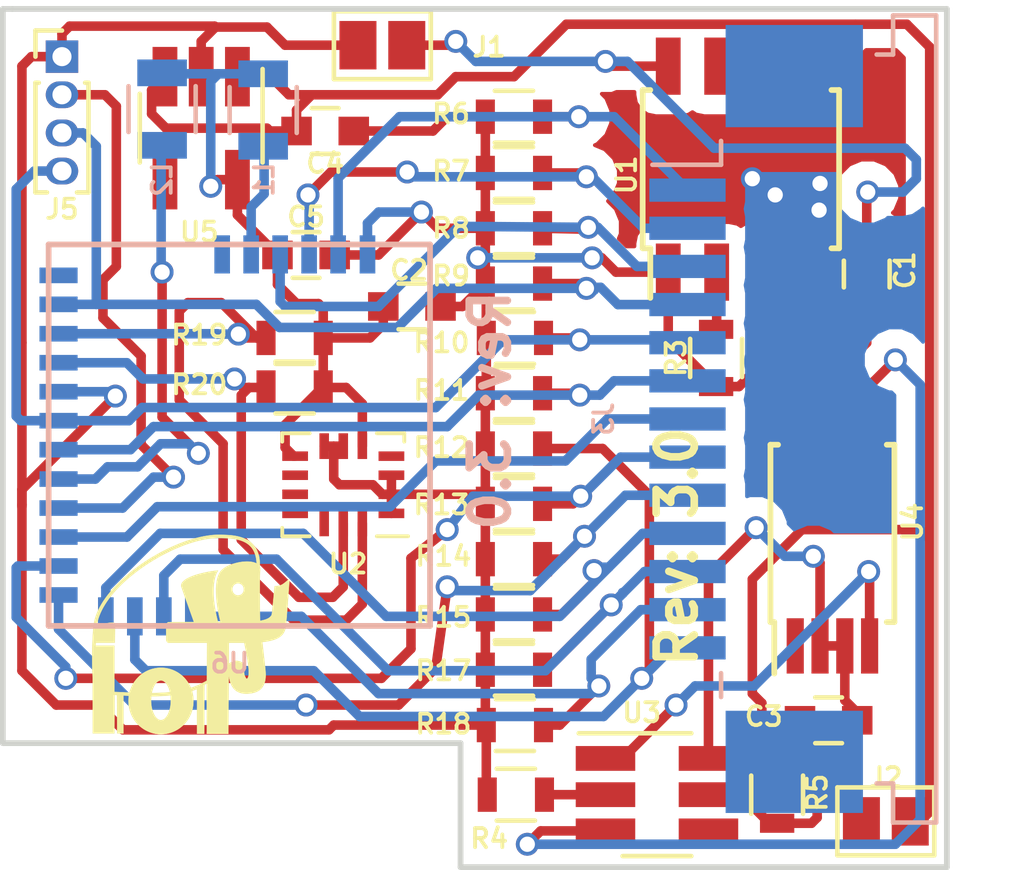
<source format=kicad_pcb>
(kicad_pcb (version 4) (host pcbnew 4.0.6)

  (general
    (links 94)
    (no_connects 0)
    (area 148.875 77.365476 178.52381 105.825)
    (thickness 1.6)
    (drawings 9)
    (tracks 474)
    (zones 0)
    (modules 35)
    (nets 43)
  )

  (page A4)
  (title_block
    (title Insoles_Board)
    (date 2018-03-14)
    (rev 1.1)
    (company MAmIoT)
    (comment 1 "Dobrescu Cosmin Constantin")
  )

  (layers
    (0 F.Cu signal)
    (31 B.Cu signal)
    (32 B.Adhes user)
    (33 F.Adhes user)
    (34 B.Paste user)
    (35 F.Paste user)
    (36 B.SilkS user)
    (37 F.SilkS user)
    (38 B.Mask user)
    (39 F.Mask user)
    (40 Dwgs.User user)
    (41 Cmts.User user)
    (42 Eco1.User user)
    (43 Eco2.User user)
    (44 Edge.Cuts user)
    (45 Margin user)
    (46 B.CrtYd user hide)
    (47 F.CrtYd user hide)
    (48 B.Fab user hide)
    (49 F.Fab user hide)
  )

  (setup
    (last_trace_width 0.25)
    (trace_clearance 0.2)
    (zone_clearance 0.5)
    (zone_45_only no)
    (trace_min 0.2)
    (segment_width 0.2)
    (edge_width 0.15)
    (via_size 0.6)
    (via_drill 0.4)
    (via_min_size 0.4)
    (via_min_drill 0.3)
    (user_via 2 0.5)
    (uvia_size 0.3)
    (uvia_drill 0.1)
    (uvias_allowed no)
    (uvia_min_size 0.2)
    (uvia_min_drill 0.1)
    (pcb_text_width 0.3)
    (pcb_text_size 1.5 1.5)
    (mod_edge_width 0.15)
    (mod_text_size 1 1)
    (mod_text_width 0.15)
    (pad_size 0.85 0.7)
    (pad_drill 0.5)
    (pad_to_mask_clearance 0.2)
    (aux_axis_origin 0 0)
    (grid_origin 218.4 151)
    (visible_elements 7FFEFFFF)
    (pcbplotparams
      (layerselection 0x010f0_80000001)
      (usegerberextensions true)
      (excludeedgelayer true)
      (linewidth 0.100000)
      (plotframeref false)
      (viasonmask false)
      (mode 1)
      (useauxorigin false)
      (hpglpennumber 1)
      (hpglpenspeed 20)
      (hpglpendiameter 15)
      (hpglpenoverlay 2)
      (psnegative false)
      (psa4output false)
      (plotreference true)
      (plotvalue true)
      (plotinvisibletext false)
      (padsonsilk false)
      (subtractmaskfromsilk false)
      (outputformat 1)
      (mirror false)
      (drillshape 0)
      (scaleselection 1)
      (outputdirectory FabricacionV3/))
  )

  (net 0 "")
  (net 1 "Net-(C1-Pad1)")
  (net 2 GND)
  (net 3 +2V5)
  (net 4 "Net-(C3-Pad1)")
  (net 5 B+)
  (net 6 /FSR0)
  (net 7 /FSR1)
  (net 8 /FSR2)
  (net 9 /FSR3)
  (net 10 /FSR4)
  (net 11 /FSR5)
  (net 12 /FSR6)
  (net 13 /FSR7)
  (net 14 /FSR8)
  (net 15 /FSR9)
  (net 16 /FSR10)
  (net 17 /FSR11)
  (net 18 /V_CNTRL)
  (net 19 "Net-(R3-Pad1)")
  (net 20 "Net-(R4-Pad1)")
  (net 21 /SCL)
  (net 22 /SDA)
  (net 23 "Net-(U2-Pad12)")
  (net 24 "Net-(U2-Pad4)")
  (net 25 "Net-(U2-Pad9)")
  (net 26 "Net-(U2-Pad10)")
  (net 27 "Net-(U2-Pad11)")
  (net 28 "Net-(U3-Pad1)")
  (net 29 "Net-(U3-Pad3)")
  (net 30 "Net-(U3-Pad4)")
  (net 31 "Net-(U4-Pad1)")
  (net 32 "Net-(U4-Pad8)")
  (net 33 "Net-(U5-Pad4)")
  (net 34 "Net-(U6-Pad7)")
  (net 35 "Net-(U6-Pad6)")
  (net 36 GND_BAT)
  (net 37 "Net-(L2-Pad2)")
  (net 38 "Net-(L1-Pad2)")
  (net 39 "Net-(J5-Pad2)")
  (net 40 "Net-(U1-Pad6)")
  (net 41 "Net-(U1-Pad7)")
  (net 42 "Net-(U1-Pad9)")

  (net_class Default "Esta es la clase de red por defecto."
    (clearance 0.2)
    (trace_width 0.25)
    (via_dia 0.6)
    (via_drill 0.4)
    (uvia_dia 0.3)
    (uvia_drill 0.1)
    (add_net +2V5)
    (add_net /FSR0)
    (add_net /FSR1)
    (add_net /FSR10)
    (add_net /FSR11)
    (add_net /FSR2)
    (add_net /FSR3)
    (add_net /FSR4)
    (add_net /FSR5)
    (add_net /FSR6)
    (add_net /FSR7)
    (add_net /FSR8)
    (add_net /FSR9)
    (add_net /SCL)
    (add_net /SDA)
    (add_net /V_CNTRL)
    (add_net B+)
    (add_net GND)
    (add_net GND_BAT)
    (add_net "Net-(C1-Pad1)")
    (add_net "Net-(C3-Pad1)")
    (add_net "Net-(J5-Pad2)")
    (add_net "Net-(L1-Pad2)")
    (add_net "Net-(L2-Pad2)")
    (add_net "Net-(R3-Pad1)")
    (add_net "Net-(R4-Pad1)")
    (add_net "Net-(U1-Pad6)")
    (add_net "Net-(U1-Pad7)")
    (add_net "Net-(U1-Pad9)")
    (add_net "Net-(U2-Pad10)")
    (add_net "Net-(U2-Pad11)")
    (add_net "Net-(U2-Pad12)")
    (add_net "Net-(U2-Pad4)")
    (add_net "Net-(U2-Pad9)")
    (add_net "Net-(U3-Pad1)")
    (add_net "Net-(U3-Pad3)")
    (add_net "Net-(U3-Pad4)")
    (add_net "Net-(U4-Pad1)")
    (add_net "Net-(U4-Pad8)")
    (add_net "Net-(U5-Pad4)")
    (add_net "Net-(U6-Pad6)")
    (add_net "Net-(U6-Pad7)")
  )

  (module Capacitors_SMD:C_0603 (layer F.Cu) (tedit 5ACBBD78) (tstamp 5ACB6A94)
    (at 172.3 88.2 270)
    (descr "Capacitor SMD 0603, reflow soldering, AVX (see smccp.pdf)")
    (tags "capacitor 0603")
    (path /5AA8716A)
    (attr smd)
    (fp_text reference C1 (at -0.1 -1 270) (layer F.SilkS)
      (effects (font (size 0.5 0.5) (thickness 0.1)))
    )
    (fp_text value 0.1uF (at 0 1.5 270) (layer F.Fab)
      (effects (font (size 1 1) (thickness 0.15)))
    )
    (fp_line (start 1.4 0.65) (end -1.4 0.65) (layer F.CrtYd) (width 0.05))
    (fp_line (start 1.4 0.65) (end 1.4 -0.65) (layer F.CrtYd) (width 0.05))
    (fp_line (start -1.4 -0.65) (end -1.4 0.65) (layer F.CrtYd) (width 0.05))
    (fp_line (start -1.4 -0.65) (end 1.4 -0.65) (layer F.CrtYd) (width 0.05))
    (fp_line (start 0.35 0.6) (end -0.35 0.6) (layer F.SilkS) (width 0.12))
    (fp_line (start -0.35 -0.6) (end 0.35 -0.6) (layer F.SilkS) (width 0.12))
    (fp_line (start -0.8 -0.4) (end 0.8 -0.4) (layer F.Fab) (width 0.1))
    (fp_line (start 0.8 -0.4) (end 0.8 0.4) (layer F.Fab) (width 0.1))
    (fp_line (start 0.8 0.4) (end -0.8 0.4) (layer F.Fab) (width 0.1))
    (fp_line (start -0.8 0.4) (end -0.8 -0.4) (layer F.Fab) (width 0.1))
    (fp_text user %R (at 0 0 270) (layer F.Fab)
      (effects (font (size 0.3 0.3) (thickness 0.075)))
    )
    (pad 2 smd rect (at 0.75 0 270) (size 0.8 0.75) (layers F.Cu F.Paste F.Mask)
      (net 2 GND))
    (pad 1 smd rect (at -0.75 0 270) (size 0.8 0.75) (layers F.Cu F.Paste F.Mask)
      (net 1 "Net-(C1-Pad1)"))
    (model Capacitors_SMD.3dshapes/C_0603.wrl
      (at (xyz 0 0 0))
      (scale (xyz 1 1 1))
      (rotate (xyz 0 0 0))
    )
  )

  (module Capacitors_SMD:C_0603 (layer F.Cu) (tedit 5ACBBDD4) (tstamp 5ACB6A9A)
    (at 160.375 89.05)
    (descr "Capacitor SMD 0603, reflow soldering, AVX (see smccp.pdf)")
    (tags "capacitor 0603")
    (path /5AA8FF9A)
    (attr smd)
    (fp_text reference C2 (at -0.075 -0.95) (layer F.SilkS)
      (effects (font (size 0.5 0.5) (thickness 0.1)))
    )
    (fp_text value 1uF (at 0 1.5) (layer F.Fab)
      (effects (font (size 1 1) (thickness 0.15)))
    )
    (fp_line (start 1.4 0.65) (end -1.4 0.65) (layer F.CrtYd) (width 0.05))
    (fp_line (start 1.4 0.65) (end 1.4 -0.65) (layer F.CrtYd) (width 0.05))
    (fp_line (start -1.4 -0.65) (end -1.4 0.65) (layer F.CrtYd) (width 0.05))
    (fp_line (start -1.4 -0.65) (end 1.4 -0.65) (layer F.CrtYd) (width 0.05))
    (fp_line (start 0.35 0.6) (end -0.35 0.6) (layer F.SilkS) (width 0.12))
    (fp_line (start -0.35 -0.6) (end 0.35 -0.6) (layer F.SilkS) (width 0.12))
    (fp_line (start -0.8 -0.4) (end 0.8 -0.4) (layer F.Fab) (width 0.1))
    (fp_line (start 0.8 -0.4) (end 0.8 0.4) (layer F.Fab) (width 0.1))
    (fp_line (start 0.8 0.4) (end -0.8 0.4) (layer F.Fab) (width 0.1))
    (fp_line (start -0.8 0.4) (end -0.8 -0.4) (layer F.Fab) (width 0.1))
    (fp_text user %R (at 0 0) (layer F.Fab)
      (effects (font (size 0.3 0.3) (thickness 0.075)))
    )
    (pad 2 smd rect (at 0.75 0) (size 0.8 0.75) (layers F.Cu F.Paste F.Mask)
      (net 2 GND))
    (pad 1 smd rect (at -0.75 0) (size 0.8 0.75) (layers F.Cu F.Paste F.Mask)
      (net 3 +2V5))
    (model Capacitors_SMD.3dshapes/C_0603.wrl
      (at (xyz 0 0 0))
      (scale (xyz 1 1 1))
      (rotate (xyz 0 0 0))
    )
  )

  (module Capacitors_SMD:C_0603 (layer F.Cu) (tedit 5ACBAAB6) (tstamp 5ACB6AA0)
    (at 171.3 99.9)
    (descr "Capacitor SMD 0603, reflow soldering, AVX (see smccp.pdf)")
    (tags "capacitor 0603")
    (path /5AA894DE)
    (attr smd)
    (fp_text reference C3 (at -1.7 -0.1) (layer F.SilkS)
      (effects (font (size 0.5 0.5) (thickness 0.1)))
    )
    (fp_text value 0.1uF (at 0 1.5) (layer F.Fab)
      (effects (font (size 1 1) (thickness 0.15)))
    )
    (fp_line (start 1.4 0.65) (end -1.4 0.65) (layer F.CrtYd) (width 0.05))
    (fp_line (start 1.4 0.65) (end 1.4 -0.65) (layer F.CrtYd) (width 0.05))
    (fp_line (start -1.4 -0.65) (end -1.4 0.65) (layer F.CrtYd) (width 0.05))
    (fp_line (start -1.4 -0.65) (end 1.4 -0.65) (layer F.CrtYd) (width 0.05))
    (fp_line (start 0.35 0.6) (end -0.35 0.6) (layer F.SilkS) (width 0.12))
    (fp_line (start -0.35 -0.6) (end 0.35 -0.6) (layer F.SilkS) (width 0.12))
    (fp_line (start -0.8 -0.4) (end 0.8 -0.4) (layer F.Fab) (width 0.1))
    (fp_line (start 0.8 -0.4) (end 0.8 0.4) (layer F.Fab) (width 0.1))
    (fp_line (start 0.8 0.4) (end -0.8 0.4) (layer F.Fab) (width 0.1))
    (fp_line (start -0.8 0.4) (end -0.8 -0.4) (layer F.Fab) (width 0.1))
    (fp_text user %R (at 0 0) (layer F.Fab)
      (effects (font (size 0.3 0.3) (thickness 0.075)))
    )
    (pad 2 smd rect (at 0.75 0) (size 0.8 0.75) (layers F.Cu F.Paste F.Mask)
      (net 36 GND_BAT))
    (pad 1 smd rect (at -0.75 0) (size 0.8 0.75) (layers F.Cu F.Paste F.Mask)
      (net 4 "Net-(C3-Pad1)"))
    (model Capacitors_SMD.3dshapes/C_0603.wrl
      (at (xyz 0 0 0))
      (scale (xyz 1 1 1))
      (rotate (xyz 0 0 0))
    )
  )

  (module Capacitors_SMD:C_0603 (layer F.Cu) (tedit 5ACBAB0C) (tstamp 5ACB6AA6)
    (at 158.1 84.45)
    (descr "Capacitor SMD 0603, reflow soldering, AVX (see smccp.pdf)")
    (tags "capacitor 0603")
    (path /5AA8AA9C)
    (attr smd)
    (fp_text reference C4 (at 0 0.85) (layer F.SilkS)
      (effects (font (size 0.5 0.5) (thickness 0.1)))
    )
    (fp_text value 10uF (at 0 1.5) (layer F.Fab)
      (effects (font (size 1 1) (thickness 0.15)))
    )
    (fp_line (start 1.4 0.65) (end -1.4 0.65) (layer F.CrtYd) (width 0.05))
    (fp_line (start 1.4 0.65) (end 1.4 -0.65) (layer F.CrtYd) (width 0.05))
    (fp_line (start -1.4 -0.65) (end -1.4 0.65) (layer F.CrtYd) (width 0.05))
    (fp_line (start -1.4 -0.65) (end 1.4 -0.65) (layer F.CrtYd) (width 0.05))
    (fp_line (start 0.35 0.6) (end -0.35 0.6) (layer F.SilkS) (width 0.12))
    (fp_line (start -0.35 -0.6) (end 0.35 -0.6) (layer F.SilkS) (width 0.12))
    (fp_line (start -0.8 -0.4) (end 0.8 -0.4) (layer F.Fab) (width 0.1))
    (fp_line (start 0.8 -0.4) (end 0.8 0.4) (layer F.Fab) (width 0.1))
    (fp_line (start 0.8 0.4) (end -0.8 0.4) (layer F.Fab) (width 0.1))
    (fp_line (start -0.8 0.4) (end -0.8 -0.4) (layer F.Fab) (width 0.1))
    (fp_text user %R (at 0 0) (layer F.Fab)
      (effects (font (size 0.3 0.3) (thickness 0.075)))
    )
    (pad 2 smd rect (at 0.75 0) (size 0.8 0.75) (layers F.Cu F.Paste F.Mask)
      (net 2 GND))
    (pad 1 smd rect (at -0.75 0) (size 0.8 0.75) (layers F.Cu F.Paste F.Mask)
      (net 5 B+))
    (model Capacitors_SMD.3dshapes/C_0603.wrl
      (at (xyz 0 0 0))
      (scale (xyz 1 1 1))
      (rotate (xyz 0 0 0))
    )
  )

  (module Capacitors_SMD:C_0603 (layer F.Cu) (tedit 5ACBBDD9) (tstamp 5ACB6AAC)
    (at 157.6 87.7 180)
    (descr "Capacitor SMD 0603, reflow soldering, AVX (see smccp.pdf)")
    (tags "capacitor 0603")
    (path /5ABEC259)
    (attr smd)
    (fp_text reference C5 (at 0 1 180) (layer F.SilkS)
      (effects (font (size 0.5 0.5) (thickness 0.1)))
    )
    (fp_text value 1uF (at 0 1.5 180) (layer F.Fab)
      (effects (font (size 1 1) (thickness 0.15)))
    )
    (fp_line (start 1.4 0.65) (end -1.4 0.65) (layer F.CrtYd) (width 0.05))
    (fp_line (start 1.4 0.65) (end 1.4 -0.65) (layer F.CrtYd) (width 0.05))
    (fp_line (start -1.4 -0.65) (end -1.4 0.65) (layer F.CrtYd) (width 0.05))
    (fp_line (start -1.4 -0.65) (end 1.4 -0.65) (layer F.CrtYd) (width 0.05))
    (fp_line (start 0.35 0.6) (end -0.35 0.6) (layer F.SilkS) (width 0.12))
    (fp_line (start -0.35 -0.6) (end 0.35 -0.6) (layer F.SilkS) (width 0.12))
    (fp_line (start -0.8 -0.4) (end 0.8 -0.4) (layer F.Fab) (width 0.1))
    (fp_line (start 0.8 -0.4) (end 0.8 0.4) (layer F.Fab) (width 0.1))
    (fp_line (start 0.8 0.4) (end -0.8 0.4) (layer F.Fab) (width 0.1))
    (fp_line (start -0.8 0.4) (end -0.8 -0.4) (layer F.Fab) (width 0.1))
    (fp_text user %R (at 0 0 180) (layer F.Fab)
      (effects (font (size 0.3 0.3) (thickness 0.075)))
    )
    (pad 2 smd rect (at 0.75 0 180) (size 0.8 0.75) (layers F.Cu F.Paste F.Mask)
      (net 3 +2V5))
    (pad 1 smd rect (at -0.75 0 180) (size 0.8 0.75) (layers F.Cu F.Paste F.Mask)
      (net 2 GND))
    (model Capacitors_SMD.3dshapes/C_0603.wrl
      (at (xyz 0 0 0))
      (scale (xyz 1 1 1))
      (rotate (xyz 0 0 0))
    )
  )

  (module Connectors:GS2 (layer F.Cu) (tedit 5ACBBDF7) (tstamp 5ACB6AB2)
    (at 159.6 82.2 90)
    (descr "2-pin solder bridge")
    (tags "solder bridge")
    (path /5AA6E985)
    (attr smd)
    (fp_text reference J1 (at -0.05 2.8 180) (layer F.SilkS)
      (effects (font (size 0.5 0.5) (thickness 0.1)))
    )
    (fp_text value CONN_Qi_RECEIVER (at -1.8 0 180) (layer F.Fab)
      (effects (font (size 1 1) (thickness 0.15)))
    )
    (fp_line (start 1.1 -1.45) (end 1.1 1.5) (layer F.CrtYd) (width 0.05))
    (fp_line (start 1.1 1.5) (end -1.1 1.5) (layer F.CrtYd) (width 0.05))
    (fp_line (start -1.1 1.5) (end -1.1 -1.45) (layer F.CrtYd) (width 0.05))
    (fp_line (start -1.1 -1.45) (end 1.1 -1.45) (layer F.CrtYd) (width 0.05))
    (fp_line (start -0.89 -1.27) (end -0.89 1.27) (layer F.SilkS) (width 0.12))
    (fp_line (start 0.89 1.27) (end 0.89 -1.27) (layer F.SilkS) (width 0.12))
    (fp_line (start 0.89 1.27) (end -0.89 1.27) (layer F.SilkS) (width 0.12))
    (fp_line (start -0.89 -1.27) (end 0.89 -1.27) (layer F.SilkS) (width 0.12))
    (pad 1 smd rect (at 0 -0.64 90) (size 1.27 0.97) (layers F.Cu F.Paste F.Mask)
      (net 2 GND))
    (pad 2 smd rect (at 0 0.64 90) (size 1.27 0.97) (layers F.Cu F.Paste F.Mask)
      (net 1 "Net-(C1-Pad1)"))
  )

  (module Connectors:GS2 (layer F.Cu) (tedit 5ACBAA89) (tstamp 5ACB6AB8)
    (at 172.8 102.55 90)
    (descr "2-pin solder bridge")
    (tags "solder bridge")
    (path /5AA8674B)
    (attr smd)
    (fp_text reference J2 (at 1.15 0 180) (layer F.SilkS)
      (effects (font (size 0.5 0.5) (thickness 0.1)))
    )
    (fp_text value CONN_BATTERY (at -1.8 0 180) (layer F.Fab)
      (effects (font (size 1 1) (thickness 0.15)))
    )
    (fp_line (start 1.1 -1.45) (end 1.1 1.5) (layer F.CrtYd) (width 0.05))
    (fp_line (start 1.1 1.5) (end -1.1 1.5) (layer F.CrtYd) (width 0.05))
    (fp_line (start -1.1 1.5) (end -1.1 -1.45) (layer F.CrtYd) (width 0.05))
    (fp_line (start -1.1 -1.45) (end 1.1 -1.45) (layer F.CrtYd) (width 0.05))
    (fp_line (start -0.89 -1.27) (end -0.89 1.27) (layer F.SilkS) (width 0.12))
    (fp_line (start 0.89 1.27) (end 0.89 -1.27) (layer F.SilkS) (width 0.12))
    (fp_line (start 0.89 1.27) (end -0.89 1.27) (layer F.SilkS) (width 0.12))
    (fp_line (start -0.89 -1.27) (end 0.89 -1.27) (layer F.SilkS) (width 0.12))
    (pad 1 smd rect (at 0 -0.64 90) (size 1.27 0.97) (layers F.Cu F.Paste F.Mask)
      (net 36 GND_BAT))
    (pad 2 smd rect (at 0 0.64 90) (size 1.27 0.97) (layers F.Cu F.Paste F.Mask)
      (net 5 B+))
  )

  (module Connectors_TE-Connectivity:TE_1-84952-3_1x13_P1.0mm_Horizontal (layer B.Cu) (tedit 5ACE9122) (tstamp 5ACB6ACB)
    (at 169.4 92 270)
    (descr "TE FPC connector, 13 bottom-side contacts, 1.0mm pitch, 1.0mm height, SMT, http://www.te.com/commerce/DocumentDelivery/DDEController?Action=srchrtrv&DocNm=84952&DocType=Customer+Drawing&DocLang=English&DocFormat=pdf&PartCntxt=84952-4")
    (tags "te fpc 84952")
    (path /5AC9E4A3)
    (attr smd)
    (fp_text reference J3 (at 0 4 270) (layer B.SilkS)
      (effects (font (size 0.5 0.5) (thickness 0.1)) (justify mirror))
    )
    (fp_text value CONN_01X13 (at 0 -7.7 270) (layer B.Fab)
      (effects (font (size 1 1) (thickness 0.15)) (justify mirror))
    )
    (fp_line (start -9.435 0.8) (end 9.435 0.8) (layer B.Fab) (width 0.1))
    (fp_line (start 9.435 0.8) (end 9.435 -3.71) (layer B.Fab) (width 0.1))
    (fp_line (start 9.435 -3.71) (end 10.46 -3.71) (layer B.Fab) (width 0.1))
    (fp_line (start 10.46 -3.71) (end 10.46 -4.6) (layer B.Fab) (width 0.1))
    (fp_line (start 10.46 -4.6) (end -10.46 -4.6) (layer B.Fab) (width 0.1))
    (fp_line (start -10.46 -4.6) (end -10.46 -3.71) (layer B.Fab) (width 0.1))
    (fp_line (start -10.46 -3.71) (end -9.435 -3.71) (layer B.Fab) (width 0.1))
    (fp_line (start -9.435 -3.71) (end -9.435 0.8) (layer B.Fab) (width 0.1))
    (fp_line (start -6.5 0.8) (end -6 -0.2) (layer B.Fab) (width 0.1))
    (fp_line (start -6 -0.2) (end -5.5 0.8) (layer B.Fab) (width 0.1))
    (fp_line (start 9.435 -4.6) (end 9.435 -5.61) (layer B.Fab) (width 0.1))
    (fp_line (start 9.435 -5.61) (end 10.46 -5.61) (layer B.Fab) (width 0.1))
    (fp_line (start 10.46 -5.61) (end 10.46 -6.5) (layer B.Fab) (width 0.1))
    (fp_line (start 10.46 -6.5) (end -10.46 -6.5) (layer B.Fab) (width 0.1))
    (fp_line (start -10.46 -6.5) (end -10.46 -5.61) (layer B.Fab) (width 0.1))
    (fp_line (start -10.46 -5.61) (end -9.435 -5.61) (layer B.Fab) (width 0.1))
    (fp_line (start -9.435 -5.61) (end -9.435 -4.6) (layer B.Fab) (width 0.1))
    (fp_line (start 9.555 -3.16) (end 9.555 -3.59) (layer B.SilkS) (width 0.12))
    (fp_line (start 9.555 -3.59) (end 10.58 -3.59) (layer B.SilkS) (width 0.12))
    (fp_line (start 10.58 -3.59) (end 10.58 -4.72) (layer B.SilkS) (width 0.12))
    (fp_line (start 10.58 -4.72) (end -10.58 -4.72) (layer B.SilkS) (width 0.12))
    (fp_line (start -10.58 -4.72) (end -10.58 -3.59) (layer B.SilkS) (width 0.12))
    (fp_line (start -10.58 -3.59) (end -9.555 -3.59) (layer B.SilkS) (width 0.12))
    (fp_line (start -9.555 -3.59) (end -9.555 -3.16) (layer B.SilkS) (width 0.12))
    (fp_line (start -7.29 0.92) (end -6.665 0.92) (layer B.SilkS) (width 0.12))
    (fp_line (start -6.665 0.92) (end -6.665 2.72) (layer B.SilkS) (width 0.12))
    (fp_line (start 6.665 0.92) (end 7.29 0.92) (layer B.SilkS) (width 0.12))
    (fp_line (start -10.96 3.3) (end -10.96 -7) (layer B.CrtYd) (width 0.05))
    (fp_line (start -10.96 -7) (end 10.96 -7) (layer B.CrtYd) (width 0.05))
    (fp_line (start 10.96 -7) (end 10.96 3.3) (layer B.CrtYd) (width 0.05))
    (fp_line (start 10.96 3.3) (end -10.96 3.3) (layer B.CrtYd) (width 0.05))
    (fp_text user %R (at 0 -1 270) (layer B.Fab)
      (effects (font (size 1 1) (thickness 0.15)) (justify mirror))
    )
    (pad 1 smd rect (at -6 1.8 270) (size 0.61 2) (layers B.Cu B.Paste B.Mask)
      (net 6 /FSR0))
    (pad 2 smd rect (at -5 1.8 270) (size 0.61 2) (layers B.Cu B.Paste B.Mask)
      (net 7 /FSR1))
    (pad 3 smd rect (at -4 1.8 270) (size 0.61 2) (layers B.Cu B.Paste B.Mask)
      (net 8 /FSR2))
    (pad 4 smd rect (at -3 1.8 270) (size 0.61 2) (layers B.Cu B.Paste B.Mask)
      (net 9 /FSR3))
    (pad 5 smd rect (at -2 1.8 270) (size 0.61 2) (layers B.Cu B.Paste B.Mask)
      (net 10 /FSR4))
    (pad 6 smd rect (at -1 1.8 270) (size 0.61 2) (layers B.Cu B.Paste B.Mask)
      (net 11 /FSR5))
    (pad 7 smd rect (at 0 1.8 270) (size 0.61 2) (layers B.Cu B.Paste B.Mask)
      (net 18 /V_CNTRL))
    (pad 8 smd rect (at 1 1.8 270) (size 0.61 2) (layers B.Cu B.Paste B.Mask)
      (net 13 /FSR7))
    (pad 9 smd rect (at 2 1.8 270) (size 0.61 2) (layers B.Cu B.Paste B.Mask)
      (net 14 /FSR8))
    (pad 10 smd rect (at 3 1.8 270) (size 0.61 2) (layers B.Cu B.Paste B.Mask)
      (net 15 /FSR9))
    (pad 11 smd rect (at 4 1.8 270) (size 0.61 2) (layers B.Cu B.Paste B.Mask)
      (net 16 /FSR10))
    (pad 12 smd rect (at 5 1.8 270) (size 0.61 2) (layers B.Cu B.Paste B.Mask)
      (net 17 /FSR11))
    (pad 13 smd rect (at 6 1.8 270) (size 0.61 2) (layers B.Cu B.Paste B.Mask)
      (net 12 /FSR6))
    (pad "" smd rect (at -8.99 -1 270) (size 2.68 3.6) (layers B.Cu B.Paste B.Mask))
    (pad "" smd rect (at 8.99 -1 270) (size 2.68 3.6) (layers B.Cu B.Paste B.Mask))
    (model ${KISYS3DMOD}/Connectors_TE-Connectivity.3dshapes/TE_1-84952-3_1x13_P1.0mm_Horizontal.wrl
      (at (xyz 0 0 0))
      (scale (xyz 1 1 1))
      (rotate (xyz 0 0 0))
    )
  )

  (module Pin_Headers:Pin_Header_Straight_1x04_Pitch1.00mm (layer F.Cu) (tedit 5ACBBE65) (tstamp 5ACB6AD3)
    (at 151.2 82.5)
    (descr "Through hole straight pin header, 1x04, 1.00mm pitch, single row")
    (tags "Through hole pin header THT 1x04 1.00mm single row")
    (path /5AAC81DF)
    (fp_text reference J5 (at 0 4) (layer F.SilkS)
      (effects (font (size 0.5 0.5) (thickness 0.1)))
    )
    (fp_text value SWD (at 0 4.56) (layer F.Fab)
      (effects (font (size 1 1) (thickness 0.15)))
    )
    (fp_line (start -0.3175 -0.5) (end 0.635 -0.5) (layer F.Fab) (width 0.1))
    (fp_line (start 0.635 -0.5) (end 0.635 3.5) (layer F.Fab) (width 0.1))
    (fp_line (start 0.635 3.5) (end -0.635 3.5) (layer F.Fab) (width 0.1))
    (fp_line (start -0.635 3.5) (end -0.635 -0.1825) (layer F.Fab) (width 0.1))
    (fp_line (start -0.635 -0.1825) (end -0.3175 -0.5) (layer F.Fab) (width 0.1))
    (fp_line (start -0.695 3.56) (end -0.394493 3.56) (layer F.SilkS) (width 0.12))
    (fp_line (start 0.394493 3.56) (end 0.695 3.56) (layer F.SilkS) (width 0.12))
    (fp_line (start -0.695 0.685) (end -0.695 3.56) (layer F.SilkS) (width 0.12))
    (fp_line (start 0.695 0.685) (end 0.695 3.56) (layer F.SilkS) (width 0.12))
    (fp_line (start -0.695 0.685) (end -0.608276 0.685) (layer F.SilkS) (width 0.12))
    (fp_line (start 0.608276 0.685) (end 0.695 0.685) (layer F.SilkS) (width 0.12))
    (fp_line (start -0.695 0) (end -0.695 -0.685) (layer F.SilkS) (width 0.12))
    (fp_line (start -0.695 -0.685) (end 0 -0.685) (layer F.SilkS) (width 0.12))
    (fp_line (start -1.15 -1) (end -1.15 4) (layer F.CrtYd) (width 0.05))
    (fp_line (start -1.15 4) (end 1.15 4) (layer F.CrtYd) (width 0.05))
    (fp_line (start 1.15 4) (end 1.15 -1) (layer F.CrtYd) (width 0.05))
    (fp_line (start 1.15 -1) (end -1.15 -1) (layer F.CrtYd) (width 0.05))
    (fp_text user %R (at 0 1.5 90) (layer F.Fab)
      (effects (font (size 0.76 0.76) (thickness 0.114)))
    )
    (pad 1 thru_hole rect (at 0 0) (size 0.85 0.85) (drill 0.5) (layers *.Cu *.Mask)
      (net 2 GND))
    (pad 2 thru_hole oval (at 0 1) (size 0.85 0.7) (drill 0.5) (layers *.Cu *.Mask)
      (net 39 "Net-(J5-Pad2)"))
    (pad 3 thru_hole oval (at 0 2) (size 0.85 0.7) (drill 0.5) (layers *.Cu *.Mask)
      (net 9 /FSR3))
    (pad 4 thru_hole oval (at 0 3) (size 0.85 0.7) (drill 0.5) (layers *.Cu *.Mask)
      (net 10 /FSR4))
    (model ${KISYS3DMOD}/Pin_Headers.3dshapes/Pin_Header_Straight_1x04_Pitch1.00mm.wrl
      (at (xyz 0 0 0))
      (scale (xyz 1 1 1))
      (rotate (xyz 0 0 0))
    )
  )

  (module Resistors_SMD:R_0603 (layer F.Cu) (tedit 5ACBBD6B) (tstamp 5ACB6AE5)
    (at 168.35 90.4 270)
    (descr "Resistor SMD 0603, reflow soldering, Vishay (see dcrcw.pdf)")
    (tags "resistor 0603")
    (path /5AA87CB1)
    (attr smd)
    (fp_text reference R3 (at 0 1.05 270) (layer F.SilkS)
      (effects (font (size 0.5 0.5) (thickness 0.1)))
    )
    (fp_text value 6k (at 0 1.5 270) (layer F.Fab)
      (effects (font (size 1 1) (thickness 0.15)))
    )
    (fp_text user %R (at 0 0 270) (layer F.Fab)
      (effects (font (size 0.4 0.4) (thickness 0.075)))
    )
    (fp_line (start -0.8 0.4) (end -0.8 -0.4) (layer F.Fab) (width 0.1))
    (fp_line (start 0.8 0.4) (end -0.8 0.4) (layer F.Fab) (width 0.1))
    (fp_line (start 0.8 -0.4) (end 0.8 0.4) (layer F.Fab) (width 0.1))
    (fp_line (start -0.8 -0.4) (end 0.8 -0.4) (layer F.Fab) (width 0.1))
    (fp_line (start 0.5 0.68) (end -0.5 0.68) (layer F.SilkS) (width 0.12))
    (fp_line (start -0.5 -0.68) (end 0.5 -0.68) (layer F.SilkS) (width 0.12))
    (fp_line (start -1.25 -0.7) (end 1.25 -0.7) (layer F.CrtYd) (width 0.05))
    (fp_line (start -1.25 -0.7) (end -1.25 0.7) (layer F.CrtYd) (width 0.05))
    (fp_line (start 1.25 0.7) (end 1.25 -0.7) (layer F.CrtYd) (width 0.05))
    (fp_line (start 1.25 0.7) (end -1.25 0.7) (layer F.CrtYd) (width 0.05))
    (pad 1 smd rect (at -0.75 0 270) (size 0.5 0.9) (layers F.Cu F.Paste F.Mask)
      (net 19 "Net-(R3-Pad1)"))
    (pad 2 smd rect (at 0.75 0 270) (size 0.5 0.9) (layers F.Cu F.Paste F.Mask)
      (net 2 GND))
    (model ${KISYS3DMOD}/Resistors_SMD.3dshapes/R_0603.wrl
      (at (xyz 0 0 0))
      (scale (xyz 1 1 1))
      (rotate (xyz 0 0 0))
    )
  )

  (module Resistors_SMD:R_0603 (layer F.Cu) (tedit 5ACBAA50) (tstamp 5ACB6AEB)
    (at 163.1 101.85 180)
    (descr "Resistor SMD 0603, reflow soldering, Vishay (see dcrcw.pdf)")
    (tags "resistor 0603")
    (path /5AA88F12)
    (attr smd)
    (fp_text reference R4 (at 0.7 -1.15 180) (layer F.SilkS)
      (effects (font (size 0.5 0.5) (thickness 0.1)))
    )
    (fp_text value 1k (at 0 1.5 180) (layer F.Fab)
      (effects (font (size 1 1) (thickness 0.15)))
    )
    (fp_text user %R (at 0 0 180) (layer F.Fab)
      (effects (font (size 0.4 0.4) (thickness 0.075)))
    )
    (fp_line (start -0.8 0.4) (end -0.8 -0.4) (layer F.Fab) (width 0.1))
    (fp_line (start 0.8 0.4) (end -0.8 0.4) (layer F.Fab) (width 0.1))
    (fp_line (start 0.8 -0.4) (end 0.8 0.4) (layer F.Fab) (width 0.1))
    (fp_line (start -0.8 -0.4) (end 0.8 -0.4) (layer F.Fab) (width 0.1))
    (fp_line (start 0.5 0.68) (end -0.5 0.68) (layer F.SilkS) (width 0.12))
    (fp_line (start -0.5 -0.68) (end 0.5 -0.68) (layer F.SilkS) (width 0.12))
    (fp_line (start -1.25 -0.7) (end 1.25 -0.7) (layer F.CrtYd) (width 0.05))
    (fp_line (start -1.25 -0.7) (end -1.25 0.7) (layer F.CrtYd) (width 0.05))
    (fp_line (start 1.25 0.7) (end 1.25 -0.7) (layer F.CrtYd) (width 0.05))
    (fp_line (start 1.25 0.7) (end -1.25 0.7) (layer F.CrtYd) (width 0.05))
    (pad 1 smd rect (at -0.75 0 180) (size 0.5 0.9) (layers F.Cu F.Paste F.Mask)
      (net 20 "Net-(R4-Pad1)"))
    (pad 2 smd rect (at 0.75 0 180) (size 0.5 0.9) (layers F.Cu F.Paste F.Mask)
      (net 2 GND))
    (model ${KISYS3DMOD}/Resistors_SMD.3dshapes/R_0603.wrl
      (at (xyz 0 0 0))
      (scale (xyz 1 1 1))
      (rotate (xyz 0 0 0))
    )
  )

  (module Resistors_SMD:R_0603 (layer F.Cu) (tedit 5ACBAA7C) (tstamp 5ACB6AF1)
    (at 169.95 101.85 270)
    (descr "Resistor SMD 0603, reflow soldering, Vishay (see dcrcw.pdf)")
    (tags "resistor 0603")
    (path /5AA89629)
    (attr smd)
    (fp_text reference R5 (at -0.05 -1.05 270) (layer F.SilkS)
      (effects (font (size 0.5 0.5) (thickness 0.1)))
    )
    (fp_text value 100 (at 0 1.5 270) (layer F.Fab)
      (effects (font (size 1 1) (thickness 0.15)))
    )
    (fp_text user %R (at 0 0 270) (layer F.Fab)
      (effects (font (size 0.4 0.4) (thickness 0.075)))
    )
    (fp_line (start -0.8 0.4) (end -0.8 -0.4) (layer F.Fab) (width 0.1))
    (fp_line (start 0.8 0.4) (end -0.8 0.4) (layer F.Fab) (width 0.1))
    (fp_line (start 0.8 -0.4) (end 0.8 0.4) (layer F.Fab) (width 0.1))
    (fp_line (start -0.8 -0.4) (end 0.8 -0.4) (layer F.Fab) (width 0.1))
    (fp_line (start 0.5 0.68) (end -0.5 0.68) (layer F.SilkS) (width 0.12))
    (fp_line (start -0.5 -0.68) (end 0.5 -0.68) (layer F.SilkS) (width 0.12))
    (fp_line (start -1.25 -0.7) (end 1.25 -0.7) (layer F.CrtYd) (width 0.05))
    (fp_line (start -1.25 -0.7) (end -1.25 0.7) (layer F.CrtYd) (width 0.05))
    (fp_line (start 1.25 0.7) (end 1.25 -0.7) (layer F.CrtYd) (width 0.05))
    (fp_line (start 1.25 0.7) (end -1.25 0.7) (layer F.CrtYd) (width 0.05))
    (pad 1 smd rect (at -0.75 0 270) (size 0.5 0.9) (layers F.Cu F.Paste F.Mask)
      (net 5 B+))
    (pad 2 smd rect (at 0.75 0 270) (size 0.5 0.9) (layers F.Cu F.Paste F.Mask)
      (net 4 "Net-(C3-Pad1)"))
    (model ${KISYS3DMOD}/Resistors_SMD.3dshapes/R_0603.wrl
      (at (xyz 0 0 0))
      (scale (xyz 1 1 1))
      (rotate (xyz 0 0 0))
    )
  )

  (module Resistors_SMD:R_0603 (layer F.Cu) (tedit 5ACBA95A) (tstamp 5ACB6AF7)
    (at 163.05 84.075)
    (descr "Resistor SMD 0603, reflow soldering, Vishay (see dcrcw.pdf)")
    (tags "resistor 0603")
    (path /5AA99527)
    (attr smd)
    (fp_text reference R6 (at -1.65 -0.075) (layer F.SilkS)
      (effects (font (size 0.5 0.5) (thickness 0.1)))
    )
    (fp_text value 10k (at 0 1.5) (layer F.Fab)
      (effects (font (size 1 1) (thickness 0.15)))
    )
    (fp_text user %R (at 0 0) (layer F.Fab)
      (effects (font (size 0.4 0.4) (thickness 0.075)))
    )
    (fp_line (start -0.8 0.4) (end -0.8 -0.4) (layer F.Fab) (width 0.1))
    (fp_line (start 0.8 0.4) (end -0.8 0.4) (layer F.Fab) (width 0.1))
    (fp_line (start 0.8 -0.4) (end 0.8 0.4) (layer F.Fab) (width 0.1))
    (fp_line (start -0.8 -0.4) (end 0.8 -0.4) (layer F.Fab) (width 0.1))
    (fp_line (start 0.5 0.68) (end -0.5 0.68) (layer F.SilkS) (width 0.12))
    (fp_line (start -0.5 -0.68) (end 0.5 -0.68) (layer F.SilkS) (width 0.12))
    (fp_line (start -1.25 -0.7) (end 1.25 -0.7) (layer F.CrtYd) (width 0.05))
    (fp_line (start -1.25 -0.7) (end -1.25 0.7) (layer F.CrtYd) (width 0.05))
    (fp_line (start 1.25 0.7) (end 1.25 -0.7) (layer F.CrtYd) (width 0.05))
    (fp_line (start 1.25 0.7) (end -1.25 0.7) (layer F.CrtYd) (width 0.05))
    (pad 1 smd rect (at -0.75 0) (size 0.5 0.9) (layers F.Cu F.Paste F.Mask)
      (net 2 GND))
    (pad 2 smd rect (at 0.75 0) (size 0.5 0.9) (layers F.Cu F.Paste F.Mask)
      (net 6 /FSR0))
    (model ${KISYS3DMOD}/Resistors_SMD.3dshapes/R_0603.wrl
      (at (xyz 0 0 0))
      (scale (xyz 1 1 1))
      (rotate (xyz 0 0 0))
    )
  )

  (module Resistors_SMD:R_0603 (layer F.Cu) (tedit 5ACBA957) (tstamp 5ACB6AFD)
    (at 163.05 85.55)
    (descr "Resistor SMD 0603, reflow soldering, Vishay (see dcrcw.pdf)")
    (tags "resistor 0603")
    (path /5AA99402)
    (attr smd)
    (fp_text reference R7 (at -1.65 -0.05) (layer F.SilkS)
      (effects (font (size 0.5 0.5) (thickness 0.1)))
    )
    (fp_text value 10k (at 0 1.5) (layer F.Fab)
      (effects (font (size 1 1) (thickness 0.15)))
    )
    (fp_text user %R (at 0 0) (layer F.Fab)
      (effects (font (size 0.4 0.4) (thickness 0.075)))
    )
    (fp_line (start -0.8 0.4) (end -0.8 -0.4) (layer F.Fab) (width 0.1))
    (fp_line (start 0.8 0.4) (end -0.8 0.4) (layer F.Fab) (width 0.1))
    (fp_line (start 0.8 -0.4) (end 0.8 0.4) (layer F.Fab) (width 0.1))
    (fp_line (start -0.8 -0.4) (end 0.8 -0.4) (layer F.Fab) (width 0.1))
    (fp_line (start 0.5 0.68) (end -0.5 0.68) (layer F.SilkS) (width 0.12))
    (fp_line (start -0.5 -0.68) (end 0.5 -0.68) (layer F.SilkS) (width 0.12))
    (fp_line (start -1.25 -0.7) (end 1.25 -0.7) (layer F.CrtYd) (width 0.05))
    (fp_line (start -1.25 -0.7) (end -1.25 0.7) (layer F.CrtYd) (width 0.05))
    (fp_line (start 1.25 0.7) (end 1.25 -0.7) (layer F.CrtYd) (width 0.05))
    (fp_line (start 1.25 0.7) (end -1.25 0.7) (layer F.CrtYd) (width 0.05))
    (pad 1 smd rect (at -0.75 0) (size 0.5 0.9) (layers F.Cu F.Paste F.Mask)
      (net 2 GND))
    (pad 2 smd rect (at 0.75 0) (size 0.5 0.9) (layers F.Cu F.Paste F.Mask)
      (net 7 /FSR1))
    (model ${KISYS3DMOD}/Resistors_SMD.3dshapes/R_0603.wrl
      (at (xyz 0 0 0))
      (scale (xyz 1 1 1))
      (rotate (xyz 0 0 0))
    )
  )

  (module Resistors_SMD:R_0603 (layer F.Cu) (tedit 5ACBA96C) (tstamp 5ACB6B03)
    (at 163.05 87)
    (descr "Resistor SMD 0603, reflow soldering, Vishay (see dcrcw.pdf)")
    (tags "resistor 0603")
    (path /5AA99366)
    (attr smd)
    (fp_text reference R8 (at -1.65 0) (layer F.SilkS)
      (effects (font (size 0.5 0.5) (thickness 0.1)))
    )
    (fp_text value 10k (at 0 1.5) (layer F.Fab)
      (effects (font (size 1 1) (thickness 0.15)))
    )
    (fp_text user %R (at 0 0) (layer F.Fab)
      (effects (font (size 0.4 0.4) (thickness 0.075)))
    )
    (fp_line (start -0.8 0.4) (end -0.8 -0.4) (layer F.Fab) (width 0.1))
    (fp_line (start 0.8 0.4) (end -0.8 0.4) (layer F.Fab) (width 0.1))
    (fp_line (start 0.8 -0.4) (end 0.8 0.4) (layer F.Fab) (width 0.1))
    (fp_line (start -0.8 -0.4) (end 0.8 -0.4) (layer F.Fab) (width 0.1))
    (fp_line (start 0.5 0.68) (end -0.5 0.68) (layer F.SilkS) (width 0.12))
    (fp_line (start -0.5 -0.68) (end 0.5 -0.68) (layer F.SilkS) (width 0.12))
    (fp_line (start -1.25 -0.7) (end 1.25 -0.7) (layer F.CrtYd) (width 0.05))
    (fp_line (start -1.25 -0.7) (end -1.25 0.7) (layer F.CrtYd) (width 0.05))
    (fp_line (start 1.25 0.7) (end 1.25 -0.7) (layer F.CrtYd) (width 0.05))
    (fp_line (start 1.25 0.7) (end -1.25 0.7) (layer F.CrtYd) (width 0.05))
    (pad 1 smd rect (at -0.75 0) (size 0.5 0.9) (layers F.Cu F.Paste F.Mask)
      (net 2 GND))
    (pad 2 smd rect (at 0.75 0) (size 0.5 0.9) (layers F.Cu F.Paste F.Mask)
      (net 8 /FSR2))
    (model ${KISYS3DMOD}/Resistors_SMD.3dshapes/R_0603.wrl
      (at (xyz 0 0 0))
      (scale (xyz 1 1 1))
      (rotate (xyz 0 0 0))
    )
  )

  (module Resistors_SMD:R_0603 (layer F.Cu) (tedit 5ACBA9E0) (tstamp 5ACB6B09)
    (at 163.05 88.45)
    (descr "Resistor SMD 0603, reflow soldering, Vishay (see dcrcw.pdf)")
    (tags "resistor 0603")
    (path /5AA99273)
    (attr smd)
    (fp_text reference R9 (at -1.65 -0.2) (layer F.SilkS)
      (effects (font (size 0.5 0.5) (thickness 0.1)))
    )
    (fp_text value 10k (at 0 1.5) (layer F.Fab)
      (effects (font (size 1 1) (thickness 0.15)))
    )
    (fp_text user %R (at 0 0) (layer F.Fab)
      (effects (font (size 0.4 0.4) (thickness 0.075)))
    )
    (fp_line (start -0.8 0.4) (end -0.8 -0.4) (layer F.Fab) (width 0.1))
    (fp_line (start 0.8 0.4) (end -0.8 0.4) (layer F.Fab) (width 0.1))
    (fp_line (start 0.8 -0.4) (end 0.8 0.4) (layer F.Fab) (width 0.1))
    (fp_line (start -0.8 -0.4) (end 0.8 -0.4) (layer F.Fab) (width 0.1))
    (fp_line (start 0.5 0.68) (end -0.5 0.68) (layer F.SilkS) (width 0.12))
    (fp_line (start -0.5 -0.68) (end 0.5 -0.68) (layer F.SilkS) (width 0.12))
    (fp_line (start -1.25 -0.7) (end 1.25 -0.7) (layer F.CrtYd) (width 0.05))
    (fp_line (start -1.25 -0.7) (end -1.25 0.7) (layer F.CrtYd) (width 0.05))
    (fp_line (start 1.25 0.7) (end 1.25 -0.7) (layer F.CrtYd) (width 0.05))
    (fp_line (start 1.25 0.7) (end -1.25 0.7) (layer F.CrtYd) (width 0.05))
    (pad 1 smd rect (at -0.75 0) (size 0.5 0.9) (layers F.Cu F.Paste F.Mask)
      (net 2 GND))
    (pad 2 smd rect (at 0.75 0) (size 0.5 0.9) (layers F.Cu F.Paste F.Mask)
      (net 9 /FSR3))
    (model ${KISYS3DMOD}/Resistors_SMD.3dshapes/R_0603.wrl
      (at (xyz 0 0 0))
      (scale (xyz 1 1 1))
      (rotate (xyz 0 0 0))
    )
  )

  (module Resistors_SMD:R_0603 (layer F.Cu) (tedit 5ACBA9E4) (tstamp 5ACB6B0F)
    (at 163.075 89.875)
    (descr "Resistor SMD 0603, reflow soldering, Vishay (see dcrcw.pdf)")
    (tags "resistor 0603")
    (path /5AA98C9B)
    (attr smd)
    (fp_text reference R10 (at -1.925 0.125) (layer F.SilkS)
      (effects (font (size 0.5 0.5) (thickness 0.1)))
    )
    (fp_text value 10k (at 0 1.5) (layer F.Fab)
      (effects (font (size 1 1) (thickness 0.15)))
    )
    (fp_text user %R (at 0 0) (layer F.Fab)
      (effects (font (size 0.4 0.4) (thickness 0.075)))
    )
    (fp_line (start -0.8 0.4) (end -0.8 -0.4) (layer F.Fab) (width 0.1))
    (fp_line (start 0.8 0.4) (end -0.8 0.4) (layer F.Fab) (width 0.1))
    (fp_line (start 0.8 -0.4) (end 0.8 0.4) (layer F.Fab) (width 0.1))
    (fp_line (start -0.8 -0.4) (end 0.8 -0.4) (layer F.Fab) (width 0.1))
    (fp_line (start 0.5 0.68) (end -0.5 0.68) (layer F.SilkS) (width 0.12))
    (fp_line (start -0.5 -0.68) (end 0.5 -0.68) (layer F.SilkS) (width 0.12))
    (fp_line (start -1.25 -0.7) (end 1.25 -0.7) (layer F.CrtYd) (width 0.05))
    (fp_line (start -1.25 -0.7) (end -1.25 0.7) (layer F.CrtYd) (width 0.05))
    (fp_line (start 1.25 0.7) (end 1.25 -0.7) (layer F.CrtYd) (width 0.05))
    (fp_line (start 1.25 0.7) (end -1.25 0.7) (layer F.CrtYd) (width 0.05))
    (pad 1 smd rect (at -0.75 0) (size 0.5 0.9) (layers F.Cu F.Paste F.Mask)
      (net 2 GND))
    (pad 2 smd rect (at 0.75 0) (size 0.5 0.9) (layers F.Cu F.Paste F.Mask)
      (net 10 /FSR4))
    (model ${KISYS3DMOD}/Resistors_SMD.3dshapes/R_0603.wrl
      (at (xyz 0 0 0))
      (scale (xyz 1 1 1))
      (rotate (xyz 0 0 0))
    )
  )

  (module Resistors_SMD:R_0603 (layer F.Cu) (tedit 5ACBA9E6) (tstamp 5ACB6B15)
    (at 163.05 91.325)
    (descr "Resistor SMD 0603, reflow soldering, Vishay (see dcrcw.pdf)")
    (tags "resistor 0603")
    (path /5AA98C11)
    (attr smd)
    (fp_text reference R11 (at -1.9 -0.075) (layer F.SilkS)
      (effects (font (size 0.5 0.5) (thickness 0.1)))
    )
    (fp_text value 10k (at 0 1.5) (layer F.Fab)
      (effects (font (size 1 1) (thickness 0.15)))
    )
    (fp_text user %R (at 0 0) (layer F.Fab)
      (effects (font (size 0.4 0.4) (thickness 0.075)))
    )
    (fp_line (start -0.8 0.4) (end -0.8 -0.4) (layer F.Fab) (width 0.1))
    (fp_line (start 0.8 0.4) (end -0.8 0.4) (layer F.Fab) (width 0.1))
    (fp_line (start 0.8 -0.4) (end 0.8 0.4) (layer F.Fab) (width 0.1))
    (fp_line (start -0.8 -0.4) (end 0.8 -0.4) (layer F.Fab) (width 0.1))
    (fp_line (start 0.5 0.68) (end -0.5 0.68) (layer F.SilkS) (width 0.12))
    (fp_line (start -0.5 -0.68) (end 0.5 -0.68) (layer F.SilkS) (width 0.12))
    (fp_line (start -1.25 -0.7) (end 1.25 -0.7) (layer F.CrtYd) (width 0.05))
    (fp_line (start -1.25 -0.7) (end -1.25 0.7) (layer F.CrtYd) (width 0.05))
    (fp_line (start 1.25 0.7) (end 1.25 -0.7) (layer F.CrtYd) (width 0.05))
    (fp_line (start 1.25 0.7) (end -1.25 0.7) (layer F.CrtYd) (width 0.05))
    (pad 1 smd rect (at -0.75 0) (size 0.5 0.9) (layers F.Cu F.Paste F.Mask)
      (net 2 GND))
    (pad 2 smd rect (at 0.75 0) (size 0.5 0.9) (layers F.Cu F.Paste F.Mask)
      (net 11 /FSR5))
    (model ${KISYS3DMOD}/Resistors_SMD.3dshapes/R_0603.wrl
      (at (xyz 0 0 0))
      (scale (xyz 1 1 1))
      (rotate (xyz 0 0 0))
    )
  )

  (module Resistors_SMD:R_0603 (layer F.Cu) (tedit 5ACBA9E8) (tstamp 5ACB6B1B)
    (at 163.05 92.775)
    (descr "Resistor SMD 0603, reflow soldering, Vishay (see dcrcw.pdf)")
    (tags "resistor 0603")
    (path /5AA98ADC)
    (attr smd)
    (fp_text reference R12 (at -1.9 -0.025) (layer F.SilkS)
      (effects (font (size 0.5 0.5) (thickness 0.1)))
    )
    (fp_text value 10k (at 0 1.5) (layer F.Fab)
      (effects (font (size 1 1) (thickness 0.15)))
    )
    (fp_text user %R (at 0 0) (layer F.Fab)
      (effects (font (size 0.4 0.4) (thickness 0.075)))
    )
    (fp_line (start -0.8 0.4) (end -0.8 -0.4) (layer F.Fab) (width 0.1))
    (fp_line (start 0.8 0.4) (end -0.8 0.4) (layer F.Fab) (width 0.1))
    (fp_line (start 0.8 -0.4) (end 0.8 0.4) (layer F.Fab) (width 0.1))
    (fp_line (start -0.8 -0.4) (end 0.8 -0.4) (layer F.Fab) (width 0.1))
    (fp_line (start 0.5 0.68) (end -0.5 0.68) (layer F.SilkS) (width 0.12))
    (fp_line (start -0.5 -0.68) (end 0.5 -0.68) (layer F.SilkS) (width 0.12))
    (fp_line (start -1.25 -0.7) (end 1.25 -0.7) (layer F.CrtYd) (width 0.05))
    (fp_line (start -1.25 -0.7) (end -1.25 0.7) (layer F.CrtYd) (width 0.05))
    (fp_line (start 1.25 0.7) (end 1.25 -0.7) (layer F.CrtYd) (width 0.05))
    (fp_line (start 1.25 0.7) (end -1.25 0.7) (layer F.CrtYd) (width 0.05))
    (pad 1 smd rect (at -0.75 0) (size 0.5 0.9) (layers F.Cu F.Paste F.Mask)
      (net 2 GND))
    (pad 2 smd rect (at 0.75 0) (size 0.5 0.9) (layers F.Cu F.Paste F.Mask)
      (net 12 /FSR6))
    (model ${KISYS3DMOD}/Resistors_SMD.3dshapes/R_0603.wrl
      (at (xyz 0 0 0))
      (scale (xyz 1 1 1))
      (rotate (xyz 0 0 0))
    )
  )

  (module Resistors_SMD:R_0603 (layer F.Cu) (tedit 5ACBA9D3) (tstamp 5ACB6B21)
    (at 163.05 94.225)
    (descr "Resistor SMD 0603, reflow soldering, Vishay (see dcrcw.pdf)")
    (tags "resistor 0603")
    (path /5AA98A85)
    (attr smd)
    (fp_text reference R13 (at -1.9 0.025) (layer F.SilkS)
      (effects (font (size 0.5 0.5) (thickness 0.1)))
    )
    (fp_text value 10k (at 0 1.5) (layer F.Fab)
      (effects (font (size 1 1) (thickness 0.15)))
    )
    (fp_text user %R (at 0 0) (layer F.Fab)
      (effects (font (size 0.4 0.4) (thickness 0.075)))
    )
    (fp_line (start -0.8 0.4) (end -0.8 -0.4) (layer F.Fab) (width 0.1))
    (fp_line (start 0.8 0.4) (end -0.8 0.4) (layer F.Fab) (width 0.1))
    (fp_line (start 0.8 -0.4) (end 0.8 0.4) (layer F.Fab) (width 0.1))
    (fp_line (start -0.8 -0.4) (end 0.8 -0.4) (layer F.Fab) (width 0.1))
    (fp_line (start 0.5 0.68) (end -0.5 0.68) (layer F.SilkS) (width 0.12))
    (fp_line (start -0.5 -0.68) (end 0.5 -0.68) (layer F.SilkS) (width 0.12))
    (fp_line (start -1.25 -0.7) (end 1.25 -0.7) (layer F.CrtYd) (width 0.05))
    (fp_line (start -1.25 -0.7) (end -1.25 0.7) (layer F.CrtYd) (width 0.05))
    (fp_line (start 1.25 0.7) (end 1.25 -0.7) (layer F.CrtYd) (width 0.05))
    (fp_line (start 1.25 0.7) (end -1.25 0.7) (layer F.CrtYd) (width 0.05))
    (pad 1 smd rect (at -0.75 0) (size 0.5 0.9) (layers F.Cu F.Paste F.Mask)
      (net 2 GND))
    (pad 2 smd rect (at 0.75 0) (size 0.5 0.9) (layers F.Cu F.Paste F.Mask)
      (net 13 /FSR7))
    (model ${KISYS3DMOD}/Resistors_SMD.3dshapes/R_0603.wrl
      (at (xyz 0 0 0))
      (scale (xyz 1 1 1))
      (rotate (xyz 0 0 0))
    )
  )

  (module Resistors_SMD:R_0603 (layer F.Cu) (tedit 5ACBAA00) (tstamp 5ACB6B27)
    (at 163.05 95.675)
    (descr "Resistor SMD 0603, reflow soldering, Vishay (see dcrcw.pdf)")
    (tags "resistor 0603")
    (path /5AA989CC)
    (attr smd)
    (fp_text reference R14 (at -1.85 -0.075) (layer F.SilkS)
      (effects (font (size 0.5 0.5) (thickness 0.1)))
    )
    (fp_text value 10k (at 0 1.5) (layer F.Fab)
      (effects (font (size 1 1) (thickness 0.15)))
    )
    (fp_text user %R (at 0 0) (layer F.Fab)
      (effects (font (size 0.4 0.4) (thickness 0.075)))
    )
    (fp_line (start -0.8 0.4) (end -0.8 -0.4) (layer F.Fab) (width 0.1))
    (fp_line (start 0.8 0.4) (end -0.8 0.4) (layer F.Fab) (width 0.1))
    (fp_line (start 0.8 -0.4) (end 0.8 0.4) (layer F.Fab) (width 0.1))
    (fp_line (start -0.8 -0.4) (end 0.8 -0.4) (layer F.Fab) (width 0.1))
    (fp_line (start 0.5 0.68) (end -0.5 0.68) (layer F.SilkS) (width 0.12))
    (fp_line (start -0.5 -0.68) (end 0.5 -0.68) (layer F.SilkS) (width 0.12))
    (fp_line (start -1.25 -0.7) (end 1.25 -0.7) (layer F.CrtYd) (width 0.05))
    (fp_line (start -1.25 -0.7) (end -1.25 0.7) (layer F.CrtYd) (width 0.05))
    (fp_line (start 1.25 0.7) (end 1.25 -0.7) (layer F.CrtYd) (width 0.05))
    (fp_line (start 1.25 0.7) (end -1.25 0.7) (layer F.CrtYd) (width 0.05))
    (pad 1 smd rect (at -0.75 0) (size 0.5 0.9) (layers F.Cu F.Paste F.Mask)
      (net 2 GND))
    (pad 2 smd rect (at 0.75 0) (size 0.5 0.9) (layers F.Cu F.Paste F.Mask)
      (net 14 /FSR8))
    (model ${KISYS3DMOD}/Resistors_SMD.3dshapes/R_0603.wrl
      (at (xyz 0 0 0))
      (scale (xyz 1 1 1))
      (rotate (xyz 0 0 0))
    )
  )

  (module Resistors_SMD:R_0603 (layer F.Cu) (tedit 5ACBAA25) (tstamp 5ACB6B2D)
    (at 163.05 97.125)
    (descr "Resistor SMD 0603, reflow soldering, Vishay (see dcrcw.pdf)")
    (tags "resistor 0603")
    (path /5AA98975)
    (attr smd)
    (fp_text reference R15 (at -1.85 0.075) (layer F.SilkS)
      (effects (font (size 0.5 0.5) (thickness 0.1)))
    )
    (fp_text value 10k (at 0 1.5) (layer F.Fab)
      (effects (font (size 1 1) (thickness 0.15)))
    )
    (fp_text user %R (at 0 0) (layer F.Fab)
      (effects (font (size 0.4 0.4) (thickness 0.075)))
    )
    (fp_line (start -0.8 0.4) (end -0.8 -0.4) (layer F.Fab) (width 0.1))
    (fp_line (start 0.8 0.4) (end -0.8 0.4) (layer F.Fab) (width 0.1))
    (fp_line (start 0.8 -0.4) (end 0.8 0.4) (layer F.Fab) (width 0.1))
    (fp_line (start -0.8 -0.4) (end 0.8 -0.4) (layer F.Fab) (width 0.1))
    (fp_line (start 0.5 0.68) (end -0.5 0.68) (layer F.SilkS) (width 0.12))
    (fp_line (start -0.5 -0.68) (end 0.5 -0.68) (layer F.SilkS) (width 0.12))
    (fp_line (start -1.25 -0.7) (end 1.25 -0.7) (layer F.CrtYd) (width 0.05))
    (fp_line (start -1.25 -0.7) (end -1.25 0.7) (layer F.CrtYd) (width 0.05))
    (fp_line (start 1.25 0.7) (end 1.25 -0.7) (layer F.CrtYd) (width 0.05))
    (fp_line (start 1.25 0.7) (end -1.25 0.7) (layer F.CrtYd) (width 0.05))
    (pad 1 smd rect (at -0.75 0) (size 0.5 0.9) (layers F.Cu F.Paste F.Mask)
      (net 2 GND))
    (pad 2 smd rect (at 0.75 0) (size 0.5 0.9) (layers F.Cu F.Paste F.Mask)
      (net 15 /FSR9))
    (model ${KISYS3DMOD}/Resistors_SMD.3dshapes/R_0603.wrl
      (at (xyz 0 0 0))
      (scale (xyz 1 1 1))
      (rotate (xyz 0 0 0))
    )
  )

  (module Resistors_SMD:R_0603 (layer F.Cu) (tedit 5ACBAA23) (tstamp 5ACB6B33)
    (at 163.05 98.575)
    (descr "Resistor SMD 0603, reflow soldering, Vishay (see dcrcw.pdf)")
    (tags "resistor 0603")
    (path /5AA983AE)
    (attr smd)
    (fp_text reference R17 (at -1.85 0.025) (layer F.SilkS)
      (effects (font (size 0.5 0.5) (thickness 0.1)))
    )
    (fp_text value 10k (at 0 1.5) (layer F.Fab)
      (effects (font (size 1 1) (thickness 0.15)))
    )
    (fp_text user %R (at 0 0) (layer F.Fab)
      (effects (font (size 0.4 0.4) (thickness 0.075)))
    )
    (fp_line (start -0.8 0.4) (end -0.8 -0.4) (layer F.Fab) (width 0.1))
    (fp_line (start 0.8 0.4) (end -0.8 0.4) (layer F.Fab) (width 0.1))
    (fp_line (start 0.8 -0.4) (end 0.8 0.4) (layer F.Fab) (width 0.1))
    (fp_line (start -0.8 -0.4) (end 0.8 -0.4) (layer F.Fab) (width 0.1))
    (fp_line (start 0.5 0.68) (end -0.5 0.68) (layer F.SilkS) (width 0.12))
    (fp_line (start -0.5 -0.68) (end 0.5 -0.68) (layer F.SilkS) (width 0.12))
    (fp_line (start -1.25 -0.7) (end 1.25 -0.7) (layer F.CrtYd) (width 0.05))
    (fp_line (start -1.25 -0.7) (end -1.25 0.7) (layer F.CrtYd) (width 0.05))
    (fp_line (start 1.25 0.7) (end 1.25 -0.7) (layer F.CrtYd) (width 0.05))
    (fp_line (start 1.25 0.7) (end -1.25 0.7) (layer F.CrtYd) (width 0.05))
    (pad 1 smd rect (at -0.75 0) (size 0.5 0.9) (layers F.Cu F.Paste F.Mask)
      (net 2 GND))
    (pad 2 smd rect (at 0.75 0) (size 0.5 0.9) (layers F.Cu F.Paste F.Mask)
      (net 16 /FSR10))
    (model ${KISYS3DMOD}/Resistors_SMD.3dshapes/R_0603.wrl
      (at (xyz 0 0 0))
      (scale (xyz 1 1 1))
      (rotate (xyz 0 0 0))
    )
  )

  (module Resistors_SMD:R_0603 (layer F.Cu) (tedit 5ACBAA40) (tstamp 5ACB6B39)
    (at 163.075 100.025)
    (descr "Resistor SMD 0603, reflow soldering, Vishay (see dcrcw.pdf)")
    (tags "resistor 0603")
    (path /5AA9805C)
    (attr smd)
    (fp_text reference R18 (at -1.875 -0.025) (layer F.SilkS)
      (effects (font (size 0.5 0.5) (thickness 0.1)))
    )
    (fp_text value 10k (at 0 1.5) (layer F.Fab)
      (effects (font (size 1 1) (thickness 0.15)))
    )
    (fp_text user %R (at 0 0) (layer F.Fab)
      (effects (font (size 0.4 0.4) (thickness 0.075)))
    )
    (fp_line (start -0.8 0.4) (end -0.8 -0.4) (layer F.Fab) (width 0.1))
    (fp_line (start 0.8 0.4) (end -0.8 0.4) (layer F.Fab) (width 0.1))
    (fp_line (start 0.8 -0.4) (end 0.8 0.4) (layer F.Fab) (width 0.1))
    (fp_line (start -0.8 -0.4) (end 0.8 -0.4) (layer F.Fab) (width 0.1))
    (fp_line (start 0.5 0.68) (end -0.5 0.68) (layer F.SilkS) (width 0.12))
    (fp_line (start -0.5 -0.68) (end 0.5 -0.68) (layer F.SilkS) (width 0.12))
    (fp_line (start -1.25 -0.7) (end 1.25 -0.7) (layer F.CrtYd) (width 0.05))
    (fp_line (start -1.25 -0.7) (end -1.25 0.7) (layer F.CrtYd) (width 0.05))
    (fp_line (start 1.25 0.7) (end 1.25 -0.7) (layer F.CrtYd) (width 0.05))
    (fp_line (start 1.25 0.7) (end -1.25 0.7) (layer F.CrtYd) (width 0.05))
    (pad 1 smd rect (at -0.75 0) (size 0.5 0.9) (layers F.Cu F.Paste F.Mask)
      (net 2 GND))
    (pad 2 smd rect (at 0.75 0) (size 0.5 0.9) (layers F.Cu F.Paste F.Mask)
      (net 17 /FSR11))
    (model ${KISYS3DMOD}/Resistors_SMD.3dshapes/R_0603.wrl
      (at (xyz 0 0 0))
      (scale (xyz 1 1 1))
      (rotate (xyz 0 0 0))
    )
  )

  (module Resistors_SMD:R_0603 (layer F.Cu) (tedit 5ACBAC06) (tstamp 5ACB6B3F)
    (at 157.3 89.875 180)
    (descr "Resistor SMD 0603, reflow soldering, Vishay (see dcrcw.pdf)")
    (tags "resistor 0603")
    (path /5ABEEEA4)
    (attr smd)
    (fp_text reference R19 (at 2.5 0.075 180) (layer F.SilkS)
      (effects (font (size 0.5 0.5) (thickness 0.1)))
    )
    (fp_text value 10k (at 0 1.5 180) (layer F.Fab)
      (effects (font (size 1 1) (thickness 0.15)))
    )
    (fp_text user %R (at 0 0 180) (layer F.Fab)
      (effects (font (size 0.4 0.4) (thickness 0.075)))
    )
    (fp_line (start -0.8 0.4) (end -0.8 -0.4) (layer F.Fab) (width 0.1))
    (fp_line (start 0.8 0.4) (end -0.8 0.4) (layer F.Fab) (width 0.1))
    (fp_line (start 0.8 -0.4) (end 0.8 0.4) (layer F.Fab) (width 0.1))
    (fp_line (start -0.8 -0.4) (end 0.8 -0.4) (layer F.Fab) (width 0.1))
    (fp_line (start 0.5 0.68) (end -0.5 0.68) (layer F.SilkS) (width 0.12))
    (fp_line (start -0.5 -0.68) (end 0.5 -0.68) (layer F.SilkS) (width 0.12))
    (fp_line (start -1.25 -0.7) (end 1.25 -0.7) (layer F.CrtYd) (width 0.05))
    (fp_line (start -1.25 -0.7) (end -1.25 0.7) (layer F.CrtYd) (width 0.05))
    (fp_line (start 1.25 0.7) (end 1.25 -0.7) (layer F.CrtYd) (width 0.05))
    (fp_line (start 1.25 0.7) (end -1.25 0.7) (layer F.CrtYd) (width 0.05))
    (pad 1 smd rect (at -0.75 0 180) (size 0.5 0.9) (layers F.Cu F.Paste F.Mask)
      (net 3 +2V5))
    (pad 2 smd rect (at 0.75 0 180) (size 0.5 0.9) (layers F.Cu F.Paste F.Mask)
      (net 22 /SDA))
    (model ${KISYS3DMOD}/Resistors_SMD.3dshapes/R_0603.wrl
      (at (xyz 0 0 0))
      (scale (xyz 1 1 1))
      (rotate (xyz 0 0 0))
    )
  )

  (module Resistors_SMD:R_0603 (layer F.Cu) (tedit 5ACBAC14) (tstamp 5ACB6B45)
    (at 157.3 91.175 180)
    (descr "Resistor SMD 0603, reflow soldering, Vishay (see dcrcw.pdf)")
    (tags "resistor 0603")
    (path /5ABEEE31)
    (attr smd)
    (fp_text reference R20 (at 2.5 0.075 180) (layer F.SilkS)
      (effects (font (size 0.5 0.5) (thickness 0.1)))
    )
    (fp_text value 10k (at 0 1.5 180) (layer F.Fab)
      (effects (font (size 1 1) (thickness 0.15)))
    )
    (fp_text user %R (at 0 0 180) (layer F.Fab)
      (effects (font (size 0.4 0.4) (thickness 0.075)))
    )
    (fp_line (start -0.8 0.4) (end -0.8 -0.4) (layer F.Fab) (width 0.1))
    (fp_line (start 0.8 0.4) (end -0.8 0.4) (layer F.Fab) (width 0.1))
    (fp_line (start 0.8 -0.4) (end 0.8 0.4) (layer F.Fab) (width 0.1))
    (fp_line (start -0.8 -0.4) (end 0.8 -0.4) (layer F.Fab) (width 0.1))
    (fp_line (start 0.5 0.68) (end -0.5 0.68) (layer F.SilkS) (width 0.12))
    (fp_line (start -0.5 -0.68) (end 0.5 -0.68) (layer F.SilkS) (width 0.12))
    (fp_line (start -1.25 -0.7) (end 1.25 -0.7) (layer F.CrtYd) (width 0.05))
    (fp_line (start -1.25 -0.7) (end -1.25 0.7) (layer F.CrtYd) (width 0.05))
    (fp_line (start 1.25 0.7) (end 1.25 -0.7) (layer F.CrtYd) (width 0.05))
    (fp_line (start 1.25 0.7) (end -1.25 0.7) (layer F.CrtYd) (width 0.05))
    (pad 1 smd rect (at -0.75 0 180) (size 0.5 0.9) (layers F.Cu F.Paste F.Mask)
      (net 3 +2V5))
    (pad 2 smd rect (at 0.75 0 180) (size 0.5 0.9) (layers F.Cu F.Paste F.Mask)
      (net 21 /SCL))
    (model ${KISYS3DMOD}/Resistors_SMD.3dshapes/R_0603.wrl
      (at (xyz 0 0 0))
      (scale (xyz 1 1 1))
      (rotate (xyz 0 0 0))
    )
  )

  (module Housings_LGA:Bosch_LGA-14_3x2.5mm_Pitch0.5mm (layer F.Cu) (tedit 5ACBBDC2) (tstamp 5ACB6B67)
    (at 158.575 93.725 180)
    (descr "LGA-14 Bosch https://ae-bst.resource.bosch.com/media/_tech/media/datasheets/BST-BMI160-DS000-07.pdf")
    (tags "lga land grid array")
    (path /5AA6E312)
    (attr smd)
    (fp_text reference U2 (at -0.125 -2.075 180) (layer F.SilkS)
      (effects (font (size 0.5 0.5) (thickness 0.1)))
    )
    (fp_text value ISM330DLC (at 0 2.5 180) (layer F.Fab)
      (effects (font (size 1 1) (thickness 0.15)))
    )
    (fp_line (start -1.7 -1.35) (end -0.88 -1.35) (layer F.SilkS) (width 0.1))
    (fp_line (start -1.6 1.35) (end -0.88 1.35) (layer F.SilkS) (width 0.1))
    (fp_line (start -1.6 1.35) (end -1.6 1.13) (layer F.SilkS) (width 0.1))
    (fp_line (start 1.6 1.13) (end 1.6 1.35) (layer F.SilkS) (width 0.1))
    (fp_line (start 1.6 1.35) (end 0.88 1.35) (layer F.SilkS) (width 0.1))
    (fp_line (start 0.88 -1.35) (end 1.6 -1.35) (layer F.SilkS) (width 0.1))
    (fp_line (start 1.6 -1.35) (end 1.6 -1.13) (layer F.SilkS) (width 0.1))
    (fp_text user %R (at 0 0 180) (layer F.Fab)
      (effects (font (size 0.5 0.5) (thickness 0.075)))
    )
    (fp_line (start -0.75 -1.25) (end -1.5 -0.5) (layer F.Fab) (width 0.1))
    (fp_line (start -0.75 -1.25) (end 1.5 -1.25) (layer F.Fab) (width 0.1))
    (fp_line (start 1.5 -1.25) (end 1.5 1.25) (layer F.Fab) (width 0.1))
    (fp_line (start 1.5 1.25) (end -1.5 1.25) (layer F.Fab) (width 0.1))
    (fp_line (start -1.5 1.25) (end -1.5 -0.5) (layer F.Fab) (width 0.1))
    (fp_line (start -1.85 -1.6) (end 1.85 -1.6) (layer F.CrtYd) (width 0.05))
    (fp_line (start 1.85 -1.6) (end 1.85 1.6) (layer F.CrtYd) (width 0.05))
    (fp_line (start 1.85 1.6) (end -1.85 1.6) (layer F.CrtYd) (width 0.05))
    (fp_line (start -1.85 1.6) (end -1.85 -1.6) (layer F.CrtYd) (width 0.05))
    (pad 13 smd rect (at 0 -1.0125 180) (size 0.25 0.675) (layers F.Cu F.Paste F.Mask)
      (net 21 /SCL))
    (pad 14 smd rect (at -0.5 -1.0125 180) (size 0.25 0.675) (layers F.Cu F.Paste F.Mask)
      (net 22 /SDA))
    (pad 12 smd rect (at 0.5 -1.0125 180) (size 0.25 0.675) (layers F.Cu F.Paste F.Mask)
      (net 23 "Net-(U2-Pad12)"))
    (pad 5 smd rect (at -0.5 1.0125 180) (size 0.25 0.675) (layers F.Cu F.Paste F.Mask)
      (net 3 +2V5))
    (pad 6 smd rect (at 0 1.0125 180) (size 0.25 0.675) (layers F.Cu F.Paste F.Mask)
      (net 2 GND))
    (pad 7 smd rect (at 0.5 1.0125 180) (size 0.25 0.675) (layers F.Cu F.Paste F.Mask)
      (net 2 GND))
    (pad 1 smd rect (at -1.2625 -0.75 180) (size 0.675 0.25) (layers F.Cu F.Paste F.Mask)
      (net 2 GND))
    (pad 2 smd rect (at -1.2625 -0.25 180) (size 0.675 0.25) (layers F.Cu F.Paste F.Mask)
      (net 2 GND))
    (pad 3 smd rect (at -1.2625 0.25 180) (size 0.675 0.25) (layers F.Cu F.Paste F.Mask)
      (net 2 GND))
    (pad 4 smd rect (at -1.2625 0.75 180) (size 0.675 0.25) (layers F.Cu F.Paste F.Mask)
      (net 24 "Net-(U2-Pad4)"))
    (pad 8 smd rect (at 1.2625 0.75 180) (size 0.675 0.25) (layers F.Cu F.Paste F.Mask)
      (net 3 +2V5))
    (pad 9 smd rect (at 1.2625 0.25 180) (size 0.675 0.25) (layers F.Cu F.Paste F.Mask)
      (net 25 "Net-(U2-Pad9)"))
    (pad 10 smd rect (at 1.2625 -0.25 180) (size 0.675 0.25) (layers F.Cu F.Paste F.Mask)
      (net 26 "Net-(U2-Pad10)"))
    (pad 11 smd rect (at 1.2625 -0.75 180) (size 0.675 0.25) (layers F.Cu F.Paste F.Mask)
      (net 27 "Net-(U2-Pad11)"))
    (model ${KISYS3DMOD}/Housings_LGA.3dshapes/Bosch_LGA-14_3x2.5mm_Pitch0.5mm.wrl
      (at (xyz 0 0 0))
      (scale (xyz 1 1 1))
      (rotate (xyz 0 0 0))
    )
  )

  (module TO_SOT_Packages_SMD:SOT-23-6_Handsoldering (layer F.Cu) (tedit 5ACBBDAE) (tstamp 5ACB6B71)
    (at 166.8 101.85)
    (descr "6-pin SOT-23 package, Handsoldering")
    (tags "SOT-23-6 Handsoldering")
    (path /5AA88A08)
    (attr smd)
    (fp_text reference U3 (at -0.4 -2.15) (layer F.SilkS)
      (effects (font (size 0.5 0.5) (thickness 0.1)))
    )
    (fp_text value DW01A (at 0 2.9) (layer F.Fab)
      (effects (font (size 1 1) (thickness 0.15)))
    )
    (fp_text user %R (at 0 0 90) (layer F.Fab)
      (effects (font (size 0.5 0.5) (thickness 0.075)))
    )
    (fp_line (start -0.9 1.61) (end 0.9 1.61) (layer F.SilkS) (width 0.12))
    (fp_line (start 0.9 -1.61) (end -2.05 -1.61) (layer F.SilkS) (width 0.12))
    (fp_line (start -2.4 1.8) (end -2.4 -1.8) (layer F.CrtYd) (width 0.05))
    (fp_line (start 2.4 1.8) (end -2.4 1.8) (layer F.CrtYd) (width 0.05))
    (fp_line (start 2.4 -1.8) (end 2.4 1.8) (layer F.CrtYd) (width 0.05))
    (fp_line (start -2.4 -1.8) (end 2.4 -1.8) (layer F.CrtYd) (width 0.05))
    (fp_line (start -0.9 -0.9) (end -0.25 -1.55) (layer F.Fab) (width 0.1))
    (fp_line (start 0.9 -1.55) (end -0.25 -1.55) (layer F.Fab) (width 0.1))
    (fp_line (start -0.9 -0.9) (end -0.9 1.55) (layer F.Fab) (width 0.1))
    (fp_line (start 0.9 1.55) (end -0.9 1.55) (layer F.Fab) (width 0.1))
    (fp_line (start 0.9 -1.55) (end 0.9 1.55) (layer F.Fab) (width 0.1))
    (pad 1 smd rect (at -1.35 -0.95) (size 1.56 0.65) (layers F.Cu F.Paste F.Mask)
      (net 28 "Net-(U3-Pad1)"))
    (pad 2 smd rect (at -1.35 0) (size 1.56 0.65) (layers F.Cu F.Paste F.Mask)
      (net 20 "Net-(R4-Pad1)"))
    (pad 3 smd rect (at -1.35 0.95) (size 1.56 0.65) (layers F.Cu F.Paste F.Mask)
      (net 29 "Net-(U3-Pad3)"))
    (pad 4 smd rect (at 1.35 0.95) (size 1.56 0.65) (layers F.Cu F.Paste F.Mask)
      (net 30 "Net-(U3-Pad4)"))
    (pad 6 smd rect (at 1.35 -0.95) (size 1.56 0.65) (layers F.Cu F.Paste F.Mask)
      (net 36 GND_BAT))
    (pad 5 smd rect (at 1.35 0) (size 1.56 0.65) (layers F.Cu F.Paste F.Mask)
      (net 4 "Net-(C3-Pad1)"))
    (model ${KISYS3DMOD}/TO_SOT_Packages_SMD.3dshapes/SOT-23-6.wrl
      (at (xyz 0 0 0))
      (scale (xyz 1 1 1))
      (rotate (xyz 0 0 0))
    )
  )

  (module Housings_SSOP:TSSOP-8_4.4x3mm_Pitch0.65mm (layer F.Cu) (tedit 5ACBBDA2) (tstamp 5ACB6B7D)
    (at 171.4 95 90)
    (descr "8-Lead Plastic Thin Shrink Small Outline (ST)-4.4 mm Body [TSSOP] (see Microchip Packaging Specification 00000049BS.pdf)")
    (tags "SSOP 0.65")
    (path /5AA88E48)
    (attr smd)
    (fp_text reference U4 (at 0.3 2.1 270) (layer F.SilkS)
      (effects (font (size 0.5 0.5) (thickness 0.1)))
    )
    (fp_text value FS8205A (at 0 2.55 90) (layer F.Fab)
      (effects (font (size 1 1) (thickness 0.15)))
    )
    (fp_line (start -1.2 -1.5) (end 2.2 -1.5) (layer F.Fab) (width 0.15))
    (fp_line (start 2.2 -1.5) (end 2.2 1.5) (layer F.Fab) (width 0.15))
    (fp_line (start 2.2 1.5) (end -2.2 1.5) (layer F.Fab) (width 0.15))
    (fp_line (start -2.2 1.5) (end -2.2 -0.5) (layer F.Fab) (width 0.15))
    (fp_line (start -2.2 -0.5) (end -1.2 -1.5) (layer F.Fab) (width 0.15))
    (fp_line (start -3.95 -1.8) (end -3.95 1.8) (layer F.CrtYd) (width 0.05))
    (fp_line (start 3.95 -1.8) (end 3.95 1.8) (layer F.CrtYd) (width 0.05))
    (fp_line (start -3.95 -1.8) (end 3.95 -1.8) (layer F.CrtYd) (width 0.05))
    (fp_line (start -3.95 1.8) (end 3.95 1.8) (layer F.CrtYd) (width 0.05))
    (fp_line (start -2.325 -1.625) (end -2.325 -1.525) (layer F.SilkS) (width 0.15))
    (fp_line (start 2.325 -1.625) (end 2.325 -1.425) (layer F.SilkS) (width 0.15))
    (fp_line (start 2.325 1.625) (end 2.325 1.425) (layer F.SilkS) (width 0.15))
    (fp_line (start -2.325 1.625) (end -2.325 1.425) (layer F.SilkS) (width 0.15))
    (fp_line (start -2.325 -1.625) (end 2.325 -1.625) (layer F.SilkS) (width 0.15))
    (fp_line (start -2.325 1.625) (end 2.325 1.625) (layer F.SilkS) (width 0.15))
    (fp_line (start -2.325 -1.525) (end -3.675 -1.525) (layer F.SilkS) (width 0.15))
    (fp_text user %R (at 0 0 90) (layer F.Fab)
      (effects (font (size 0.7 0.7) (thickness 0.15)))
    )
    (pad 1 smd rect (at -2.95 -0.975 90) (size 1.45 0.45) (layers F.Cu F.Paste F.Mask)
      (net 31 "Net-(U4-Pad1)"))
    (pad 2 smd rect (at -2.95 -0.325 90) (size 1.45 0.45) (layers F.Cu F.Paste F.Mask)
      (net 36 GND_BAT))
    (pad 3 smd rect (at -2.95 0.325 90) (size 1.45 0.45) (layers F.Cu F.Paste F.Mask)
      (net 36 GND_BAT))
    (pad 4 smd rect (at -2.95 0.975 90) (size 1.45 0.45) (layers F.Cu F.Paste F.Mask)
      (net 28 "Net-(U3-Pad1)"))
    (pad 5 smd rect (at 2.95 0.975 90) (size 1.45 0.45) (layers F.Cu F.Paste F.Mask)
      (net 29 "Net-(U3-Pad3)"))
    (pad 6 smd rect (at 2.95 0.325 90) (size 1.45 0.45) (layers F.Cu F.Paste F.Mask)
      (net 2 GND))
    (pad 7 smd rect (at 2.95 -0.325 90) (size 1.45 0.45) (layers F.Cu F.Paste F.Mask)
      (net 2 GND))
    (pad 8 smd rect (at 2.95 -0.975 90) (size 1.45 0.45) (layers F.Cu F.Paste F.Mask)
      (net 32 "Net-(U4-Pad8)"))
    (model ${KISYS3DMOD}/Housings_SSOP.3dshapes/TSSOP-8_4.4x3mm_Pitch0.65mm.wrl
      (at (xyz 0 0 0))
      (scale (xyz 1 1 1))
      (rotate (xyz 0 0 0))
    )
  )

  (module TO_SOT_Packages_SMD:SOT-23-5_HandSoldering (layer F.Cu) (tedit 5ACBBDE8) (tstamp 5ACB6B86)
    (at 154.85 84.375 270)
    (descr "5-pin SOT23 package")
    (tags "SOT-23-5 hand-soldering")
    (path /5AA6E738)
    (attr smd)
    (fp_text reference U5 (at 2.725 0.05 360) (layer F.SilkS)
      (effects (font (size 0.5 0.5) (thickness 0.1)))
    )
    (fp_text value ADP150 (at 0 2.9 270) (layer F.Fab)
      (effects (font (size 1 1) (thickness 0.15)))
    )
    (fp_text user %R (at 0 0 360) (layer F.Fab)
      (effects (font (size 0.5 0.5) (thickness 0.075)))
    )
    (fp_line (start -0.9 1.61) (end 0.9 1.61) (layer F.SilkS) (width 0.12))
    (fp_line (start 0.9 -1.61) (end -1.55 -1.61) (layer F.SilkS) (width 0.12))
    (fp_line (start -0.9 -0.9) (end -0.25 -1.55) (layer F.Fab) (width 0.1))
    (fp_line (start 0.9 -1.55) (end -0.25 -1.55) (layer F.Fab) (width 0.1))
    (fp_line (start -0.9 -0.9) (end -0.9 1.55) (layer F.Fab) (width 0.1))
    (fp_line (start 0.9 1.55) (end -0.9 1.55) (layer F.Fab) (width 0.1))
    (fp_line (start 0.9 -1.55) (end 0.9 1.55) (layer F.Fab) (width 0.1))
    (fp_line (start -2.38 -1.8) (end 2.38 -1.8) (layer F.CrtYd) (width 0.05))
    (fp_line (start -2.38 -1.8) (end -2.38 1.8) (layer F.CrtYd) (width 0.05))
    (fp_line (start 2.38 1.8) (end 2.38 -1.8) (layer F.CrtYd) (width 0.05))
    (fp_line (start 2.38 1.8) (end -2.38 1.8) (layer F.CrtYd) (width 0.05))
    (pad 1 smd rect (at -1.35 -0.95 270) (size 1.56 0.65) (layers F.Cu F.Paste F.Mask)
      (net 5 B+))
    (pad 2 smd rect (at -1.35 0 270) (size 1.56 0.65) (layers F.Cu F.Paste F.Mask)
      (net 2 GND))
    (pad 3 smd rect (at -1.35 0.95 270) (size 1.56 0.65) (layers F.Cu F.Paste F.Mask)
      (net 5 B+))
    (pad 4 smd rect (at 1.35 0.95 270) (size 1.56 0.65) (layers F.Cu F.Paste F.Mask)
      (net 33 "Net-(U5-Pad4)"))
    (pad 5 smd rect (at 1.35 -0.95 270) (size 1.56 0.65) (layers F.Cu F.Paste F.Mask)
      (net 3 +2V5))
    (model ${KISYS3DMOD}/TO_SOT_Packages_SMD.3dshapes\SOT-23-5.wrl
      (at (xyz 0 0 0))
      (scale (xyz 1 1 1))
      (rotate (xyz 0 0 0))
    )
  )

  (module Digikey_EZ_BLE:CYBLE-222014-00 (layer B.Cu) (tedit 5ACE9118) (tstamp 5ACB6BA0)
    (at 160.85 87.425 90)
    (path /5AA911BA)
    (fp_text reference U6 (at -10.975 -5.25 180) (layer B.SilkS)
      (effects (font (size 0.5 0.5) (thickness 0.1)) (justify mirror))
    )
    (fp_text value CYBLE-222014-01 (at -5 -11 90) (layer B.Fab)
      (effects (font (size 1 1) (thickness 0.15)) (justify mirror))
    )
    (fp_line (start 0 0) (end -10 0) (layer B.SilkS) (width 0.15))
    (fp_line (start -10 0) (end -10 -10) (layer B.SilkS) (width 0.15))
    (fp_line (start -10 -10) (end 0 -10) (layer B.SilkS) (width 0.15))
    (fp_line (start 0 -10) (end 0 0) (layer B.SilkS) (width 0.15))
    (pad 6 smd rect (at -0.26 -5.45 90) (size 1 0.41) (layers B.Cu B.Paste B.Mask)
      (net 35 "Net-(U6-Pad6)"))
    (pad 22 smd rect (at -9.75 -6.22 90) (size 1 0.41) (layers B.Cu B.Paste B.Mask)
      (net 17 /FSR11))
    (pad 21 smd rect (at -9.75 -6.98 90) (size 1 0.41) (layers B.Cu B.Paste B.Mask)
      (net 16 /FSR10))
    (pad 20 smd rect (at -9.75 -7.74 90) (size 1 0.41) (layers B.Cu B.Paste B.Mask)
      (net 12 /FSR6))
    (pad 19 smd rect (at -9.75 -8.5 90) (size 1 0.41) (layers B.Cu B.Paste B.Mask)
      (net 15 /FSR9))
    (pad 18 smd rect (at -9.19 -9.74) (size 1 0.41) (layers B.Cu B.Paste B.Mask)
      (net 14 /FSR8))
    (pad 17 smd rect (at -8.43 -9.74) (size 1 0.41) (layers B.Cu B.Paste B.Mask)
      (net 13 /FSR7))
    (pad 16 smd rect (at -7.67 -9.74) (size 1 0.41) (layers B.Cu B.Paste B.Mask)
      (net 18 /V_CNTRL))
    (pad 15 smd rect (at -6.91 -9.74) (size 1 0.41) (layers B.Cu B.Paste B.Mask)
      (net 39 "Net-(J5-Pad2)"))
    (pad 14 smd rect (at -6.15 -9.74) (size 1 0.41) (layers B.Cu B.Paste B.Mask)
      (net 37 "Net-(L2-Pad2)"))
    (pad 13 smd rect (at -5.38 -9.74) (size 1 0.41) (layers B.Cu B.Paste B.Mask)
      (net 11 /FSR5))
    (pad 12 smd rect (at -4.62 -9.74) (size 1 0.41) (layers B.Cu B.Paste B.Mask)
      (net 10 /FSR4))
    (pad 11 smd rect (at -3.86 -9.74) (size 1 0.41) (layers B.Cu B.Paste B.Mask)
      (net 2 GND))
    (pad 10 smd rect (at -3.1 -9.74) (size 1 0.41) (layers B.Cu B.Paste B.Mask)
      (net 21 /SCL))
    (pad 9 smd rect (at -2.34 -9.74) (size 1 0.41) (layers B.Cu B.Paste B.Mask)
      (net 22 /SDA))
    (pad 8 smd rect (at -1.57 -9.74) (size 1 0.41) (layers B.Cu B.Paste B.Mask)
      (net 9 /FSR3))
    (pad 7 smd rect (at -0.81 -9.74) (size 1 0.41) (layers B.Cu B.Paste B.Mask)
      (net 34 "Net-(U6-Pad7)"))
    (pad 5 smd rect (at -0.26 -4.69 90) (size 1 0.41) (layers B.Cu B.Paste B.Mask)
      (net 38 "Net-(L1-Pad2)"))
    (pad 4 smd rect (at -0.26 -3.93 90) (size 1 0.41) (layers B.Cu B.Paste B.Mask)
      (net 8 /FSR2))
    (pad 3 smd rect (at -0.26 -3.17 90) (size 1 0.41) (layers B.Cu B.Paste B.Mask)
      (net 7 /FSR1))
    (pad 2 smd rect (at -0.26 -2.41 90) (size 1 0.41) (layers B.Cu B.Paste B.Mask)
      (net 6 /FSR0))
    (pad 1 smd rect (at -0.26 -1.64 90) (size 1 0.41) (layers B.Cu B.Paste B.Mask)
      (net 2 GND))
  )

  (module Housings_SOIC:Diodes_PSOP-8 (layer F.Cu) (tedit 5ACBBD89) (tstamp 5ACB8710)
    (at 169 85.45 90)
    (descr "8-Lead Plastic PSOP, Exposed Die Pad (see https://www.diodes.com/assets/Datasheets/AP2204.pdf)")
    (tags "SSOP 0.50 exposed pad")
    (path /5AA844C3)
    (attr smd)
    (fp_text reference U1 (at -0.15 -3 90) (layer F.SilkS)
      (effects (font (size 0.5 0.5) (thickness 0.1)))
    )
    (fp_text value TP4056 (at 0 3.4 90) (layer F.Fab)
      (effects (font (size 1 1) (thickness 0.15)))
    )
    (fp_line (start -0.95 -2.45) (end 1.95 -2.45) (layer F.Fab) (width 0.15))
    (fp_line (start 1.95 -2.45) (end 1.95 2.45) (layer F.Fab) (width 0.15))
    (fp_line (start 1.95 2.45) (end -1.95 2.45) (layer F.Fab) (width 0.15))
    (fp_line (start -1.95 2.45) (end -1.95 -1.45) (layer F.Fab) (width 0.15))
    (fp_line (start -1.95 -1.45) (end -0.95 -2.45) (layer F.Fab) (width 0.15))
    (fp_line (start -3.7 -2.7) (end -3.7 2.7) (layer F.CrtYd) (width 0.05))
    (fp_line (start 3.7 -2.7) (end 3.7 2.7) (layer F.CrtYd) (width 0.05))
    (fp_line (start -3.7 -2.7) (end 3.7 -2.7) (layer F.CrtYd) (width 0.05))
    (fp_line (start -3.7 2.7) (end 3.7 2.7) (layer F.CrtYd) (width 0.05))
    (fp_line (start -2.075 -2.575) (end -2.075 -2.375) (layer F.SilkS) (width 0.15))
    (fp_line (start 2.075 -2.575) (end 2.075 -2.375) (layer F.SilkS) (width 0.15))
    (fp_line (start 2.075 2.575) (end 2.075 2.375) (layer F.SilkS) (width 0.15))
    (fp_line (start -2.075 2.575) (end -2.075 2.375) (layer F.SilkS) (width 0.15))
    (fp_line (start -2.075 -2.575) (end 2.075 -2.575) (layer F.SilkS) (width 0.15))
    (fp_line (start -2.075 2.575) (end 2.075 2.575) (layer F.SilkS) (width 0.15))
    (fp_line (start -2.075 -2.375) (end -3.375 -2.375) (layer F.SilkS) (width 0.15))
    (fp_text user %R (at 0 0 90) (layer F.Fab)
      (effects (font (size 1 1) (thickness 0.15)))
    )
    (pad 1 smd rect (at -2.7 -1.905 90) (size 1.5 0.65) (layers F.Cu F.Paste F.Mask)
      (net 2 GND))
    (pad 2 smd rect (at -2.7 -0.635 90) (size 1.5 0.65) (layers F.Cu F.Paste F.Mask)
      (net 19 "Net-(R3-Pad1)"))
    (pad 3 smd rect (at -2.7 0.635 90) (size 1.5 0.65) (layers F.Cu F.Paste F.Mask)
      (net 2 GND))
    (pad 4 smd rect (at -2.7 1.905 90) (size 1.5 0.65) (layers F.Cu F.Paste F.Mask)
      (net 1 "Net-(C1-Pad1)"))
    (pad 5 smd rect (at 2.7 1.905 90) (size 1.5 0.65) (layers F.Cu F.Paste F.Mask)
      (net 5 B+))
    (pad 6 smd rect (at 2.7 0.635 90) (size 1.5 0.65) (layers F.Cu F.Paste F.Mask)
      (net 40 "Net-(U1-Pad6)"))
    (pad 7 smd rect (at 2.7 -0.635 90) (size 1.5 0.65) (layers F.Cu F.Paste F.Mask)
      (net 41 "Net-(U1-Pad7)"))
    (pad 8 smd rect (at 2.7 -1.905 90) (size 1.5 0.65) (layers F.Cu F.Paste F.Mask)
      (net 1 "Net-(C1-Pad1)"))
    (pad 9 smd rect (at 0.675 0.9 90) (size 1.35 1.8) (layers F.Cu F.Paste F.Mask)
      (net 42 "Net-(U1-Pad9)") (solder_paste_margin_ratio -0.2))
    (pad 9 smd rect (at 0.675 -0.9 90) (size 1.35 1.8) (layers F.Cu F.Paste F.Mask)
      (net 42 "Net-(U1-Pad9)") (solder_paste_margin_ratio -0.2))
    (pad 9 smd rect (at -0.675 0.9 90) (size 1.35 1.8) (layers F.Cu F.Paste F.Mask)
      (net 42 "Net-(U1-Pad9)") (solder_paste_margin_ratio -0.2))
    (pad 9 smd rect (at -0.675 -0.9 90) (size 1.35 1.8) (layers F.Cu F.Paste F.Mask)
      (net 42 "Net-(U1-Pad9)") (solder_paste_margin_ratio -0.2))
    (model ${KISYS3DMOD}/Housings_SOIC.3dshapes/Diodes_PSOP-8.wrl
      (at (xyz 0 0 0))
      (scale (xyz 1 1 1))
      (rotate (xyz 0 0 0))
    )
  )

  (module Graphics:logo_mamiot_V2 (layer F.Cu) (tedit 0) (tstamp 5ACE8B8D)
    (at 154.575 97.65)
    (fp_text reference G*** (at 0 0) (layer F.SilkS) hide
      (effects (font (thickness 0.3)))
    )
    (fp_text value LOGO (at 0.75 0) (layer F.SilkS) hide
      (effects (font (thickness 0.3)))
    )
    (fp_poly (pts (xy 0.788287 -2.612628) (xy 0.835395 -2.611796) (xy 0.882832 -2.610413) (xy 0.929717 -2.608501)
      (xy 0.975172 -2.606082) (xy 1.018317 -2.603178) (xy 1.058273 -2.599811) (xy 1.094162 -2.596004)
      (xy 1.103489 -2.594846) (xy 1.178076 -2.583384) (xy 1.24807 -2.568783) (xy 1.313607 -2.550988)
      (xy 1.374822 -2.529941) (xy 1.431852 -2.505587) (xy 1.484831 -2.477869) (xy 1.533896 -2.446731)
      (xy 1.579181 -2.412117) (xy 1.60973 -2.384813) (xy 1.647646 -2.344827) (xy 1.682076 -2.300649)
      (xy 1.71276 -2.252717) (xy 1.739439 -2.201469) (xy 1.761852 -2.147346) (xy 1.776207 -2.103413)
      (xy 1.78443 -2.073447) (xy 1.791324 -2.044487) (xy 1.797014 -2.015597) (xy 1.801627 -1.985838)
      (xy 1.805286 -1.954273) (xy 1.808117 -1.919966) (xy 1.810244 -1.881979) (xy 1.811794 -1.839375)
      (xy 1.811893 -1.835855) (xy 1.812604 -1.813614) (xy 1.813457 -1.792391) (xy 1.814404 -1.77307)
      (xy 1.815396 -1.756539) (xy 1.816384 -1.743682) (xy 1.817318 -1.735387) (xy 1.817512 -1.734255)
      (xy 1.818638 -1.726215) (xy 1.81926 -1.715868) (xy 1.819378 -1.702447) (xy 1.818997 -1.685184)
      (xy 1.818116 -1.663311) (xy 1.817731 -1.655233) (xy 1.815738 -1.609106) (xy 1.814018 -1.557479)
      (xy 1.812574 -1.500491) (xy 1.811406 -1.43828) (xy 1.810518 -1.370984) (xy 1.809909 -1.298741)
      (xy 1.809582 -1.22169) (xy 1.809539 -1.139969) (xy 1.809781 -1.053717) (xy 1.809985 -1.013177)
      (xy 1.810235 -0.973384) (xy 1.810536 -0.932121) (xy 1.810884 -0.889759) (xy 1.811274 -0.846668)
      (xy 1.8117 -0.803215) (xy 1.812158 -0.75977) (xy 1.812642 -0.716703) (xy 1.813147 -0.674383)
      (xy 1.813668 -0.633178) (xy 1.8142 -0.593458) (xy 1.814737 -0.555591) (xy 1.815276 -0.519949)
      (xy 1.815809 -0.486898) (xy 1.816333 -0.456809) (xy 1.816843 -0.43005) (xy 1.817332 -0.406992)
      (xy 1.817796 -0.388002) (xy 1.81823 -0.37345) (xy 1.818629 -0.363706) (xy 1.818987 -0.359138)
      (xy 1.819076 -0.358841) (xy 1.822425 -0.358645) (xy 1.830375 -0.359626) (xy 1.842048 -0.361619)
      (xy 1.856562 -0.364456) (xy 1.873039 -0.367969) (xy 1.890597 -0.371992) (xy 1.899355 -0.374104)
      (xy 1.944201 -0.386426) (xy 1.983797 -0.400136) (xy 2.018401 -0.415374) (xy 2.048267 -0.432277)
      (xy 2.073652 -0.450986) (xy 2.094811 -0.471639) (xy 2.106895 -0.486834) (xy 2.110074 -0.4912)
      (xy 2.112936 -0.495101) (xy 2.115524 -0.498834) (xy 2.117879 -0.502699) (xy 2.120046 -0.506995)
      (xy 2.122067 -0.51202) (xy 2.123985 -0.518073) (xy 2.125844 -0.525453) (xy 2.127685 -0.534459)
      (xy 2.129553 -0.545389) (xy 2.13149 -0.558543) (xy 2.133539 -0.57422) (xy 2.135744 -0.592717)
      (xy 2.138146 -0.614334) (xy 2.140789 -0.63937) (xy 2.143717 -0.668123) (xy 2.146971 -0.700893)
      (xy 2.150596 -0.737978) (xy 2.154633 -0.779676) (xy 2.159127 -0.826287) (xy 2.16412 -0.87811)
      (xy 2.166029 -0.897903) (xy 2.170358 -0.942781) (xy 2.174534 -0.986098) (xy 2.178527 -1.027524)
      (xy 2.182303 -1.066727) (xy 2.185831 -1.103375) (xy 2.18908 -1.137139) (xy 2.192017 -1.167687)
      (xy 2.194611 -1.194688) (xy 2.19683 -1.21781) (xy 2.198641 -1.236724) (xy 2.200014 -1.251096)
      (xy 2.200916 -1.260597) (xy 2.201316 -1.264896) (xy 2.201333 -1.26512) (xy 2.203993 -1.265662)
      (xy 2.211328 -1.2663) (xy 2.222372 -1.26697) (xy 2.236156 -1.267611) (xy 2.244372 -1.267921)
      (xy 2.275705 -1.270099) (xy 2.30519 -1.27457) (xy 2.333459 -1.281632) (xy 2.361141 -1.291582)
      (xy 2.388867 -1.304719) (xy 2.417268 -1.321338) (xy 2.446973 -1.341739) (xy 2.478612 -1.366219)
      (xy 2.511788 -1.394177) (xy 2.527987 -1.408187) (xy 2.540612 -1.41882) (xy 2.550265 -1.426498)
      (xy 2.557549 -1.431641) (xy 2.563067 -1.43467) (xy 2.567419 -1.436007) (xy 2.571209 -1.436072)
      (xy 2.571644 -1.436015) (xy 2.577598 -1.432398) (xy 2.581876 -1.423674) (xy 2.584369 -1.410159)
      (xy 2.584996 -1.397642) (xy 2.584802 -1.393022) (xy 2.584202 -1.383101) (xy 2.583222 -1.368207)
      (xy 2.581885 -1.348667) (xy 2.580215 -1.324809) (xy 2.578239 -1.29696) (xy 2.575979 -1.265448)
      (xy 2.573461 -1.2306) (xy 2.570708 -1.192743) (xy 2.567746 -1.152205) (xy 2.564599 -1.109314)
      (xy 2.561291 -1.064397) (xy 2.557847 -1.017781) (xy 2.554292 -0.969794) (xy 2.550649 -0.920763)
      (xy 2.546944 -0.871015) (xy 2.5432 -0.820879) (xy 2.539443 -0.770681) (xy 2.535696 -0.72075)
      (xy 2.531985 -0.671411) (xy 2.528333 -0.622994) (xy 2.524766 -0.575825) (xy 2.521307 -0.530232)
      (xy 2.517982 -0.486542) (xy 2.514814 -0.445083) (xy 2.511828 -0.406182) (xy 2.509049 -0.370166)
      (xy 2.506501 -0.337364) (xy 2.504209 -0.308102) (xy 2.502197 -0.282708) (xy 2.50049 -0.261509)
      (xy 2.499111 -0.244833) (xy 2.498086 -0.233008) (xy 2.497439 -0.22636) (xy 2.49737 -0.225777)
      (xy 2.488639 -0.174597) (xy 2.475822 -0.127279) (xy 2.458849 -0.08372) (xy 2.437648 -0.043816)
      (xy 2.41215 -0.007463) (xy 2.382282 0.025445) (xy 2.347974 0.055012) (xy 2.309155 0.081341)
      (xy 2.276484 0.099304) (xy 2.23368 0.118656) (xy 2.18571 0.136383) (xy 2.132834 0.152419)
      (xy 2.075314 0.166696) (xy 2.013409 0.179147) (xy 1.947379 0.189704) (xy 1.907822 0.194869)
      (xy 1.895599 0.19638) (xy 1.885682 0.19768) (xy 1.879263 0.198607) (xy 1.877456 0.198965)
      (xy 1.87767 0.201781) (xy 1.878481 0.209857) (xy 1.879848 0.222844) (xy 1.881735 0.240396)
      (xy 1.884103 0.262162) (xy 1.886913 0.287796) (xy 1.890127 0.316948) (xy 1.893707 0.349269)
      (xy 1.897614 0.384413) (xy 1.90181 0.42203) (xy 1.906257 0.461772) (xy 1.910916 0.50329)
      (xy 1.913538 0.526607) (xy 1.91843 0.570083) (xy 1.923227 0.612724) (xy 1.927881 0.65411)
      (xy 1.932345 0.693818) (xy 1.936572 0.731429) (xy 1.940514 0.76652) (xy 1.944124 0.798671)
      (xy 1.947355 0.82746) (xy 1.95016 0.852466) (xy 1.95249 0.873268) (xy 1.9543 0.889446)
      (xy 1.955541 0.900577) (xy 1.955822 0.903111) (xy 1.961734 0.966579) (xy 1.964853 1.025474)
      (xy 1.96514 1.080154) (xy 1.962553 1.130975) (xy 1.957051 1.178294) (xy 1.948593 1.222467)
      (xy 1.937139 1.263851) (xy 1.922646 1.302801) (xy 1.905861 1.338192) (xy 1.882722 1.376397)
      (xy 1.855583 1.410791) (xy 1.824412 1.441394) (xy 1.789175 1.468219) (xy 1.74984 1.491286)
      (xy 1.706373 1.51061) (xy 1.658742 1.526208) (xy 1.606914 1.538097) (xy 1.550855 1.546293)
      (xy 1.490533 1.550814) (xy 1.4859 1.551002) (xy 1.430042 1.550991) (xy 1.37763 1.546513)
      (xy 1.328647 1.53756) (xy 1.283072 1.52412) (xy 1.240888 1.506183) (xy 1.202075 1.48374)
      (xy 1.166615 1.45678) (xy 1.134488 1.425291) (xy 1.105676 1.389266) (xy 1.080161 1.348691)
      (xy 1.065759 1.320767) (xy 1.045087 1.271677) (xy 1.027958 1.218705) (xy 1.014536 1.162495)
      (xy 1.004989 1.103687) (xy 1.00172 1.073498) (xy 1.000348 1.059461) (xy 0.99897 1.047251)
      (xy 0.997736 1.038085) (xy 0.996796 1.033181) (xy 0.99671 1.032934) (xy 0.996534 1.033247)
      (xy 0.99636 1.035161) (xy 0.996187 1.038825) (xy 0.996014 1.044388) (xy 0.99584 1.051997)
      (xy 0.995665 1.061803) (xy 0.995486 1.073953) (xy 0.995304 1.088597) (xy 0.995117 1.105883)
      (xy 0.994924 1.125959) (xy 0.994724 1.148976) (xy 0.994516 1.17508) (xy 0.994299 1.204421)
      (xy 0.994072 1.237149) (xy 0.993835 1.27341) (xy 0.993585 1.313355) (xy 0.993323 1.357131)
      (xy 0.993047 1.404888) (xy 0.992756 1.456775) (xy 0.992449 1.51294) (xy 0.992126 1.573531)
      (xy 0.991784 1.638698) (xy 0.991424 1.708589) (xy 0.991044 1.783353) (xy 0.990643 1.863138)
      (xy 0.99022 1.948094) (xy 0.989775 2.03837) (xy 0.989306 2.134112) (xy 0.989215 2.15265)
      (xy 0.987021 2.602089) (xy 0.701649 2.601999) (xy 0.654584 2.601976) (xy 0.612866 2.601933)
      (xy 0.576197 2.601868) (xy 0.544281 2.601775) (xy 0.516821 2.601651) (xy 0.493518 2.601492)
      (xy 0.474076 2.601293) (xy 0.458197 2.601049) (xy 0.445584 2.600758) (xy 0.435939 2.600414)
      (xy 0.428966 2.600013) (xy 0.424367 2.599551) (xy 0.421845 2.599025) (xy 0.421102 2.598429)
      (xy 0.421393 2.598031) (xy 0.421951 2.597458) (xy 0.422465 2.596476) (xy 0.422937 2.594871)
      (xy 0.423367 2.592428) (xy 0.423757 2.588935) (xy 0.424108 2.584177) (xy 0.42442 2.577941)
      (xy 0.424694 2.570012) (xy 0.424932 2.560177) (xy 0.425134 2.548222) (xy 0.425302 2.533932)
      (xy 0.425436 2.517095) (xy 0.425538 2.497497) (xy 0.425609 2.474923) (xy 0.425648 2.449159)
      (xy 0.425658 2.419993) (xy 0.42564 2.387209) (xy 0.425594 2.350595) (xy 0.425521 2.309935)
      (xy 0.425423 2.265018) (xy 0.425301 2.215627) (xy 0.425154 2.161551) (xy 0.424985 2.102574)
      (xy 0.424795 2.038483) (xy 0.424583 1.969065) (xy 0.424475 1.933757) (xy 0.422441 1.273361)
      (xy 0.390896 1.300042) (xy 0.359352 1.326723) (xy 0.357476 1.606451) (xy 0.357194 1.650291)
      (xy 0.356925 1.695749) (xy 0.356672 1.742085) (xy 0.356439 1.788555) (xy 0.356227 1.834418)
      (xy 0.35604 1.878931) (xy 0.355883 1.921354) (xy 0.355756 1.960943) (xy 0.355665 1.996956)
      (xy 0.355611 2.028652) (xy 0.355598 2.050106) (xy 0.355564 2.084026) (xy 0.35547 2.122431)
      (xy 0.355319 2.164162) (xy 0.35512 2.208058) (xy 0.354877 2.252961) (xy 0.354597 2.297712)
      (xy 0.354286 2.341151) (xy 0.35395 2.382119) (xy 0.353723 2.40665) (xy 0.351851 2.599267)
      (xy 0.166511 2.599267) (xy 0.166511 2.014765) (xy 0.166509 1.947113) (xy 0.166503 1.884881)
      (xy 0.166491 1.827845) (xy 0.16647 1.775779) (xy 0.166439 1.728459) (xy 0.166395 1.68566)
      (xy 0.166338 1.647158) (xy 0.166265 1.612729) (xy 0.166173 1.582147) (xy 0.166062 1.555188)
      (xy 0.16593 1.531627) (xy 0.165774 1.51124) (xy 0.165592 1.493802) (xy 0.165383 1.479089)
      (xy 0.165145 1.466876) (xy 0.164875 1.456938) (xy 0.164573 1.44905) (xy 0.164235 1.442989)
      (xy 0.163861 1.43853) (xy 0.163447 1.435447) (xy 0.162994 1.433517) (xy 0.162497 1.432514)
      (xy 0.161956 1.432214) (xy 0.161572 1.432293) (xy 0.151737 1.436194) (xy 0.138064 1.441431)
      (xy 0.122036 1.447453) (xy 0.105135 1.453714) (xy 0.088843 1.459663) (xy 0.074644 1.464751)
      (xy 0.06402 1.46843) (xy 0.0635 1.468604) (xy 0.05267 1.472327) (xy 0.043712 1.475632)
      (xy 0.038144 1.477952) (xy 0.037346 1.47838) (xy 0.036164 1.480526) (xy 0.03617 1.485251)
      (xy 0.037477 1.493297) (xy 0.040199 1.505403) (xy 0.043557 1.518841) (xy 0.054676 1.566898)
      (xy 0.062751 1.613091) (xy 0.068019 1.659339) (xy 0.070718 1.707562) (xy 0.071205 1.742723)
      (xy 0.068745 1.812682) (xy 0.061415 1.880104) (xy 0.049094 1.945508) (xy 0.031658 2.009412)
      (xy 0.008984 2.072335) (xy -0.01905 2.134794) (xy -0.024063 2.144824) (xy -0.057693 2.205143)
      (xy -0.095613 2.26208) (xy -0.137565 2.315443) (xy -0.183292 2.365044) (xy -0.232537 2.410692)
      (xy -0.285042 2.452198) (xy -0.34055 2.489371) (xy -0.398804 2.522022) (xy -0.459547 2.549961)
      (xy -0.522521 2.572999) (xy -0.58747 2.590944) (xy -0.643467 2.601961) (xy -0.705828 2.609677)
      (xy -0.768845 2.612976) (xy -0.83085 2.611793) (xy -0.853722 2.610162) (xy -0.920871 2.601558)
      (xy -0.986737 2.587561) (xy -1.051044 2.568335) (xy -1.113513 2.544041) (xy -1.173867 2.514842)
      (xy -1.231827 2.480899) (xy -1.287116 2.442376) (xy -1.339455 2.399434) (xy -1.388567 2.352235)
      (xy -1.434173 2.300943) (xy -1.474611 2.2477) (xy -1.511312 2.190476) (xy -1.543418 2.130089)
      (xy -1.570834 2.066782) (xy -1.593462 2.000802) (xy -1.611208 1.932393) (xy -1.622808 1.869723)
      (xy -1.627176 1.832877) (xy -1.629861 1.792119) (xy -1.630858 1.748929) (xy -1.63058 1.73131)
      (xy -1.040442 1.73131) (xy -1.038344 1.790576) (xy -1.032736 1.849939) (xy -1.02377 1.908095)
      (xy -1.011601 1.963739) (xy -1.000118 2.004132) (xy -0.984078 2.049403) (xy -0.965996 2.090548)
      (xy -0.946025 2.12737) (xy -0.924319 2.15967) (xy -0.901032 2.187252) (xy -0.876318 2.209917)
      (xy -0.85033 2.227467) (xy -0.823221 2.239706) (xy -0.814876 2.242317) (xy -0.798997 2.245058)
      (xy -0.780129 2.245674) (xy -0.760465 2.244278) (xy -0.742196 2.240988) (xy -0.732367 2.237984)
      (xy -0.705714 2.225065) (xy -0.680194 2.206874) (xy -0.655964 2.183701) (xy -0.633186 2.155834)
      (xy -0.612019 2.123562) (xy -0.592622 2.087173) (xy -0.575156 2.046958) (xy -0.559779 2.003204)
      (xy -0.546652 1.9562) (xy -0.535935 1.906235) (xy -0.530404 1.872769) (xy -0.522912 1.805984)
      (xy -0.519858 1.738837) (xy -0.520308 1.696156) (xy -0.521136 1.675754) (xy -0.522198 1.655994)
      (xy -0.523425 1.637699) (xy -0.524748 1.62169) (xy -0.526099 1.608789) (xy -0.52741 1.599819)
      (xy -0.528611 1.5956) (xy -0.528702 1.595491) (xy -0.531744 1.595373) (xy -0.539412 1.595771)
      (xy -0.550718 1.596617) (xy -0.564673 1.597838) (xy -0.573231 1.598656) (xy -0.629241 1.603598)
      (xy -0.690715 1.607952) (xy -0.757503 1.611709) (xy -0.829454 1.614862) (xy -0.906418 1.617403)
      (xy -0.956725 1.618671) (xy -0.977036 1.61915) (xy -0.995413 1.61963) (xy -1.011126 1.620087)
      (xy -1.023447 1.620499) (xy -1.031647 1.620844) (xy -1.034996 1.621098) (xy -1.035034 1.621115)
      (xy -1.03542 1.624018) (xy -1.036068 1.631658) (xy -1.036909 1.643139) (xy -1.03788 1.657562)
      (xy -1.038877 1.673445) (xy -1.040442 1.73131) (xy -1.63058 1.73131) (xy -1.63016 1.704784)
      (xy -1.627761 1.661163) (xy -1.623837 1.621028) (xy -1.622078 1.606577) (xy -1.640067 1.604893)
      (xy -1.648803 1.604245) (xy -1.661867 1.603492) (xy -1.677943 1.6027) (xy -1.695718 1.601935)
      (xy -1.710972 1.601361) (xy -1.763889 1.599513) (xy -1.763889 2.593623) (xy -1.926681 2.593623)
      (xy -1.928328 2.092326) (xy -1.928514 2.03955) (xy -1.92872 1.98829) (xy -1.928944 1.938832)
      (xy -1.929183 1.891461) (xy -1.929435 1.846462) (xy -1.929699 1.80412) (xy -1.92997 1.76472)
      (xy -1.930248 1.728547) (xy -1.930531 1.695887) (xy -1.930815 1.667024) (xy -1.931098 1.642244)
      (xy -1.931379 1.621832) (xy -1.931656 1.606072) (xy -1.931925 1.59525) (xy -1.932184 1.589652)
      (xy -1.932304 1.588904) (xy -1.935911 1.587892) (xy -1.943919 1.586767) (xy -1.955091 1.585676)
      (xy -1.966383 1.584871) (xy -1.998133 1.582964) (xy -1.998136 1.891443) (xy -1.998156 1.937917)
      (xy -1.998213 1.986382) (xy -1.998304 2.036094) (xy -1.998427 2.086306) (xy -1.998579 2.136276)
      (xy -1.998757 2.185258) (xy -1.998958 2.232507) (xy -1.99918 2.277279) (xy -1.99942 2.318829)
      (xy -1.999674 2.356412) (xy -1.999941 2.389285) (xy -2.000011 2.396773) (xy -2.001883 2.593623)
      (xy -2.565164 2.593623) (xy -2.566285 1.878895) (xy -2.566429 1.794343) (xy -2.566591 1.714375)
      (xy -2.56677 1.639062) (xy -2.566965 1.568476) (xy -2.567079 1.532472) (xy -1.021645 1.532472)
      (xy -1.021068 1.533959) (xy -1.018872 1.535044) (xy -1.01436 1.535771) (xy -1.006833 1.536183)
      (xy -0.995596 1.536325) (xy -0.979949 1.536239) (xy -0.964495 1.536045) (xy -0.945206 1.535703)
      (xy -0.921876 1.535175) (xy -0.896103 1.534506) (xy -0.869485 1.533739) (xy -0.843621 1.532916)
      (xy -0.828322 1.532384) (xy -0.802406 1.531349) (xy -0.775045 1.530077) (xy -0.746817 1.528611)
      (xy -0.718298 1.52699) (xy -0.690062 1.525257) (xy -0.662687 1.523452) (xy -0.636749 1.521617)
      (xy -0.612823 1.519792) (xy -0.591485 1.51802) (xy -0.573312 1.51634) (xy -0.55888 1.514796)
      (xy -0.548764 1.513427) (xy -0.543541 1.512274) (xy -0.54302 1.511983) (xy -0.543236 1.508888)
      (xy -0.544838 1.501443) (xy -0.547536 1.490688) (xy -0.55104 1.477663) (xy -0.555061 1.463409)
      (xy -0.559309 1.448965) (xy -0.563494 1.435372) (xy -0.567327 1.423669) (xy -0.568758 1.419578)
      (xy -0.584524 1.380423) (xy -0.60252 1.34422) (xy -0.622432 1.311349) (xy -0.643948 1.282189)
      (xy -0.666754 1.257119) (xy -0.690536 1.23652) (xy -0.714981 1.220772) (xy -0.739776 1.210254)
      (xy -0.742051 1.209566) (xy -0.761617 1.205899) (xy -0.783549 1.205113) (xy -0.805404 1.20714)
      (xy -0.824617 1.21187) (xy -0.850916 1.224029) (xy -0.876371 1.2415) (xy -0.900746 1.263982)
      (xy -0.923806 1.291176) (xy -0.945314 1.322781) (xy -0.965036 1.358496) (xy -0.982734 1.398022)
      (xy -0.993393 1.426634) (xy -0.997898 1.440379) (xy -1.002707 1.45618) (xy -1.007528 1.472945)
      (xy -1.01207 1.489582) (xy -1.016041 1.505001) (xy -1.01915 1.51811) (xy -1.021106 1.527817)
      (xy -1.021645 1.532472) (xy -2.567079 1.532472) (xy -2.567175 1.502686) (xy -2.567402 1.441764)
      (xy -2.567643 1.385782) (xy -2.567899 1.334808) (xy -2.56817 1.288916) (xy -2.568455 1.248175)
      (xy -2.568753 1.212657) (xy -2.569065 1.182433) (xy -2.569389 1.157573) (xy -2.569726 1.138148)
      (xy -2.570075 1.124229) (xy -2.570416 1.116189) (xy -2.572029 1.086864) (xy -2.573527 1.052476)
      (xy -2.574905 1.013607) (xy -2.576158 0.970837) (xy -2.577282 0.924747) (xy -2.578271 0.875918)
      (xy -2.579122 0.824932) (xy -2.579829 0.772368) (xy -2.580387 0.718808) (xy -2.580793 0.664832)
      (xy -2.581041 0.611023) (xy -2.581127 0.557959) (xy -2.581046 0.506223) (xy -2.580793 0.456396)
      (xy -2.580363 0.409057) (xy -2.579752 0.364789) (xy -2.578956 0.324171) (xy -2.578125 0.293511)
      (xy -2.494845 0.293511) (xy -2.000956 0.293511) (xy -2.000956 1.507067) (xy -1.990372 1.507264)
      (xy -1.985726 1.507424) (xy -1.975957 1.507815) (xy -1.961582 1.508417) (xy -1.943117 1.509206)
      (xy -1.921077 1.51016) (xy -1.895979 1.511257) (xy -1.868339 1.512475) (xy -1.838674 1.51379)
      (xy -1.807498 1.515182) (xy -1.8034 1.515365) (xy -1.772065 1.516768) (xy -1.74217 1.518102)
      (xy -1.714233 1.519346) (xy -1.688769 1.520476) (xy -1.666296 1.52147) (xy -1.647329 1.522304)
      (xy -1.632385 1.522957) (xy -1.621981 1.523404) (xy -1.616633 1.523624) (xy -1.616339 1.523635)
      (xy -1.60864 1.523009) (xy -1.604791 1.52078) (xy -1.604672 1.520473) (xy -1.603518 1.516764)
      (xy -1.600917 1.508606) (xy -1.597163 1.496919) (xy -1.592552 1.482622) (xy -1.587679 1.467556)
      (xy -1.564498 1.403551) (xy -1.537598 1.343506) (xy -1.506638 1.286859) (xy -1.471273 1.233046)
      (xy -1.431161 1.181505) (xy -1.38596 1.131673) (xy -1.378712 1.124302) (xy -1.350705 1.096904)
      (xy -1.324512 1.073075) (xy -1.298796 1.051702) (xy -1.272219 1.031672) (xy -1.24403 1.01226)
      (xy -1.185597 0.976864) (xy -1.125156 0.946616) (xy -1.063019 0.921519) (xy -0.999499 0.901577)
      (xy -0.934909 0.886793) (xy -0.869562 0.87717) (xy -0.80377 0.872711) (xy -0.737847 0.87342)
      (xy -0.672106 0.879301) (xy -0.606859 0.890355) (xy -0.542419 0.906588) (xy -0.4791 0.928001)
      (xy -0.417214 0.954599) (xy -0.357075 0.986384) (xy -0.3302 1.002674) (xy -0.274246 1.041334)
      (xy -0.221521 1.084487) (xy -0.172312 1.131806) (xy -0.126906 1.182965) (xy -0.08559 1.23764)
      (xy -0.048652 1.295504) (xy -0.016378 1.356232) (xy -0.014111 1.360983) (xy -0.007536 1.374438)
      (xy -0.001556 1.385871) (xy 0.003332 1.394392) (xy 0.006633 1.399117) (xy 0.007549 1.399778)
      (xy 0.012932 1.39877) (xy 0.022831 1.395843) (xy 0.036557 1.391257) (xy 0.05342 1.385273)
      (xy 0.072728 1.378152) (xy 0.093794 1.370156) (xy 0.115926 1.361545) (xy 0.138436 1.35258)
      (xy 0.160632 1.343522) (xy 0.181825 1.334632) (xy 0.196144 1.328451) (xy 0.215988 1.319506)
      (xy 0.238046 1.309115) (xy 0.261603 1.297652) (xy 0.285943 1.285493) (xy 0.310348 1.273014)
      (xy 0.334103 1.260591) (xy 0.35649 1.248599) (xy 0.376795 1.237414) (xy 0.394299 1.227412)
      (xy 0.408288 1.218967) (xy 0.418044 1.212457) (xy 0.419592 1.211289) (xy 0.425729 1.2065)
      (xy 0.427756 0.711906) (xy 0.4279 0.676657) (xy 0.996348 0.676657) (xy 0.996408 0.703591)
      (xy 0.996569 0.725784) (xy 0.996832 0.743366) (xy 0.997197 0.756464) (xy 0.997665 0.765209)
      (xy 0.998235 0.769729) (xy 0.998629 0.770467) (xy 1.002127 0.768581) (xy 1.006009 0.764948)
      (xy 1.010484 0.761) (xy 1.018359 0.754972) (xy 1.028305 0.747861) (xy 1.034026 0.743951)
      (xy 1.069311 0.723375) (xy 1.106009 0.707959) (xy 1.14367 0.697739) (xy 1.18184 0.692753)
      (xy 1.220068 0.693035) (xy 1.257901 0.698622) (xy 1.294887 0.709551) (xy 1.321183 0.720967)
      (xy 1.340682 0.731603) (xy 1.359631 0.743687) (xy 1.377265 0.756577) (xy 1.392819 0.769634)
      (xy 1.40553 0.782217) (xy 1.414633 0.793686) (xy 1.419311 0.803201) (xy 1.421854 0.818991)
      (xy 1.421455 0.837878) (xy 1.418058 0.860291) (xy 1.411604 0.88666) (xy 1.405358 0.907325)
      (xy 1.401928 0.918173) (xy 1.39953 0.926775) (xy 1.39802 0.934498) (xy 1.397255 0.942711)
      (xy 1.397094 0.952782) (xy 1.397393 0.966078) (xy 1.397843 0.979292) (xy 1.399355 1.005918)
      (xy 1.402049 1.028769) (xy 1.406254 1.049648) (xy 1.412301 1.070359) (xy 1.416778 1.082996)
      (xy 1.422983 1.098001) (xy 1.430787 1.114521) (xy 1.439214 1.130652) (xy 1.44729 1.144488)
      (xy 1.451464 1.150761) (xy 1.458884 1.159207) (xy 1.466074 1.162448) (xy 1.47431 1.160719)
      (xy 1.481867 1.156353) (xy 1.493568 1.145159) (xy 1.50329 1.128682) (xy 1.511032 1.106922)
      (xy 1.516793 1.07988) (xy 1.520575 1.047554) (xy 1.522376 1.009944) (xy 1.522198 0.967051)
      (xy 1.52004 0.918874) (xy 1.515901 0.865413) (xy 1.509783 0.806668) (xy 1.501684 0.742639)
      (xy 1.491605 0.673324) (xy 1.479547 0.598725) (xy 1.465508 0.518841) (xy 1.449489 0.433672)
      (xy 1.431489 0.343217) (xy 1.423579 0.3048) (xy 1.419393 0.284708) (xy 1.415515 0.266183)
      (xy 1.412114 0.25002) (xy 1.409355 0.237012) (xy 1.407408 0.227954) (xy 1.406445 0.223661)
      (xy 1.404855 0.217311) (xy 0.999993 0.217311) (xy 0.998119 0.408277) (xy 0.997571 0.466364)
      (xy 0.997125 0.518936) (xy 0.996779 0.566122) (xy 0.996534 0.608052) (xy 0.99639 0.644854)
      (xy 0.996348 0.676657) (xy 0.4279 0.676657) (xy 0.429782 0.217311) (xy -0.586135 0.217311)
      (xy -0.598573 0.210756) (xy -0.610044 0.202429) (xy -0.621353 0.190257) (xy -0.631134 0.17591)
      (xy -0.637058 0.163689) (xy -0.638028 0.160827) (xy -0.638868 0.157304) (xy -0.639591 0.152706)
      (xy -0.640207 0.146616) (xy -0.64073 0.13862) (xy -0.641169 0.128301) (xy -0.641538 0.115245)
      (xy -0.641848 0.099035) (xy -0.642111 0.079258) (xy -0.642338 0.055496) (xy -0.642541 0.027336)
      (xy -0.642732 -0.00564) (xy -0.642922 -0.043744) (xy -0.6431 -0.083512) (xy -0.643217 -0.118058)
      (xy -0.643253 -0.147804) (xy -0.643187 -0.173171) (xy -0.642999 -0.194583) (xy -0.642669 -0.21246)
      (xy -0.642177 -0.227226) (xy -0.641502 -0.239301) (xy -0.640624 -0.249109) (xy -0.639523 -0.257071)
      (xy -0.638179 -0.263609) (xy -0.636571 -0.269145) (xy -0.634679 -0.274102) (xy -0.632483 -0.278901)
      (xy -0.631545 -0.280811) (xy -0.623978 -0.292787) (xy -0.61378 -0.304696) (xy -0.6028 -0.31453)
      (xy -0.5969 -0.318438) (xy -0.595274 -0.31915) (xy -0.592893 -0.319792) (xy -0.589455 -0.320368)
      (xy -0.584658 -0.320883) (xy -0.5782 -0.321343) (xy -0.569779 -0.321753) (xy -0.559094 -0.322119)
      (xy -0.545841 -0.322446) (xy -0.52972 -0.32274) (xy -0.510428 -0.323004) (xy -0.487664 -0.323246)
      (xy -0.461125 -0.32347) (xy -0.43051 -0.323682) (xy -0.395516 -0.323887) (xy -0.355842 -0.32409)
      (xy -0.311185 -0.324297) (xy -0.261244 -0.324512) (xy -0.250984 -0.324555) (xy 0.086466 -0.325966)
      (xy -0.07964 -0.7874) (xy -0.101183 -0.847305) (xy -0.121476 -0.903853) (xy -0.140465 -0.956896)
      (xy -0.158097 -1.006281) (xy -0.174321 -1.051859) (xy -0.189082 -1.093479) (xy -0.202327 -1.130991)
      (xy -0.214005 -1.164244) (xy -0.224061 -1.193088) (xy -0.232442 -1.217372) (xy -0.239096 -1.236946)
      (xy -0.24397 -1.25166) (xy -0.24701 -1.261362) (xy -0.248147 -1.265766) (xy -0.249131 -1.287425)
      (xy -0.245705 -1.309197) (xy -0.237651 -1.332216) (xy -0.233806 -1.340555) (xy -0.228138 -1.351495)
      (xy -0.222261 -1.360925) (xy -0.215163 -1.370164) (xy -0.205833 -1.380532) (xy -0.193621 -1.392988)
      (xy -0.168818 -1.415507) (xy -0.140322 -1.437182) (xy -0.107832 -1.458175) (xy -0.071043 -1.478651)
      (xy -0.029653 -1.498774) (xy 0.016642 -1.518708) (xy 0.068145 -1.538615) (xy 0.091722 -1.547121)
      (xy 0.13784 -1.56252) (xy 0.188671 -1.577818) (xy 0.243287 -1.592795) (xy 0.300757 -1.607233)
      (xy 0.360153 -1.620913) (xy 0.420544 -1.633616) (xy 0.481001 -1.645123) (xy 0.540596 -1.655215)
      (xy 0.568678 -1.6595) (xy 0.586222 -1.661995) (xy 0.605507 -1.6646) (xy 0.625588 -1.667202)
      (xy 0.645516 -1.669687) (xy 0.664347 -1.67194) (xy 0.681134 -1.673848) (xy 0.69493 -1.675298)
      (xy 0.70479 -1.676174) (xy 0.709026 -1.676387) (xy 0.71673 -1.6764) (xy 0.703749 -1.656333)
      (xy 0.68457 -1.622758) (xy 0.667058 -1.583998) (xy 0.651274 -1.54028) (xy 0.637275 -1.49183)
      (xy 0.62512 -1.438874) (xy 0.614869 -1.381637) (xy 0.60658 -1.320345) (xy 0.600701 -1.260122)
      (xy 0.599601 -1.242458) (xy 0.598727 -1.220176) (xy 0.598079 -1.194297) (xy 0.597658 -1.165844)
      (xy 0.597462 -1.135839) (xy 0.597491 -1.105303) (xy 0.597746 -1.075258) (xy 0.598226 -1.046727)
      (xy 0.59893 -1.02073) (xy 0.599859 -0.99829) (xy 0.600767 -0.983544) (xy 0.610382 -0.879247)
      (xy 0.623769 -0.772025) (xy 0.640738 -0.662976) (xy 0.661103 -0.5532) (xy 0.684676 -0.443795)
      (xy 0.71127 -0.33586) (xy 0.711459 -0.335139) (xy 0.71424 -0.324555) (xy 0.746675 -0.324555)
      (xy 0.761624 -0.324726) (xy 0.771708 -0.325297) (xy 0.777702 -0.326353) (xy 0.780376 -0.327984)
      (xy 0.780574 -0.32837) (xy 0.780432 -0.332343) (xy 0.779052 -0.340698) (xy 0.776647 -0.352363)
      (xy 0.773428 -0.366263) (xy 0.77188 -0.372522) (xy 0.753058 -0.451038) (xy 0.735835 -0.530549)
      (xy 0.720286 -0.610468) (xy 0.706482 -0.690212) (xy 0.694498 -0.769197) (xy 0.684405 -0.846838)
      (xy 0.676278 -0.92255) (xy 0.670188 -0.995749) (xy 0.666208 -1.065851) (xy 0.664413 -1.13227)
      (xy 0.664848 -1.191045) (xy 1.088484 -1.191045) (xy 1.089487 -1.161527) (xy 1.09556 -1.13267)
      (xy 1.105464 -1.107842) (xy 1.121114 -1.082533) (xy 1.140577 -1.061176) (xy 1.163427 -1.044096)
      (xy 1.189235 -1.031615) (xy 1.21571 -1.024386) (xy 1.231341 -1.022945) (xy 1.249838 -1.023356)
      (xy 1.268809 -1.025425) (xy 1.285858 -1.028959) (xy 1.290732 -1.03044) (xy 1.312308 -1.039338)
      (xy 1.330828 -1.050893) (xy 1.348481 -1.066481) (xy 1.349218 -1.067226) (xy 1.366902 -1.089086)
      (xy 1.380491 -1.114097) (xy 1.38977 -1.141314) (xy 1.394526 -1.169791) (xy 1.394547 -1.198583)
      (xy 1.389618 -1.226744) (xy 1.387087 -1.235093) (xy 1.375034 -1.262926) (xy 1.358982 -1.287161)
      (xy 1.339364 -1.307478) (xy 1.316608 -1.323559) (xy 1.291145 -1.335083) (xy 1.263406 -1.341732)
      (xy 1.241211 -1.343328) (xy 1.213331 -1.340668) (xy 1.186506 -1.332809) (xy 1.16155 -1.320192)
      (xy 1.139275 -1.303259) (xy 1.120494 -1.282449) (xy 1.115395 -1.275104) (xy 1.101488 -1.24868)
      (xy 1.092502 -1.220379) (xy 1.088484 -1.191045) (xy 0.664848 -1.191045) (xy 0.664874 -1.194423)
      (xy 0.66589 -1.221976) (xy 0.670222 -1.287983) (xy 0.676791 -1.349072) (xy 0.685673 -1.405542)
      (xy 0.696945 -1.45769) (xy 0.710682 -1.505812) (xy 0.726962 -1.550208) (xy 0.745859 -1.591173)
      (xy 0.767452 -1.629006) (xy 0.7722 -1.636375) (xy 0.795383 -1.667022) (xy 0.823888 -1.69669)
      (xy 0.85745 -1.725214) (xy 0.895805 -1.752431) (xy 0.938689 -1.778176) (xy 0.985839 -1.802283)
      (xy 1.036989 -1.82459) (xy 1.091877 -1.84493) (xy 1.123244 -1.855121) (xy 1.182834 -1.872066)
      (xy 1.242199 -1.886016) (xy 1.300916 -1.896964) (xy 1.358562 -1.904903) (xy 1.414713 -1.909825)
      (xy 1.468947 -1.911725) (xy 1.52084 -1.910593) (xy 1.569968 -1.906424) (xy 1.61591 -1.89921)
      (xy 1.65824 -1.888944) (xy 1.696537 -1.875619) (xy 1.719373 -1.865159) (xy 1.72989 -1.859797)
      (xy 1.728679 -1.867581) (xy 1.728049 -1.873507) (xy 1.727275 -1.883569) (xy 1.726462 -1.896264)
      (xy 1.725838 -1.907688) (xy 1.720542 -1.966839) (xy 1.710793 -2.024402) (xy 1.696754 -2.079892)
      (xy 1.678588 -2.132821) (xy 1.656459 -2.182701) (xy 1.630529 -2.229045) (xy 1.606225 -2.264494)
      (xy 1.574618 -2.302665) (xy 1.539498 -2.337644) (xy 1.500723 -2.369492) (xy 1.458147 -2.39827)
      (xy 1.411626 -2.424039) (xy 1.361018 -2.446859) (xy 1.306178 -2.466792) (xy 1.246963 -2.483899)
      (xy 1.183227 -2.49824) (xy 1.114828 -2.509876) (xy 1.041621 -2.518869) (xy 0.995508 -2.523007)
      (xy 0.977236 -2.524221) (xy 0.954346 -2.525399) (xy 0.927798 -2.526517) (xy 0.898553 -2.527553)
      (xy 0.867569 -2.528484) (xy 0.835807 -2.529288) (xy 0.804226 -2.529941) (xy 0.773788 -2.530421)
      (xy 0.745452 -2.530704) (xy 0.720177 -2.530769) (xy 0.698924 -2.530593) (xy 0.687211 -2.530322)
      (xy 0.596667 -2.525143) (xy 0.503157 -2.515367) (xy 0.406891 -2.501063) (xy 0.308077 -2.4823)
      (xy 0.206925 -2.459149) (xy 0.103641 -2.431678) (xy -0.001563 -2.399959) (xy -0.10848 -2.364059)
      (xy -0.216901 -2.324049) (xy -0.326617 -2.279999) (xy -0.43742 -2.231977) (xy -0.5491 -2.180055)
      (xy -0.661449 -2.124302) (xy -0.774258 -2.064786) (xy -0.873509 -2.009491) (xy -0.990187 -1.940798)
      (xy -1.104386 -1.869431) (xy -1.215832 -1.795615) (xy -1.324251 -1.719575) (xy -1.42937 -1.641536)
      (xy -1.530916 -1.561723) (xy -1.628614 -1.480361) (xy -1.722192 -1.397674) (xy -1.811376 -1.313888)
      (xy -1.895892 -1.229228) (xy -1.975468 -1.143918) (xy -2.049828 -1.058184) (xy -2.089765 -1.009225)
      (xy -2.147919 -0.933363) (xy -2.201572 -0.857432) (xy -2.250619 -0.781634) (xy -2.294954 -0.706177)
      (xy -2.334472 -0.631265) (xy -2.369068 -0.557104) (xy -2.398636 -0.483898) (xy -2.42307 -0.411854)
      (xy -2.442266 -0.341175) (xy -2.449338 -0.309033) (xy -2.452749 -0.291473) (xy -2.456033 -0.273145)
      (xy -2.459064 -0.254926) (xy -2.461715 -0.237691) (xy -2.463856 -0.222315) (xy -2.465362 -0.209674)
      (xy -2.466106 -0.200643) (xy -2.465959 -0.196098) (xy -2.465801 -0.195794) (xy -2.46293 -0.196527)
      (xy -2.45675 -0.199835) (xy -2.44855 -0.20502) (xy -2.447839 -0.2055) (xy -2.421784 -0.221144)
      (xy -2.390914 -0.236251) (xy -2.356052 -0.250588) (xy -2.318018 -0.263922) (xy -2.277634 -0.276021)
      (xy -2.235722 -0.286651) (xy -2.193103 -0.295581) (xy -2.150599 -0.302577) (xy -2.109032 -0.307406)
      (xy -2.081318 -0.309353) (xy -2.054728 -0.309881) (xy -2.031687 -0.308713) (xy -2.012612 -0.305928)
      (xy -1.997919 -0.301603) (xy -1.988026 -0.295815) (xy -1.984399 -0.291365) (xy -1.983963 -0.287637)
      (xy -1.983661 -0.278505) (xy -1.983492 -0.264208) (xy -1.983454 -0.244986) (xy -1.983547 -0.221078)
      (xy -1.983769 -0.192722) (xy -1.984119 -0.160157) (xy -1.984596 -0.123624) (xy -1.985198 -0.08336)
      (xy -1.985613 -0.057855) (xy -1.986213 -0.021842) (xy -1.986787 0.012967) (xy -1.987327 0.046096)
      (xy -1.987826 0.077071) (xy -1.988277 0.105416) (xy -1.988672 0.130657) (xy -1.989003 0.152318)
      (xy -1.989263 0.169925) (xy -1.989445 0.183002) (xy -1.989542 0.191075) (xy -1.989554 0.192617)
      (xy -1.989667 0.214489) (xy -2.491171 0.214489) (xy -2.492993 0.242006) (xy -2.493804 0.255487)
      (xy -2.494433 0.268283) (xy -2.494786 0.278378) (xy -2.49483 0.281517) (xy -2.494845 0.293511)
      (xy -2.578125 0.293511) (xy -2.577969 0.287786) (xy -2.577278 0.268111) (xy -2.575033 0.213048)
      (xy -2.572596 0.158669) (xy -2.569995 0.105427) (xy -2.56726 0.053772) (xy -2.564419 0.004153)
      (xy -2.561502 -0.042977) (xy -2.558538 -0.08717) (xy -2.555556 -0.127973) (xy -2.552584 -0.164937)
      (xy -2.549652 -0.197612) (xy -2.54679 -0.225545) (xy -2.544024 -0.248288) (xy -2.544015 -0.248355)
      (xy -2.53108 -0.32392) (xy -2.512653 -0.400405) (xy -2.488798 -0.477718) (xy -2.459576 -0.555769)
      (xy -2.425049 -0.634467) (xy -2.385279 -0.71372) (xy -2.340328 -0.793437) (xy -2.290259 -0.873527)
      (xy -2.235134 -0.953899) (xy -2.175014 -1.034462) (xy -2.109962 -1.115124) (xy -2.04004 -1.195794)
      (xy -1.965309 -1.276381) (xy -1.885832 -1.356794) (xy -1.801672 -1.436942) (xy -1.712889 -1.516734)
      (xy -1.63527 -1.583012) (xy -1.526247 -1.671138) (xy -1.413159 -1.756994) (xy -1.296485 -1.840312)
      (xy -1.176702 -1.920821) (xy -1.054288 -1.998254) (xy -0.929721 -2.072341) (xy -0.80348 -2.142812)
      (xy -0.676042 -2.209399) (xy -0.547886 -2.271833) (xy -0.419489 -2.329844) (xy -0.291329 -2.383164)
      (xy -0.163885 -2.431523) (xy -0.070556 -2.463877) (xy 0.039504 -2.498637) (xy 0.146698 -2.528774)
      (xy 0.251308 -2.55435) (xy 0.353617 -2.575425) (xy 0.453907 -2.592063) (xy 0.55246 -2.604324)
      (xy 0.588433 -2.607754) (xy 0.620715 -2.610007) (xy 0.65772 -2.611599) (xy 0.69857 -2.612552)
      (xy 0.742385 -2.612887) (xy 0.788287 -2.612628)) (layer F.SilkS) (width 0.01))
  )

  (module Inductors_SMD:L_0805 (layer B.Cu) (tedit 5AD0B0D9) (tstamp 5AD0A94D)
    (at 156.475 83.9 270)
    (descr "Resistor SMD 0805, reflow soldering, Vishay (see dcrcw.pdf)")
    (tags "resistor 0805")
    (path /5ABF1C4D)
    (attr smd)
    (fp_text reference L1 (at 1.825 -0.025 270) (layer B.SilkS)
      (effects (font (size 0.5 0.5) (thickness 0.1)) (justify mirror))
    )
    (fp_text value "300ohm 100MHz" (at 0 -2.1 270) (layer B.Fab)
      (effects (font (size 1 1) (thickness 0.15)) (justify mirror))
    )
    (fp_text user %R (at 0 0 270) (layer B.Fab)
      (effects (font (size 0.5 0.5) (thickness 0.075)) (justify mirror))
    )
    (fp_line (start -1 -0.62) (end -1 0.62) (layer B.Fab) (width 0.1))
    (fp_line (start 1 -0.62) (end -1 -0.62) (layer B.Fab) (width 0.1))
    (fp_line (start 1 0.62) (end 1 -0.62) (layer B.Fab) (width 0.1))
    (fp_line (start -1 0.62) (end 1 0.62) (layer B.Fab) (width 0.1))
    (fp_line (start -1.6 1) (end 1.6 1) (layer B.CrtYd) (width 0.05))
    (fp_line (start -1.6 -1) (end 1.6 -1) (layer B.CrtYd) (width 0.05))
    (fp_line (start -1.6 1) (end -1.6 -1) (layer B.CrtYd) (width 0.05))
    (fp_line (start 1.6 1) (end 1.6 -1) (layer B.CrtYd) (width 0.05))
    (fp_line (start 0.6 -0.88) (end -0.6 -0.88) (layer B.SilkS) (width 0.12))
    (fp_line (start -0.6 0.88) (end 0.6 0.88) (layer B.SilkS) (width 0.12))
    (pad 1 smd rect (at -0.95 0 270) (size 0.7 1.3) (layers B.Cu B.Paste B.Mask)
      (net 3 +2V5))
    (pad 2 smd rect (at 0.95 0 270) (size 0.7 1.3) (layers B.Cu B.Paste B.Mask)
      (net 38 "Net-(L1-Pad2)"))
    (model ${KISYS3DMOD}/Inductors_SMD.3dshapes/L_0805.wrl
      (at (xyz 0 0 0))
      (scale (xyz 1 1 1))
      (rotate (xyz 0 0 0))
    )
  )

  (module Inductors_SMD:L_0805 (layer B.Cu) (tedit 5AD0B0D7) (tstamp 5AD0A953)
    (at 153.825 83.875 270)
    (descr "Resistor SMD 0805, reflow soldering, Vishay (see dcrcw.pdf)")
    (tags "resistor 0805")
    (path /5ABF1CE5)
    (attr smd)
    (fp_text reference L2 (at 1.85 0 270) (layer B.SilkS)
      (effects (font (size 0.5 0.5) (thickness 0.1)) (justify mirror))
    )
    (fp_text value "300ohm 100MHz" (at 0 -2.1 270) (layer B.Fab)
      (effects (font (size 1 1) (thickness 0.15)) (justify mirror))
    )
    (fp_text user %R (at 0 0 270) (layer B.Fab)
      (effects (font (size 0.5 0.5) (thickness 0.075)) (justify mirror))
    )
    (fp_line (start -1 -0.62) (end -1 0.62) (layer B.Fab) (width 0.1))
    (fp_line (start 1 -0.62) (end -1 -0.62) (layer B.Fab) (width 0.1))
    (fp_line (start 1 0.62) (end 1 -0.62) (layer B.Fab) (width 0.1))
    (fp_line (start -1 0.62) (end 1 0.62) (layer B.Fab) (width 0.1))
    (fp_line (start -1.6 1) (end 1.6 1) (layer B.CrtYd) (width 0.05))
    (fp_line (start -1.6 -1) (end 1.6 -1) (layer B.CrtYd) (width 0.05))
    (fp_line (start -1.6 1) (end -1.6 -1) (layer B.CrtYd) (width 0.05))
    (fp_line (start 1.6 1) (end 1.6 -1) (layer B.CrtYd) (width 0.05))
    (fp_line (start 0.6 -0.88) (end -0.6 -0.88) (layer B.SilkS) (width 0.12))
    (fp_line (start -0.6 0.88) (end 0.6 0.88) (layer B.SilkS) (width 0.12))
    (pad 1 smd rect (at -0.95 0 270) (size 0.7 1.3) (layers B.Cu B.Paste B.Mask)
      (net 3 +2V5))
    (pad 2 smd rect (at 0.95 0 270) (size 0.7 1.3) (layers B.Cu B.Paste B.Mask)
      (net 37 "Net-(L2-Pad2)"))
    (model ${KISYS3DMOD}/Inductors_SMD.3dshapes/L_0805.wrl
      (at (xyz 0 0 0))
      (scale (xyz 1 1 1))
      (rotate (xyz 0 0 0))
    )
  )

  (gr_text "Rev: 3.0" (at 167.325 95.35 90) (layer F.SilkS)
    (effects (font (size 1 1) (thickness 0.2)))
  )
  (gr_text "Rev: 3.0" (at 162.425 91.775 90) (layer B.SilkS)
    (effects (font (size 1 1) (thickness 0.2)) (justify mirror))
  )
  (gr_line (start 161.65 103.75) (end 174.4 103.75) (angle 90) (layer Edge.Cuts) (width 0.15))
  (gr_line (start 161.65 100.5) (end 161.65 103.75) (angle 90) (layer Edge.Cuts) (width 0.15))
  (gr_line (start 149.65 100.5) (end 161.65 100.5) (angle 90) (layer Edge.Cuts) (width 0.15))
  (gr_line (start 149.65 81.25) (end 149.65 100.5) (angle 90) (layer Edge.Cuts) (width 0.15))
  (gr_line (start 149.9 81.25) (end 149.65 81.25) (angle 90) (layer Edge.Cuts) (width 0.15))
  (gr_line (start 174.4 103.75) (end 174.4 81.25) (angle 90) (layer Edge.Cuts) (width 0.15))
  (gr_line (start 174.4 81.25) (end 149.9 81.25) (angle 90) (layer Edge.Cuts) (width 0.15))

  (segment (start 172.325 86.05) (end 173.25 86.05) (width 0.25) (layer B.Cu) (net 1))
  (via (at 172.325 86.05) (size 0.6) (drill 0.4) (layers F.Cu B.Cu) (net 1))
  (segment (start 172.3 86.075) (end 172.325 86.05) (width 0.25) (layer F.Cu) (net 1) (tstamp 5ACB8F95))
  (segment (start 172.3 87.45) (end 172.3 86.075) (width 0.25) (layer F.Cu) (net 1))
  (segment (start 166.025 82.625) (end 165.45 82.625) (width 0.25) (layer B.Cu) (net 1) (tstamp 5ACBC0F5))
  (segment (start 168.3 84.9) (end 166.025 82.625) (width 0.25) (layer B.Cu) (net 1) (tstamp 5ACBC0F3))
  (segment (start 173.3 84.9) (end 168.3 84.9) (width 0.25) (layer B.Cu) (net 1) (tstamp 5ACBC0EA))
  (segment (start 173.6 85.2) (end 173.3 84.9) (width 0.25) (layer B.Cu) (net 1) (tstamp 5ACBC0E8))
  (segment (start 173.6 85.7) (end 173.6 85.2) (width 0.25) (layer B.Cu) (net 1) (tstamp 5ACBC0E6))
  (segment (start 173.25 86.05) (end 173.6 85.7) (width 0.25) (layer B.Cu) (net 1) (tstamp 5ACBC0E4))
  (segment (start 165.45 82.625) (end 162.05 82.625) (width 0.25) (layer B.Cu) (net 1))
  (segment (start 162.05 82.625) (end 161.525 82.1) (width 0.25) (layer B.Cu) (net 1) (tstamp 5ACB8FB9))
  (via (at 161.525 82.1) (size 0.6) (drill 0.4) (layers F.Cu B.Cu) (net 1))
  (segment (start 161.525 82.1) (end 161.425 82.2) (width 0.25) (layer F.Cu) (net 1) (tstamp 5ACB8FBE))
  (segment (start 161.425 82.2) (end 160.24 82.2) (width 0.25) (layer F.Cu) (net 1) (tstamp 5ACB8FBF))
  (segment (start 165.575 82.75) (end 167.095 82.75) (width 0.25) (layer F.Cu) (net 1) (tstamp 5ACB8FAE))
  (via (at 165.45 82.625) (size 0.6) (drill 0.4) (layers F.Cu B.Cu) (net 1))
  (segment (start 165.45 82.625) (end 165.575 82.75) (width 0.25) (layer F.Cu) (net 1) (tstamp 5ACB8FAD))
  (segment (start 170.905 88.15) (end 171.15 88.15) (width 0.25) (layer F.Cu) (net 1))
  (segment (start 171.15 88.15) (end 171.85 87.45) (width 0.25) (layer F.Cu) (net 1) (tstamp 5ACB876A))
  (segment (start 171.85 87.45) (end 172.3 87.45) (width 0.25) (layer F.Cu) (net 1) (tstamp 5ACB876B))
  (segment (start 151.2 82.5) (end 151.2 81.9) (width 0.25) (layer F.Cu) (net 2))
  (segment (start 155.2 81.7) (end 155.225 81.725) (width 0.25) (layer F.Cu) (net 2) (tstamp 5ACBA577))
  (segment (start 151.4 81.7) (end 155.2 81.7) (width 0.25) (layer F.Cu) (net 2) (tstamp 5ACBA573))
  (segment (start 151.2 81.9) (end 151.4 81.7) (width 0.25) (layer F.Cu) (net 2) (tstamp 5ACBA570))
  (segment (start 159.8375 93.975) (end 162.05 93.975) (width 0.25) (layer F.Cu) (net 2))
  (segment (start 162.05 93.975) (end 162.3 94.225) (width 0.25) (layer F.Cu) (net 2) (tstamp 5ACBA068))
  (segment (start 159.8375 93.975) (end 159.6 93.975) (width 0.25) (layer F.Cu) (net 2))
  (segment (start 159.6 93.975) (end 159.35 93.725) (width 0.25) (layer F.Cu) (net 2) (tstamp 5ACBA052))
  (segment (start 158.325 93.575) (end 158.325 92.7125) (width 0.25) (layer F.Cu) (net 2) (tstamp 5ACBA05B))
  (segment (start 158.475 93.725) (end 158.325 93.575) (width 0.25) (layer F.Cu) (net 2) (tstamp 5ACBA058))
  (segment (start 159.35 93.725) (end 158.475 93.725) (width 0.25) (layer F.Cu) (net 2) (tstamp 5ACBA054))
  (segment (start 159.8375 94.475) (end 159.8375 93.975) (width 0.25) (layer F.Cu) (net 2))
  (segment (start 159.8375 93.475) (end 159.8375 93.975) (width 0.25) (layer F.Cu) (net 2))
  (segment (start 158.075 92.7125) (end 158.325 92.7125) (width 0.25) (layer F.Cu) (net 2))
  (segment (start 158.325 92.7125) (end 158.575 92.7125) (width 0.25) (layer F.Cu) (net 2) (tstamp 5ACBA061))
  (segment (start 161.125 89.05) (end 161.7 89.05) (width 0.25) (layer F.Cu) (net 2))
  (segment (start 161.7 89.05) (end 162.3 88.45) (width 0.25) (layer F.Cu) (net 2) (tstamp 5ACBA019))
  (segment (start 162.325 100.025) (end 158.325 100.025) (width 0.25) (layer F.Cu) (net 2))
  (segment (start 152.485 91.285) (end 152.6 91.4) (width 0.25) (layer B.Cu) (net 2) (tstamp 5ACB97BA))
  (via (at 152.6 91.4) (size 0.6) (drill 0.4) (layers F.Cu B.Cu) (net 2))
  (segment (start 152.6 91.4) (end 150.15 93.85) (width 0.25) (layer F.Cu) (net 2) (tstamp 5ACB97BE))
  (segment (start 150.15 93.85) (end 150.15 94.25) (width 0.25) (layer F.Cu) (net 2) (tstamp 5ACB97BF))
  (segment (start 152.485 91.285) (end 151.11 91.285) (width 0.25) (layer B.Cu) (net 2))
  (segment (start 150.15 98.6) (end 150.15 94.25) (width 0.25) (layer F.Cu) (net 2) (tstamp 5ACB9B49))
  (segment (start 151.05 99.5) (end 150.15 98.6) (width 0.25) (layer F.Cu) (net 2) (tstamp 5ACB9B45))
  (segment (start 152.15 99.5) (end 151.05 99.5) (width 0.25) (layer F.Cu) (net 2) (tstamp 5ACB9B43))
  (segment (start 152.8 100.15) (end 152.15 99.5) (width 0.25) (layer F.Cu) (net 2) (tstamp 5ACB9B36))
  (segment (start 158.2 100.15) (end 152.8 100.15) (width 0.25) (layer F.Cu) (net 2) (tstamp 5ACB9B30))
  (segment (start 158.325 100.025) (end 158.2 100.15) (width 0.25) (layer F.Cu) (net 2) (tstamp 5ACB9B2D))
  (segment (start 162.3 89.9) (end 162.325 89.875) (width 0.25) (layer F.Cu) (net 2) (tstamp 5ACB9975))
  (segment (start 158.35 87.7) (end 159.5 87.7) (width 0.25) (layer F.Cu) (net 2))
  (segment (start 159.5 87.7) (end 160.625 86.575) (width 0.25) (layer F.Cu) (net 2) (tstamp 5ACB9971))
  (segment (start 151.2 82.5) (end 150.4 82.5) (width 0.25) (layer F.Cu) (net 2))
  (segment (start 150.15 82.75) (end 150.15 90) (width 0.25) (layer F.Cu) (net 2) (tstamp 5ACB93B1))
  (segment (start 150.15 90) (end 150.15 94.3) (width 0.25) (layer F.Cu) (net 2) (tstamp 5ACB93E3))
  (segment (start 150.4 82.5) (end 150.15 82.75) (width 0.25) (layer F.Cu) (net 2) (tstamp 5ACB93B0))
  (segment (start 158.85 84.45) (end 160.925 84.45) (width 0.25) (layer F.Cu) (net 2))
  (segment (start 161.3 84.075) (end 162.3 84.075) (width 0.25) (layer F.Cu) (net 2) (tstamp 5ACB9205))
  (segment (start 160.925 84.45) (end 161.3 84.075) (width 0.25) (layer F.Cu) (net 2) (tstamp 5ACB9201))
  (segment (start 154.85 83.025) (end 154.85 82.1) (width 0.25) (layer F.Cu) (net 2))
  (segment (start 154.85 82.1) (end 155.225 81.725) (width 0.25) (layer F.Cu) (net 2) (tstamp 5ACB9065))
  (segment (start 157.05 82.2) (end 158.96 82.2) (width 0.25) (layer F.Cu) (net 2) (tstamp 5ACB9068))
  (segment (start 155.225 81.725) (end 156.575 81.725) (width 0.25) (layer F.Cu) (net 2) (tstamp 5ACB9066))
  (segment (start 156.575 81.725) (end 157.05 82.2) (width 0.25) (layer F.Cu) (net 2) (tstamp 5ACB9067))
  (segment (start 167.095 88.15) (end 165.725 88.15) (width 0.25) (layer F.Cu) (net 2))
  (segment (start 162.225 87.65) (end 162.3 87.65) (width 0.25) (layer F.Cu) (net 2) (tstamp 5ACB8CF4))
  (segment (start 162.1 87.775) (end 162.225 87.65) (width 0.25) (layer F.Cu) (net 2) (tstamp 5ACB8CF3))
  (via (at 162.1 87.775) (size 0.6) (drill 0.4) (layers F.Cu B.Cu) (net 2))
  (segment (start 165.1 87.775) (end 162.1 87.775) (width 0.25) (layer B.Cu) (net 2) (tstamp 5ACB8CEB))
  (via (at 165.1 87.775) (size 0.6) (drill 0.4) (layers F.Cu B.Cu) (net 2))
  (segment (start 165.35 87.775) (end 165.1 87.775) (width 0.25) (layer F.Cu) (net 2) (tstamp 5ACB8CE8))
  (segment (start 165.725 88.15) (end 165.35 87.775) (width 0.25) (layer F.Cu) (net 2) (tstamp 5ACB8CE6))
  (segment (start 162.325 100.025) (end 162.325 101.825) (width 0.25) (layer F.Cu) (net 2))
  (segment (start 162.325 101.825) (end 162.35 101.85) (width 0.25) (layer F.Cu) (net 2) (tstamp 5ACB8988))
  (segment (start 169.635 88.15) (end 169.635 88.815) (width 0.25) (layer F.Cu) (net 2))
  (segment (start 169.635 88.815) (end 169.3 89.15) (width 0.25) (layer F.Cu) (net 2) (tstamp 5ACB87A0))
  (segment (start 169.3 89.15) (end 169.3 90.8) (width 0.25) (layer F.Cu) (net 2) (tstamp 5ACB87A1))
  (segment (start 167.095 88.15) (end 167.095 89.895) (width 0.25) (layer F.Cu) (net 2))
  (segment (start 167.095 89.895) (end 168.35 91.15) (width 0.25) (layer F.Cu) (net 2) (tstamp 5ACB879C))
  (segment (start 168.35 91.15) (end 168.95 91.15) (width 0.25) (layer F.Cu) (net 2))
  (segment (start 171.075 90.875) (end 171.075 92.05) (width 0.25) (layer F.Cu) (net 2) (tstamp 5ACB8796))
  (segment (start 171 90.8) (end 171.075 90.875) (width 0.25) (layer F.Cu) (net 2) (tstamp 5ACB8795))
  (segment (start 169.3 90.8) (end 171 90.8) (width 0.25) (layer F.Cu) (net 2) (tstamp 5ACB8794))
  (segment (start 168.95 91.15) (end 169.3 90.8) (width 0.25) (layer F.Cu) (net 2) (tstamp 5ACB8793))
  (segment (start 171.075 92.05) (end 171.725 92.05) (width 0.25) (layer F.Cu) (net 2))
  (segment (start 172.3 88.95) (end 172.3 90) (width 0.25) (layer F.Cu) (net 2))
  (segment (start 171.725 90.575) (end 171.725 92.05) (width 0.25) (layer F.Cu) (net 2) (tstamp 5ACB878E))
  (segment (start 172.3 90) (end 171.725 90.575) (width 0.25) (layer F.Cu) (net 2) (tstamp 5ACB878D))
  (segment (start 162.3 98.575) (end 162.3 100) (width 0.25) (layer F.Cu) (net 2))
  (segment (start 162.3 100) (end 162.325 100.025) (width 0.25) (layer F.Cu) (net 2) (tstamp 5ACB6EFC))
  (segment (start 162.3 97.125) (end 162.3 98.575) (width 0.25) (layer F.Cu) (net 2))
  (segment (start 162.3 95.675) (end 162.3 97.125) (width 0.25) (layer F.Cu) (net 2))
  (segment (start 162.3 94.225) (end 162.3 95.675) (width 0.25) (layer F.Cu) (net 2))
  (segment (start 162.3 92.775) (end 162.3 94.225) (width 0.25) (layer F.Cu) (net 2))
  (segment (start 162.3 91.325) (end 162.3 92.775) (width 0.25) (layer F.Cu) (net 2))
  (segment (start 162.325 89.875) (end 162.325 91.3) (width 0.25) (layer F.Cu) (net 2))
  (segment (start 162.325 91.3) (end 162.3 91.325) (width 0.25) (layer F.Cu) (net 2) (tstamp 5ACB6EEA))
  (segment (start 162.325 89.875) (end 162.325 88.475) (width 0.25) (layer F.Cu) (net 2))
  (segment (start 162.325 88.475) (end 162.3 88.45) (width 0.25) (layer F.Cu) (net 2) (tstamp 5ACB6EE7))
  (segment (start 162.3 87) (end 162.3 87.65) (width 0.25) (layer F.Cu) (net 2))
  (segment (start 162.3 87.65) (end 162.3 88.45) (width 0.25) (layer F.Cu) (net 2) (tstamp 5ACB8CF7))
  (segment (start 162.3 85.55) (end 162.3 87) (width 0.25) (layer F.Cu) (net 2))
  (segment (start 162.3 84.075) (end 162.3 85.55) (width 0.25) (layer F.Cu) (net 2))
  (segment (start 159.21 87.685) (end 159.21 86.865) (width 0.25) (layer B.Cu) (net 2))
  (segment (start 159.21 86.865) (end 159.5 86.575) (width 0.25) (layer B.Cu) (net 2) (tstamp 5ACB6EA0))
  (segment (start 159.5 86.575) (end 160.625 86.575) (width 0.25) (layer B.Cu) (net 2) (tstamp 5ACB6EA2))
  (via (at 160.625 86.575) (size 0.6) (drill 0.4) (layers F.Cu B.Cu) (net 2))
  (segment (start 160.625 86.575) (end 161.05 87) (width 0.25) (layer F.Cu) (net 2) (tstamp 5ACB6EA6))
  (segment (start 161.05 87) (end 162.3 87) (width 0.25) (layer F.Cu) (net 2) (tstamp 5ACB6EA7))
  (segment (start 155.1 85.9) (end 155.1 83.15) (width 0.25) (layer B.Cu) (net 3))
  (via (at 155.1 85.9) (size 0.6) (drill 0.4) (layers F.Cu B.Cu) (net 3))
  (segment (start 155.1 85.9) (end 155.275 85.725) (width 0.25) (layer F.Cu) (net 3) (tstamp 5ACB95CA))
  (segment (start 155.8 85.725) (end 155.275 85.725) (width 0.25) (layer F.Cu) (net 3) (tstamp 5ACB95CB))
  (segment (start 155.1 83.15) (end 155.3 82.95) (width 0.25) (layer B.Cu) (net 3) (tstamp 5AD0A988))
  (segment (start 156.475 82.95) (end 155.3 82.95) (width 0.25) (layer B.Cu) (net 3))
  (segment (start 155.3 82.95) (end 153.85 82.95) (width 0.25) (layer B.Cu) (net 3) (tstamp 5AD0A98B))
  (segment (start 153.85 82.95) (end 153.825 82.925) (width 0.25) (layer B.Cu) (net 3) (tstamp 5AD0A984))
  (segment (start 159.075 92.7125) (end 159.075 91.6) (width 0.25) (layer F.Cu) (net 3))
  (segment (start 158.65 91.175) (end 158.05 91.175) (width 0.25) (layer F.Cu) (net 3) (tstamp 5ACBA45C))
  (segment (start 159.075 91.6) (end 158.65 91.175) (width 0.25) (layer F.Cu) (net 3) (tstamp 5ACBA45B))
  (segment (start 157.3125 92.975) (end 157.275 92.975) (width 0.25) (layer F.Cu) (net 3))
  (segment (start 157.275 92.975) (end 157.05 92.75) (width 0.25) (layer F.Cu) (net 3) (tstamp 5ACBA024))
  (segment (start 157.05 92.75) (end 157.05 92.15) (width 0.25) (layer F.Cu) (net 3) (tstamp 5ACBA025))
  (segment (start 157.05 92.15) (end 158.025 91.175) (width 0.25) (layer F.Cu) (net 3) (tstamp 5ACBA027))
  (segment (start 158.025 91.175) (end 158.05 91.175) (width 0.25) (layer F.Cu) (net 3) (tstamp 5ACBA029))
  (segment (start 158.05 91.175) (end 158.05 90.475) (width 0.25) (layer F.Cu) (net 3))
  (segment (start 158.05 90.475) (end 158.05 89.875) (width 0.25) (layer F.Cu) (net 3) (tstamp 5ACBA03B))
  (segment (start 158.05 89.875) (end 159.275 89.875) (width 0.25) (layer F.Cu) (net 3))
  (segment (start 159.625 89.525) (end 159.625 89.05) (width 0.25) (layer F.Cu) (net 3) (tstamp 5ACBA010))
  (segment (start 159.275 89.875) (end 159.625 89.525) (width 0.25) (layer F.Cu) (net 3) (tstamp 5ACBA00F))
  (segment (start 156.85 87.7) (end 156.85 88.475) (width 0.25) (layer F.Cu) (net 3))
  (segment (start 158.05 89.1) (end 158.05 89.875) (width 0.25) (layer F.Cu) (net 3) (tstamp 5ACBA00C))
  (segment (start 157.925 88.975) (end 158.05 89.1) (width 0.25) (layer F.Cu) (net 3) (tstamp 5ACBA00A))
  (segment (start 157.35 88.975) (end 157.925 88.975) (width 0.25) (layer F.Cu) (net 3) (tstamp 5ACBA007))
  (segment (start 156.85 88.475) (end 157.35 88.975) (width 0.25) (layer F.Cu) (net 3) (tstamp 5ACBA003))
  (segment (start 155.8 85.725) (end 155.8 86.65) (width 0.25) (layer F.Cu) (net 3))
  (segment (start 155.8 86.65) (end 156.85 87.7) (width 0.25) (layer F.Cu) (net 3) (tstamp 5ACB9960))
  (segment (start 168.15 101.85) (end 169 101.85) (width 0.25) (layer F.Cu) (net 4))
  (segment (start 169 101.85) (end 169.75 102.6) (width 0.25) (layer F.Cu) (net 4) (tstamp 5ACB8AA4))
  (segment (start 169.75 102.6) (end 169.95 102.6) (width 0.25) (layer F.Cu) (net 4) (tstamp 5ACB8AA5))
  (segment (start 170.55 99.9) (end 170.55 99.95) (width 0.25) (layer F.Cu) (net 4))
  (segment (start 170.55 99.95) (end 171 100.4) (width 0.25) (layer F.Cu) (net 4) (tstamp 5ACB8A9E))
  (segment (start 171 100.4) (end 171 102.45) (width 0.25) (layer F.Cu) (net 4) (tstamp 5ACB8A9F))
  (segment (start 171 102.45) (end 170.85 102.6) (width 0.25) (layer F.Cu) (net 4) (tstamp 5ACB8AA0))
  (segment (start 170.85 102.6) (end 169.95 102.6) (width 0.25) (layer F.Cu) (net 4) (tstamp 5ACB8AA1))
  (segment (start 157.35 84.45) (end 156.65 84.45) (width 0.25) (layer F.Cu) (net 5))
  (segment (start 153.55 83.375) (end 153.9 83.025) (width 0.25) (layer F.Cu) (net 5) (tstamp 5ACB9246))
  (segment (start 153.55 84) (end 153.55 83.375) (width 0.25) (layer F.Cu) (net 5) (tstamp 5ACB9244))
  (segment (start 153.925 84.375) (end 153.55 84) (width 0.25) (layer F.Cu) (net 5) (tstamp 5ACB9241))
  (segment (start 156.575 84.375) (end 153.925 84.375) (width 0.25) (layer F.Cu) (net 5) (tstamp 5ACB923A))
  (segment (start 156.65 84.45) (end 156.575 84.375) (width 0.25) (layer F.Cu) (net 5) (tstamp 5ACB9238))
  (segment (start 157.35 84.45) (end 157.35 83.9) (width 0.25) (layer F.Cu) (net 5))
  (segment (start 157.35 83.9) (end 157.75 83.5) (width 0.25) (layer F.Cu) (net 5) (tstamp 5ACB9209))
  (segment (start 155.8 83.025) (end 156.675 83.025) (width 0.25) (layer F.Cu) (net 5))
  (segment (start 157.15 83.5) (end 157.75 83.5) (width 0.25) (layer F.Cu) (net 5) (tstamp 5ACB8F5A))
  (segment (start 157.75 83.5) (end 161.05 83.5) (width 0.25) (layer F.Cu) (net 5) (tstamp 5ACB920C))
  (segment (start 161.05 83.5) (end 161.525 83.025) (width 0.25) (layer F.Cu) (net 5) (tstamp 5ACB8F5F))
  (segment (start 161.525 83.025) (end 163.05 83.025) (width 0.25) (layer F.Cu) (net 5) (tstamp 5ACB8F62))
  (segment (start 163.05 83.025) (end 164.425 81.65) (width 0.25) (layer F.Cu) (net 5) (tstamp 5ACB8F68))
  (segment (start 164.425 81.65) (end 172.005 81.65) (width 0.25) (layer F.Cu) (net 5) (tstamp 5ACB8F76))
  (segment (start 156.675 83.025) (end 157.15 83.5) (width 0.25) (layer F.Cu) (net 5) (tstamp 5ACB9081))
  (segment (start 169.95 101.1) (end 169.95 101) (width 0.25) (layer F.Cu) (net 5))
  (segment (start 169.95 101) (end 169.55 100.6) (width 0.25) (layer F.Cu) (net 5) (tstamp 5ACB8AAF))
  (segment (start 169.55 100.6) (end 169.55 99.45) (width 0.25) (layer F.Cu) (net 5) (tstamp 5ACB8AB0))
  (segment (start 169.55 99.45) (end 169.3 99.2) (width 0.25) (layer F.Cu) (net 5) (tstamp 5ACB8AB1))
  (segment (start 169.3 99.2) (end 169.3 96.2) (width 0.25) (layer F.Cu) (net 5) (tstamp 5ACB8AB2))
  (segment (start 169.3 96.2) (end 170.6 94.9) (width 0.25) (layer F.Cu) (net 5) (tstamp 5ACB8AB5))
  (segment (start 170.6 94.9) (end 173.7 94.9) (width 0.25) (layer F.Cu) (net 5) (tstamp 5ACB8ABB))
  (segment (start 173.7 94.9) (end 173.95 95.15) (width 0.25) (layer F.Cu) (net 5) (tstamp 5ACB8AC2))
  (segment (start 173.44 102.55) (end 173.7 102.55) (width 0.25) (layer F.Cu) (net 5))
  (segment (start 173.7 102.55) (end 173.95 102.3) (width 0.25) (layer F.Cu) (net 5) (tstamp 5ACB88E4))
  (segment (start 173.95 102.3) (end 173.95 95.15) (width 0.25) (layer F.Cu) (net 5) (tstamp 5ACB88E5))
  (segment (start 173.95 95.15) (end 173.95 94.45) (width 0.25) (layer F.Cu) (net 5) (tstamp 5ACB8AC5))
  (segment (start 173.95 94.45) (end 173.95 82.25) (width 0.25) (layer F.Cu) (net 5) (tstamp 5ACB895E))
  (segment (start 173.95 82.25) (end 173.35 81.65) (width 0.25) (layer F.Cu) (net 5) (tstamp 5ACB88E6))
  (segment (start 173.35 81.65) (end 172.005 81.65) (width 0.25) (layer F.Cu) (net 5) (tstamp 5ACB88E7))
  (segment (start 172.005 81.65) (end 170.905 82.75) (width 0.25) (layer F.Cu) (net 5) (tstamp 5ACB88E8))
  (segment (start 170.905 82.75) (end 170.905 82.295) (width 0.25) (layer F.Cu) (net 5))
  (via (at 164.75 84.075) (size 0.6) (drill 0.4) (layers F.Cu B.Cu) (net 6))
  (segment (start 163.8 84.075) (end 164.75 84.075) (width 0.25) (layer F.Cu) (net 6))
  (segment (start 164.75 84.075) (end 165.675 84.075) (width 0.25) (layer B.Cu) (net 6) (tstamp 5ACB6E5B))
  (segment (start 158.44 87.685) (end 158.44 85.685) (width 0.25) (layer B.Cu) (net 6))
  (segment (start 165.675 84.075) (end 167.6 86) (width 0.25) (layer B.Cu) (net 6) (tstamp 5ACB6E4B))
  (segment (start 160.05 84.075) (end 164.75 84.075) (width 0.25) (layer B.Cu) (net 6) (tstamp 5ACB6E49))
  (segment (start 158.44 85.685) (end 160.05 84.075) (width 0.25) (layer B.Cu) (net 6) (tstamp 5ACB6E47))
  (segment (start 164.95 85.65) (end 165.1 85.65) (width 0.25) (layer B.Cu) (net 7))
  (segment (start 166.45 87) (end 167.6 87) (width 0.25) (layer B.Cu) (net 7) (tstamp 5ACB700E))
  (segment (start 165.1 85.65) (end 166.45 87) (width 0.25) (layer B.Cu) (net 7) (tstamp 5ACB700B))
  (segment (start 163.8 85.55) (end 164.85 85.55) (width 0.25) (layer F.Cu) (net 7))
  (via (at 164.95 85.65) (size 0.6) (drill 0.4) (layers F.Cu B.Cu) (net 7))
  (segment (start 164.85 85.55) (end 164.95 85.65) (width 0.25) (layer F.Cu) (net 7) (tstamp 5ACB6E74))
  (segment (start 157.68 87.685) (end 157.68 86.155) (width 0.25) (layer B.Cu) (net 7))
  (segment (start 160.375 85.65) (end 164.95 85.65) (width 0.25) (layer B.Cu) (net 7) (tstamp 5ACB6E6D))
  (segment (start 160.25 85.525) (end 160.375 85.65) (width 0.25) (layer B.Cu) (net 7) (tstamp 5ACB6E6C))
  (via (at 160.25 85.525) (size 0.6) (drill 0.4) (layers F.Cu B.Cu) (net 7))
  (segment (start 158.25 85.525) (end 160.25 85.525) (width 0.25) (layer F.Cu) (net 7) (tstamp 5ACB6E6A))
  (segment (start 157.65 86.125) (end 158.25 85.525) (width 0.25) (layer F.Cu) (net 7) (tstamp 5ACB6E69))
  (via (at 157.65 86.125) (size 0.6) (drill 0.4) (layers F.Cu B.Cu) (net 7))
  (segment (start 157.68 86.155) (end 157.65 86.125) (width 0.25) (layer B.Cu) (net 7) (tstamp 5ACB6E67))
  (segment (start 165 86.975) (end 165.25 86.975) (width 0.25) (layer B.Cu) (net 8))
  (segment (start 166.275 88) (end 167.6 88) (width 0.25) (layer B.Cu) (net 8) (tstamp 5ACB7024))
  (segment (start 165.25 86.975) (end 166.275 88) (width 0.25) (layer B.Cu) (net 8) (tstamp 5ACB7022))
  (segment (start 163.8 87) (end 164.95 87.025) (width 0.25) (layer F.Cu) (net 8))
  (via (at 165 86.975) (size 0.6) (drill 0.4) (layers F.Cu B.Cu) (net 8))
  (segment (start 164.95 87.025) (end 165 86.975) (width 0.25) (layer F.Cu) (net 8) (tstamp 5ACB6E96))
  (segment (start 156.92 87.685) (end 156.92 88.92) (width 0.25) (layer B.Cu) (net 8))
  (segment (start 161.6 86.95) (end 165 86.975) (width 0.25) (layer B.Cu) (net 8) (tstamp 5ACB6E8B))
  (segment (start 159.5 89.05) (end 161.6 86.95) (width 0.25) (layer B.Cu) (net 8) (tstamp 5ACB6E87))
  (segment (start 157.05 89.05) (end 159.5 89.05) (width 0.25) (layer B.Cu) (net 8) (tstamp 5ACB6E82))
  (segment (start 156.92 88.92) (end 157.05 89.05) (width 0.25) (layer B.Cu) (net 8) (tstamp 5ACB6E7E))
  (segment (start 151.2 84.5) (end 151.75 84.5) (width 0.25) (layer B.Cu) (net 9))
  (segment (start 152.1 84.85) (end 152.1 88.995) (width 0.25) (layer B.Cu) (net 9) (tstamp 5ACB9C22))
  (segment (start 151.75 84.5) (end 152.1 84.85) (width 0.25) (layer B.Cu) (net 9) (tstamp 5ACB9C20))
  (segment (start 151.11 88.995) (end 152.1 88.995) (width 0.25) (layer B.Cu) (net 9))
  (segment (start 152.1 88.995) (end 156.295 88.995) (width 0.25) (layer B.Cu) (net 9) (tstamp 5ACB9C28))
  (segment (start 161.025 88.575) (end 164.95 88.575) (width 0.25) (layer B.Cu) (net 9) (tstamp 5ACB97E5))
  (segment (start 160 89.6) (end 161.025 88.575) (width 0.25) (layer B.Cu) (net 9) (tstamp 5ACB97DE))
  (segment (start 156.9 89.6) (end 160 89.6) (width 0.25) (layer B.Cu) (net 9) (tstamp 5ACB97DA))
  (segment (start 156.295 88.995) (end 156.9 89.6) (width 0.25) (layer B.Cu) (net 9) (tstamp 5ACB97D3))
  (segment (start 163.8 88.45) (end 164.825 88.45) (width 0.25) (layer F.Cu) (net 9))
  (segment (start 165.15 88.625) (end 165.15 88.55) (width 0.25) (layer B.Cu) (net 9) (tstamp 5ACB6F1C))
  (segment (start 165.075 88.55) (end 165.15 88.625) (width 0.25) (layer B.Cu) (net 9) (tstamp 5ACB6F1B))
  (segment (start 164.975 88.55) (end 165.075 88.55) (width 0.25) (layer B.Cu) (net 9) (tstamp 5ACB6F1A))
  (segment (start 164.95 88.575) (end 164.975 88.55) (width 0.25) (layer B.Cu) (net 9) (tstamp 5ACB6F19))
  (via (at 164.95 88.575) (size 0.6) (drill 0.4) (layers F.Cu B.Cu) (net 9))
  (segment (start 164.825 88.45) (end 164.95 88.575) (width 0.25) (layer F.Cu) (net 9) (tstamp 5ACB6F15))
  (segment (start 165.775 89) (end 167.6 89) (width 0.25) (layer B.Cu) (net 9) (tstamp 5ACB6F11))
  (segment (start 165.325 88.55) (end 165.775 89) (width 0.25) (layer B.Cu) (net 9) (tstamp 5ACB6F10))
  (segment (start 165.15 88.55) (end 165.325 88.55) (width 0.25) (layer B.Cu) (net 9) (tstamp 5ACB6F1D))
  (segment (start 151.11 92.045) (end 152.955 92.045) (width 0.25) (layer B.Cu) (net 10))
  (segment (start 162.775 89.925) (end 164.775 89.925) (width 0.25) (layer B.Cu) (net 10) (tstamp 5ACB97A3))
  (segment (start 161 91.7) (end 162.775 89.925) (width 0.25) (layer B.Cu) (net 10) (tstamp 5ACB97A0))
  (segment (start 153.3 91.7) (end 161 91.7) (width 0.25) (layer B.Cu) (net 10) (tstamp 5ACB979E))
  (segment (start 152.955 92.045) (end 153.3 91.7) (width 0.25) (layer B.Cu) (net 10) (tstamp 5ACB979B))
  (segment (start 151.2 85.5) (end 150.475 85.5) (width 0.25) (layer B.Cu) (net 10))
  (segment (start 150.12 92.045) (end 151.11 92.045) (width 0.25) (layer B.Cu) (net 10) (tstamp 5ACB9315))
  (segment (start 150 91.925) (end 150.12 92.045) (width 0.25) (layer B.Cu) (net 10) (tstamp 5ACB9310))
  (segment (start 150 85.975) (end 150 91.925) (width 0.25) (layer B.Cu) (net 10) (tstamp 5ACB9309))
  (segment (start 150.475 85.5) (end 150 85.975) (width 0.25) (layer B.Cu) (net 10) (tstamp 5ACB9307))
  (segment (start 163.825 89.875) (end 164.725 89.875) (width 0.25) (layer F.Cu) (net 10))
  (segment (start 164.725 89.875) (end 164.775 89.925) (width 0.25) (layer F.Cu) (net 10) (tstamp 5ACB6F33))
  (via (at 164.775 89.925) (size 0.6) (drill 0.4) (layers F.Cu B.Cu) (net 10))
  (segment (start 164.775 89.925) (end 164.975 89.925) (width 0.25) (layer B.Cu) (net 10) (tstamp 5ACB6F38))
  (segment (start 164.975 89.925) (end 167.525 89.925) (width 0.25) (layer B.Cu) (net 10) (tstamp 5ACB6F3B))
  (segment (start 167.525 89.925) (end 167.6 90) (width 0.25) (layer B.Cu) (net 10) (tstamp 5ACB6F2E))
  (segment (start 151.11 92.805) (end 152.995 92.805) (width 0.25) (layer B.Cu) (net 11))
  (segment (start 162.125 91.375) (end 164.775 91.375) (width 0.25) (layer B.Cu) (net 11) (tstamp 5ACB9797))
  (segment (start 161.3 92.2) (end 162.125 91.375) (width 0.25) (layer B.Cu) (net 11) (tstamp 5ACB9796))
  (segment (start 153.6 92.2) (end 161.3 92.2) (width 0.25) (layer B.Cu) (net 11) (tstamp 5ACB9791))
  (segment (start 152.995 92.805) (end 153.6 92.2) (width 0.25) (layer B.Cu) (net 11) (tstamp 5ACB978F))
  (segment (start 163.8 91.325) (end 164.725 91.325) (width 0.25) (layer F.Cu) (net 11))
  (segment (start 164.775 91.375) (end 164.85 91.375) (width 0.25) (layer B.Cu) (net 11) (tstamp 5ACB6F4C))
  (via (at 164.775 91.375) (size 0.6) (drill 0.4) (layers F.Cu B.Cu) (net 11))
  (segment (start 164.725 91.325) (end 164.775 91.375) (width 0.25) (layer F.Cu) (net 11) (tstamp 5ACB6F48))
  (segment (start 165.675 91) (end 167.6 91) (width 0.25) (layer B.Cu) (net 11) (tstamp 5ACB6F45))
  (segment (start 165.3 91.375) (end 165.675 91) (width 0.25) (layer B.Cu) (net 11) (tstamp 5ACB6F44))
  (segment (start 164.85 91.375) (end 165.3 91.375) (width 0.25) (layer B.Cu) (net 11) (tstamp 5ACB6F4F))
  (segment (start 163.8 92.775) (end 165.375 92.775) (width 0.25) (layer F.Cu) (net 12))
  (segment (start 166.4 98.8) (end 166.2 99) (width 0.25) (layer B.Cu) (net 12) (tstamp 5ACE1501))
  (via (at 166.4 98.8) (size 0.6) (drill 0.4) (layers F.Cu B.Cu) (net 12))
  (segment (start 166.6 98.6) (end 166.4 98.8) (width 0.25) (layer F.Cu) (net 12) (tstamp 5ACE14F0))
  (segment (start 166.6 94) (end 166.6 98.6) (width 0.25) (layer F.Cu) (net 12) (tstamp 5ACE14EC))
  (segment (start 165.375 92.775) (end 166.6 94) (width 0.25) (layer F.Cu) (net 12) (tstamp 5ACE14EA))
  (segment (start 153.11 97.175) (end 153.11 98.31) (width 0.25) (layer B.Cu) (net 12))
  (segment (start 165.4 99.8) (end 166.2 99) (width 0.25) (layer B.Cu) (net 12) (tstamp 5ACE14B8))
  (segment (start 166.2 99) (end 167.2 98) (width 0.25) (layer B.Cu) (net 12) (tstamp 5ACE1504))
  (segment (start 159 99.8) (end 165.4 99.8) (width 0.25) (layer B.Cu) (net 12) (tstamp 5ACE14B4))
  (segment (start 157.8 98.6) (end 159 99.8) (width 0.25) (layer B.Cu) (net 12) (tstamp 5ACE14AF))
  (segment (start 153.4 98.6) (end 157.8 98.6) (width 0.25) (layer B.Cu) (net 12) (tstamp 5ACE14AC))
  (segment (start 153.11 98.31) (end 153.4 98.6) (width 0.25) (layer B.Cu) (net 12) (tstamp 5ACE14AB))
  (segment (start 167.2 98) (end 167.6 98) (width 0.25) (layer B.Cu) (net 12) (tstamp 5ACE14BC))
  (segment (start 151.3 98.8) (end 159.575 98.8) (width 0.25) (layer F.Cu) (net 13))
  (segment (start 150.045 95.855) (end 150 95.9) (width 0.25) (layer B.Cu) (net 13) (tstamp 5ACB9AC9))
  (segment (start 150 95.9) (end 150 97.2) (width 0.25) (layer B.Cu) (net 13) (tstamp 5ACB9ACA))
  (segment (start 150 97.2) (end 151.3 98.5) (width 0.25) (layer B.Cu) (net 13) (tstamp 5ACB9ACD))
  (segment (start 151.3 98.5) (end 151.3 98.8) (width 0.25) (layer B.Cu) (net 13) (tstamp 5ACB9AD2))
  (via (at 151.3 98.8) (size 0.6) (drill 0.4) (layers F.Cu B.Cu) (net 13))
  (via (at 161.3 94.9) (size 0.6) (drill 0.4) (layers F.Cu B.Cu) (net 13))
  (segment (start 161.3 94.9) (end 161.975 94.025) (width 0.25) (layer B.Cu) (net 13) (tstamp 5ACB9AE8))
  (segment (start 164.8 94.025) (end 161.975 94.025) (width 0.25) (layer B.Cu) (net 13) (tstamp 5ACB9AE9))
  (segment (start 150.045 95.855) (end 151.11 95.855) (width 0.25) (layer B.Cu) (net 13))
  (segment (start 160.35 95.65) (end 161.3 94.9) (width 0.25) (layer F.Cu) (net 13) (tstamp 5ACB9EE2))
  (segment (start 160.35 98.025) (end 160.35 95.65) (width 0.25) (layer F.Cu) (net 13) (tstamp 5ACB9EE1))
  (segment (start 159.575 98.8) (end 160.35 98.025) (width 0.25) (layer F.Cu) (net 13) (tstamp 5ACB9EE0))
  (segment (start 164.8 94.025) (end 164.825 94.025) (width 0.25) (layer B.Cu) (net 13))
  (segment (start 165.85 93) (end 167.6 93) (width 0.25) (layer B.Cu) (net 13) (tstamp 5ACB7044))
  (segment (start 164.825 94.025) (end 165.85 93) (width 0.25) (layer B.Cu) (net 13) (tstamp 5ACB7041))
  (segment (start 163.8 94.225) (end 164.6 94.225) (width 0.25) (layer F.Cu) (net 13))
  (segment (start 164.8375 93.9875) (end 164.8375 93.9625) (width 0.25) (layer B.Cu) (net 13) (tstamp 5ACB6FCE))
  (segment (start 164.8 94.025) (end 164.8375 93.9875) (width 0.25) (layer B.Cu) (net 13) (tstamp 5ACB6FCD))
  (via (at 164.8 94.025) (size 0.6) (drill 0.4) (layers F.Cu B.Cu) (net 13))
  (segment (start 164.6 94.225) (end 164.8 94.025) (width 0.25) (layer F.Cu) (net 13) (tstamp 5ACB6FC9))
  (segment (start 164.725 94.075) (end 164.8375 93.9625) (width 0.25) (layer B.Cu) (net 13) (tstamp 5ACB6FC1))
  (segment (start 157.6 99.5) (end 160.025 99.5) (width 0.25) (layer F.Cu) (net 14))
  (segment (start 151.11 97.51) (end 153.1 99.5) (width 0.25) (layer B.Cu) (net 14) (tstamp 5ACB9AA9))
  (segment (start 153.1 99.5) (end 157.6 99.5) (width 0.25) (layer B.Cu) (net 14) (tstamp 5ACB9AAD))
  (via (at 157.6 99.5) (size 0.6) (drill 0.4) (layers F.Cu B.Cu) (net 14))
  (segment (start 151.11 96.615) (end 151.11 97.51) (width 0.25) (layer B.Cu) (net 14))
  (segment (start 161 98.525) (end 161.3 96.4) (width 0.25) (layer F.Cu) (net 14) (tstamp 5ACB9ED9))
  (segment (start 160.025 99.5) (end 161 98.525) (width 0.25) (layer F.Cu) (net 14) (tstamp 5ACB9ED8))
  (segment (start 163.475 96.5) (end 164.9 95.075) (width 0.25) (layer B.Cu) (net 14) (tstamp 5ACB9ABF))
  (segment (start 161.3 96.5) (end 163.475 96.5) (width 0.25) (layer B.Cu) (net 14) (tstamp 5ACB9ABB))
  (segment (start 161.3 96.4) (end 161.3 96.5) (width 0.25) (layer B.Cu) (net 14) (tstamp 5ACB9ABA))
  (via (at 161.3 96.4) (size 0.6) (drill 0.4) (layers F.Cu B.Cu) (net 14))
  (segment (start 161.2 96.4) (end 161.3 96.4) (width 0.25) (layer F.Cu) (net 14) (tstamp 5ACB9AB6))
  (segment (start 163.8 95.675) (end 164.3 95.675) (width 0.25) (layer F.Cu) (net 14))
  (segment (start 165.975 94) (end 167.6 94) (width 0.25) (layer B.Cu) (net 14) (tstamp 5ACB71BD))
  (segment (start 164.9 95.075) (end 165.975 94) (width 0.25) (layer B.Cu) (net 14) (tstamp 5ACB71BC))
  (via (at 164.9 95.075) (size 0.6) (drill 0.4) (layers F.Cu B.Cu) (net 14))
  (segment (start 164.3 95.675) (end 164.9 95.075) (width 0.25) (layer F.Cu) (net 14) (tstamp 5ACB71B9))
  (segment (start 163.8 97.125) (end 164.3 97.125) (width 0.25) (layer F.Cu) (net 15))
  (segment (start 165.2375 95.8875) (end 165.5375 95.8875) (width 0.25) (layer B.Cu) (net 15) (tstamp 5ACB70D3))
  (segment (start 165.15 95.975) (end 165.2375 95.8875) (width 0.25) (layer B.Cu) (net 15) (tstamp 5ACB70D2))
  (via (at 165.15 95.975) (size 0.6) (drill 0.4) (layers F.Cu B.Cu) (net 15))
  (segment (start 165.15 96.275) (end 165.15 95.975) (width 0.25) (layer F.Cu) (net 15) (tstamp 5ACB70C9))
  (segment (start 164.3 97.125) (end 165.15 96.275) (width 0.25) (layer F.Cu) (net 15) (tstamp 5ACB70C7))
  (segment (start 152.35 97.175) (end 152.35 96.425) (width 0.25) (layer B.Cu) (net 15))
  (segment (start 166.425 95) (end 167.6 95) (width 0.25) (layer B.Cu) (net 15) (tstamp 5ACB70C3))
  (segment (start 164.25 97.175) (end 165.5375 95.8875) (width 0.25) (layer B.Cu) (net 15) (tstamp 5ACB70A7))
  (segment (start 165.5375 95.8875) (end 166.425 95) (width 0.25) (layer B.Cu) (net 15) (tstamp 5ACB70D6))
  (segment (start 159.7 97.175) (end 164.25 97.175) (width 0.25) (layer B.Cu) (net 15) (tstamp 5ACB70A5))
  (segment (start 157.525 95) (end 159.7 97.175) (width 0.25) (layer B.Cu) (net 15) (tstamp 5ACB70A2))
  (segment (start 153.775 95) (end 157.525 95) (width 0.25) (layer B.Cu) (net 15) (tstamp 5ACB709F))
  (segment (start 152.35 96.425) (end 153.775 95) (width 0.25) (layer B.Cu) (net 15) (tstamp 5ACB709C))
  (segment (start 163.8 98.575) (end 163.9 98.575) (width 0.25) (layer F.Cu) (net 16))
  (segment (start 163.9 98.575) (end 165.6 96.875) (width 0.25) (layer F.Cu) (net 16) (tstamp 5ACB7162))
  (via (at 165.6 96.875) (size 0.6) (drill 0.4) (layers F.Cu B.Cu) (net 16))
  (segment (start 165.6 96.875) (end 165.9125 96.5625) (width 0.25) (layer B.Cu) (net 16) (tstamp 5ACB716A))
  (segment (start 165.9125 96.5625) (end 165.9 96.55) (width 0.25) (layer B.Cu) (net 16) (tstamp 5ACB716B))
  (segment (start 165.9 96.55) (end 165.9 96.575) (width 0.25) (layer B.Cu) (net 16) (tstamp 5ACB716D))
  (segment (start 153.87 97.175) (end 153.87 96.105) (width 0.25) (layer B.Cu) (net 16))
  (segment (start 166.475 96) (end 167.6 96) (width 0.25) (layer B.Cu) (net 16) (tstamp 5ACB70F7))
  (segment (start 163.875 98.6) (end 165.9 96.575) (width 0.25) (layer B.Cu) (net 16) (tstamp 5ACB70F4))
  (segment (start 165.9 96.575) (end 166.475 96) (width 0.25) (layer B.Cu) (net 16) (tstamp 5ACB716E))
  (segment (start 159.75 98.6) (end 163.875 98.6) (width 0.25) (layer B.Cu) (net 16) (tstamp 5ACB70EF))
  (segment (start 156.825 95.675) (end 159.75 98.6) (width 0.25) (layer B.Cu) (net 16) (tstamp 5ACB70EC))
  (segment (start 154.3 95.675) (end 156.825 95.675) (width 0.25) (layer B.Cu) (net 16) (tstamp 5ACB70EA))
  (segment (start 153.87 96.105) (end 154.3 95.675) (width 0.25) (layer B.Cu) (net 16) (tstamp 5ACB70DC))
  (segment (start 154.63 97.175) (end 157.475 97.175) (width 0.25) (layer B.Cu) (net 17))
  (segment (start 165.075 99.2) (end 165.275 99) (width 0.25) (layer B.Cu) (net 17) (tstamp 5ACB9A6C))
  (segment (start 159.5 99.2) (end 165.075 99.2) (width 0.25) (layer B.Cu) (net 17) (tstamp 5ACB9A6B))
  (segment (start 157.475 97.175) (end 159.5 99.2) (width 0.25) (layer B.Cu) (net 17) (tstamp 5ACB9A65))
  (segment (start 163.825 100.025) (end 164.25 100.025) (width 0.25) (layer F.Cu) (net 17))
  (segment (start 165.075 98.8) (end 165.075 98.65) (width 0.25) (layer B.Cu) (net 17) (tstamp 5ACB715D))
  (segment (start 165.275 99) (end 165.075 98.8) (width 0.25) (layer B.Cu) (net 17) (tstamp 5ACB715C))
  (via (at 165.275 99) (size 0.6) (drill 0.4) (layers F.Cu B.Cu) (net 17))
  (segment (start 164.25 100.025) (end 165.275 99) (width 0.25) (layer F.Cu) (net 17) (tstamp 5ACB7159))
  (segment (start 166.375 97) (end 167.6 97) (width 0.25) (layer B.Cu) (net 17) (tstamp 5ACB7144))
  (segment (start 165.075 98.3) (end 166.375 97) (width 0.25) (layer B.Cu) (net 17) (tstamp 5ACB7140))
  (segment (start 165.075 98.65) (end 165.075 98.3) (width 0.25) (layer B.Cu) (net 17) (tstamp 5ACB7160))
  (segment (start 151.11 95.095) (end 152.905 95.095) (width 0.25) (layer B.Cu) (net 18))
  (segment (start 165.5 92) (end 167.6 92) (width 0.25) (layer B.Cu) (net 18) (tstamp 5ACE152D))
  (segment (start 164.4 93.1) (end 165.5 92) (width 0.25) (layer B.Cu) (net 18) (tstamp 5ACE152B))
  (segment (start 161 93.1) (end 164.4 93.1) (width 0.25) (layer B.Cu) (net 18) (tstamp 5ACE1529))
  (segment (start 159.8 94.3) (end 161 93.1) (width 0.25) (layer B.Cu) (net 18) (tstamp 5ACE1526))
  (segment (start 153.7 94.3) (end 159.8 94.3) (width 0.25) (layer B.Cu) (net 18) (tstamp 5ACE1523))
  (segment (start 152.905 95.095) (end 153.7 94.3) (width 0.25) (layer B.Cu) (net 18) (tstamp 5ACE1520))
  (segment (start 168.365 88.15) (end 168.365 89.635) (width 0.25) (layer F.Cu) (net 19))
  (segment (start 168.365 89.635) (end 168.35 89.65) (width 0.25) (layer F.Cu) (net 19) (tstamp 5ACB8799))
  (segment (start 165.45 101.85) (end 163.85 101.85) (width 0.25) (layer F.Cu) (net 20))
  (segment (start 151.11 90.525) (end 152.9 90.525) (width 0.25) (layer B.Cu) (net 21))
  (segment (start 155.95 91.175) (end 156.100002 91.175) (width 0.25) (layer F.Cu) (net 21) (tstamp 5ACB9FF0))
  (segment (start 155.725 90.95) (end 155.95 91.175) (width 0.25) (layer F.Cu) (net 21) (tstamp 5ACB9FEF))
  (via (at 155.725 90.95) (size 0.6) (drill 0.4) (layers F.Cu B.Cu) (net 21))
  (segment (start 153.325 90.95) (end 155.725 90.95) (width 0.25) (layer B.Cu) (net 21) (tstamp 5ACB9FEA))
  (segment (start 152.9 90.525) (end 153.325 90.95) (width 0.25) (layer B.Cu) (net 21) (tstamp 5ACB9FE9))
  (segment (start 156.55 91.175) (end 156.100002 91.175) (width 0.25) (layer F.Cu) (net 21))
  (segment (start 158.575 96.399998) (end 158.575 94.7375) (width 0.25) (layer F.Cu) (net 21) (tstamp 5ACB9FC1))
  (segment (start 158.299998 96.675) (end 158.575 96.399998) (width 0.25) (layer F.Cu) (net 21) (tstamp 5ACB9FC0))
  (segment (start 157.411398 96.675) (end 158.299998 96.675) (width 0.25) (layer F.Cu) (net 21) (tstamp 5ACB9FBE))
  (segment (start 155.900002 95.163604) (end 157.411398 96.675) (width 0.25) (layer F.Cu) (net 21) (tstamp 5ACB9FBC))
  (segment (start 155.900002 91.375) (end 155.900002 95.163604) (width 0.25) (layer F.Cu) (net 21) (tstamp 5ACB9FBB))
  (segment (start 156.100002 91.175) (end 155.900002 91.375) (width 0.25) (layer F.Cu) (net 21) (tstamp 5ACB9FBA))
  (segment (start 156.55 91.175) (end 156.325 91.175) (width 0.25) (layer F.Cu) (net 21))
  (segment (start 151.11 89.765) (end 155.265 89.765) (width 0.25) (layer B.Cu) (net 22))
  (segment (start 155.925 89.875) (end 156.55 89.875) (width 0.25) (layer F.Cu) (net 22) (tstamp 5ACB9FF7))
  (segment (start 155.825 89.775) (end 155.925 89.875) (width 0.25) (layer F.Cu) (net 22) (tstamp 5ACB9FF6))
  (via (at 155.825 89.775) (size 0.6) (drill 0.4) (layers F.Cu B.Cu) (net 22))
  (segment (start 155.275 89.775) (end 155.825 89.775) (width 0.25) (layer B.Cu) (net 22) (tstamp 5ACB9FF4))
  (segment (start 155.265 89.765) (end 155.275 89.775) (width 0.25) (layer B.Cu) (net 22) (tstamp 5ACB9FF3))
  (segment (start 156.55 89.875) (end 156.3 89.875) (width 0.25) (layer F.Cu) (net 22))
  (segment (start 156.3 89.875) (end 155.375 88.95) (width 0.25) (layer F.Cu) (net 22) (tstamp 5ACB9FD6))
  (segment (start 155.375 88.95) (end 154.500002 88.95) (width 0.25) (layer F.Cu) (net 22) (tstamp 5ACB9FD7))
  (segment (start 154.500002 88.95) (end 154.275002 89.175) (width 0.25) (layer F.Cu) (net 22) (tstamp 5ACB9FD8))
  (segment (start 154.275002 89.175) (end 154.275002 91.500002) (width 0.25) (layer F.Cu) (net 22) (tstamp 5ACB9FD9))
  (segment (start 154.275002 91.500002) (end 155.425 92.65) (width 0.25) (layer F.Cu) (net 22) (tstamp 5ACB9FDA))
  (segment (start 155.425 92.65) (end 155.425 95.425) (width 0.25) (layer F.Cu) (net 22) (tstamp 5ACB9FDC))
  (segment (start 155.425 95.425) (end 157.275 97.275) (width 0.25) (layer F.Cu) (net 22) (tstamp 5ACB9FDE))
  (segment (start 157.275 97.275) (end 158.65 97.275) (width 0.25) (layer F.Cu) (net 22) (tstamp 5ACB9FE0))
  (segment (start 158.65 97.275) (end 159.075 96.85) (width 0.25) (layer F.Cu) (net 22) (tstamp 5ACB9FE2))
  (segment (start 159.075 96.85) (end 159.075 94.7375) (width 0.25) (layer F.Cu) (net 22) (tstamp 5ACB9FE3))
  (segment (start 165.45 100.9) (end 165.9 100.9) (width 0.25) (layer F.Cu) (net 28))
  (segment (start 165.9 100.9) (end 167.3 99.5) (width 0.25) (layer F.Cu) (net 28) (tstamp 5ACB8B39))
  (via (at 167.3 99.5) (size 0.6) (drill 0.4) (layers F.Cu B.Cu) (net 28))
  (segment (start 167.3 99.5) (end 167.8 99) (width 0.25) (layer B.Cu) (net 28) (tstamp 5ACB8B40))
  (segment (start 167.8 99) (end 169.35 99) (width 0.25) (layer B.Cu) (net 28) (tstamp 5ACB8B41))
  (segment (start 169.35 99) (end 172.35 96) (width 0.25) (layer B.Cu) (net 28) (tstamp 5ACB8B49))
  (via (at 172.35 96) (size 0.6) (drill 0.4) (layers F.Cu B.Cu) (net 28))
  (segment (start 172.35 96) (end 172.375 96.025) (width 0.25) (layer F.Cu) (net 28) (tstamp 5ACB8B55))
  (segment (start 172.375 96.025) (end 172.375 97.95) (width 0.25) (layer F.Cu) (net 28) (tstamp 5ACB8B56))
  (segment (start 165.45 102.8) (end 163.75 102.8) (width 0.25) (layer F.Cu) (net 29))
  (segment (start 172.375 91.125) (end 172.375 92.05) (width 0.25) (layer F.Cu) (net 29) (tstamp 5ACB8B32))
  (segment (start 173.05 90.45) (end 172.375 91.125) (width 0.25) (layer F.Cu) (net 29) (tstamp 5ACB8B31))
  (via (at 173.05 90.45) (size 0.6) (drill 0.4) (layers F.Cu B.Cu) (net 29))
  (segment (start 173.7 91.1) (end 173.05 90.45) (width 0.25) (layer B.Cu) (net 29) (tstamp 5ACB8B29))
  (segment (start 173.7 102.5) (end 173.7 91.1) (width 0.25) (layer B.Cu) (net 29) (tstamp 5ACB8B22))
  (segment (start 173.05 103.15) (end 173.7 102.5) (width 0.25) (layer B.Cu) (net 29) (tstamp 5ACB8B1F))
  (segment (start 163.4 103.15) (end 173.05 103.15) (width 0.25) (layer B.Cu) (net 29) (tstamp 5ACB8B1E))
  (via (at 163.4 103.15) (size 0.6) (drill 0.4) (layers F.Cu B.Cu) (net 29))
  (segment (start 163.75 102.8) (end 163.4 103.15) (width 0.25) (layer F.Cu) (net 29) (tstamp 5ACB8B1A))
  (segment (start 172.05 99.9) (end 172.05 99.7) (width 0.25) (layer F.Cu) (net 36))
  (segment (start 172.05 99.7) (end 171.725 99.375) (width 0.25) (layer F.Cu) (net 36) (tstamp 5ACB8AAB))
  (segment (start 171.725 99.375) (end 171.725 97.95) (width 0.25) (layer F.Cu) (net 36) (tstamp 5ACB8AAC))
  (segment (start 172.05 99.9) (end 172.05 102.44) (width 0.25) (layer F.Cu) (net 36))
  (segment (start 172.05 102.44) (end 172.16 102.55) (width 0.25) (layer F.Cu) (net 36) (tstamp 5ACB8AA8))
  (segment (start 168.15 100.9) (end 168.15 96.1) (width 0.25) (layer F.Cu) (net 36))
  (segment (start 171.075 95.775) (end 171.075 97.95) (width 0.25) (layer F.Cu) (net 36) (tstamp 5ACB89D2))
  (segment (start 170.9 95.6) (end 171.075 95.775) (width 0.25) (layer F.Cu) (net 36) (tstamp 5ACB89D1))
  (via (at 170.9 95.6) (size 0.6) (drill 0.4) (layers F.Cu B.Cu) (net 36))
  (segment (start 170.15 95.6) (end 170.9 95.6) (width 0.25) (layer B.Cu) (net 36) (tstamp 5ACB89CD))
  (segment (start 169.4 94.85) (end 170.15 95.6) (width 0.25) (layer B.Cu) (net 36) (tstamp 5ACB89CC))
  (via (at 169.4 94.85) (size 0.6) (drill 0.4) (layers F.Cu B.Cu) (net 36))
  (segment (start 168.15 96.1) (end 169.4 94.85) (width 0.25) (layer F.Cu) (net 36) (tstamp 5ACB89C1))
  (segment (start 171.075 97.95) (end 171.725 97.95) (width 0.25) (layer F.Cu) (net 36))
  (segment (start 151.11 93.575) (end 152.075 93.575) (width 0.25) (layer B.Cu) (net 37))
  (segment (start 153.8 88.125) (end 153.8 88.2) (width 0.25) (layer B.Cu) (net 37) (tstamp 5ACB9DA9))
  (segment (start 153.825 88.15) (end 153.8 88.125) (width 0.25) (layer B.Cu) (net 37) (tstamp 5ACB9DA8))
  (via (at 153.825 88.15) (size 0.6) (drill 0.4) (layers F.Cu B.Cu) (net 37))
  (segment (start 153.825 91.95) (end 153.825 88.15) (width 0.25) (layer F.Cu) (net 37) (tstamp 5ACB9D9F))
  (segment (start 154.775 92.9) (end 153.825 91.95) (width 0.25) (layer F.Cu) (net 37) (tstamp 5ACB9D9E))
  (via (at 154.775 92.9) (size 0.6) (drill 0.4) (layers F.Cu B.Cu) (net 37))
  (segment (start 154.525002 92.650002) (end 154.775 92.9) (width 0.25) (layer B.Cu) (net 37) (tstamp 5ACB9D8F))
  (segment (start 153.786396 92.650002) (end 154.525002 92.650002) (width 0.25) (layer B.Cu) (net 37) (tstamp 5ACB9D8B))
  (segment (start 153.181396 93.255002) (end 153.786396 92.650002) (width 0.25) (layer B.Cu) (net 37) (tstamp 5ACB9D88))
  (segment (start 152.394998 93.255002) (end 153.181396 93.255002) (width 0.25) (layer B.Cu) (net 37) (tstamp 5ACB9D85))
  (segment (start 152.075 93.575) (end 152.394998 93.255002) (width 0.25) (layer B.Cu) (net 37) (tstamp 5ACB9D83))
  (segment (start 153.8 88.2) (end 153.8 85.15) (width 0.25) (layer B.Cu) (net 37))
  (segment (start 153.8 85.15) (end 153.7 85.05) (width 0.25) (layer B.Cu) (net 37) (tstamp 5ACB95D0))
  (segment (start 153.8 88.2) (end 153.875 88.125) (width 0.25) (layer B.Cu) (net 37) (tstamp 5ACB94FA))
  (segment (start 156.5 85.05) (end 156.5 86.1) (width 0.25) (layer B.Cu) (net 38))
  (segment (start 156.5 86.1) (end 156.16 86.44) (width 0.25) (layer B.Cu) (net 38) (tstamp 5ACB95D3))
  (segment (start 156.16 86.44) (end 156.16 87.685) (width 0.25) (layer B.Cu) (net 38) (tstamp 5ACB95D4))
  (segment (start 151.2 83.5) (end 152.325 83.5) (width 0.25) (layer F.Cu) (net 39))
  (segment (start 152.79 94.335) (end 153.6 93.525) (width 0.25) (layer B.Cu) (net 39) (tstamp 5ACB9DAF))
  (segment (start 153.6 93.525) (end 154.125 93.525) (width 0.25) (layer B.Cu) (net 39) (tstamp 5ACB9DB3))
  (via (at 154.125 93.525) (size 0.6) (drill 0.4) (layers F.Cu B.Cu) (net 39))
  (segment (start 154.125 93.525) (end 153.275 92.675) (width 0.25) (layer F.Cu) (net 39) (tstamp 5ACB9DB9))
  (segment (start 153.275 92.675) (end 153.275 90.35) (width 0.25) (layer F.Cu) (net 39) (tstamp 5ACB9DBA))
  (segment (start 153.275 90.35) (end 152.275 89.35) (width 0.25) (layer F.Cu) (net 39) (tstamp 5ACB9DBF))
  (segment (start 152.79 94.335) (end 151.11 94.335) (width 0.25) (layer B.Cu) (net 39))
  (segment (start 152.275 88.35) (end 152.275 89.35) (width 0.25) (layer F.Cu) (net 39) (tstamp 5ACBA4A3))
  (segment (start 152.625 88) (end 152.275 88.35) (width 0.25) (layer F.Cu) (net 39) (tstamp 5ACBA4A1))
  (segment (start 152.625 83.8) (end 152.625 88) (width 0.25) (layer F.Cu) (net 39) (tstamp 5ACBA4A0))
  (segment (start 152.325 83.5) (end 152.625 83.8) (width 0.25) (layer F.Cu) (net 39) (tstamp 5ACBA49E))
  (segment (start 169.9 86.125) (end 170.65 86.125) (width 0.25) (layer F.Cu) (net 42))
  (segment (start 170.65 86.125) (end 171.05 86.525) (width 0.25) (layer F.Cu) (net 42) (tstamp 5ACE7C47))
  (segment (start 171.075 85.825) (end 170.775 86.125) (width 0.25) (layer F.Cu) (net 42) (tstamp 5ACE7C58))
  (via (at 171.075 85.825) (size 0.6) (drill 0.4) (layers F.Cu B.Cu) (net 42))
  (segment (start 171.075 86.5) (end 171.075 85.825) (width 0.25) (layer B.Cu) (net 42) (tstamp 5ACE7C55))
  (segment (start 171.05 86.525) (end 171.075 86.5) (width 0.25) (layer B.Cu) (net 42) (tstamp 5ACE7C54))
  (via (at 171.05 86.525) (size 0.6) (drill 0.4) (layers F.Cu B.Cu) (net 42))
  (segment (start 170.775 86.125) (end 169.9 86.125) (width 0.25) (layer F.Cu) (net 42) (tstamp 5ACE7C59))
  (segment (start 169.45 85.8) (end 169.4 85.8) (width 0.25) (layer B.Cu) (net 42))
  (segment (start 169.3 85.7) (end 169.725 86.125) (width 0.25) (layer F.Cu) (net 42) (tstamp 5ACBC2B7))
  (via (at 169.3 85.7) (size 0.6) (drill 0.4) (layers F.Cu B.Cu) (net 42))
  (segment (start 169.4 85.8) (end 169.3 85.7) (width 0.25) (layer B.Cu) (net 42) (tstamp 5ACBC2B0))
  (segment (start 169.725 86.125) (end 169.9 86.125) (width 0.25) (layer F.Cu) (net 42) (tstamp 5ACBC2B8))
  (via (at 169.9 86.125) (size 0.6) (drill 0.4) (layers F.Cu B.Cu) (net 42))
  (segment (start 169.9 86.125) (end 169.9 86) (width 0.25) (layer B.Cu) (net 42) (tstamp 5ACBC1F9))
  (segment (start 169.9 86.125) (end 169.9 84.775) (width 0.25) (layer F.Cu) (net 42))
  (segment (start 169.9 84.775) (end 168.1 84.775) (width 0.25) (layer F.Cu) (net 42) (tstamp 5ACBA589))
  (segment (start 168.1 84.775) (end 168.1 86.125) (width 0.25) (layer F.Cu) (net 42) (tstamp 5ACBA58A))
  (segment (start 168.1 86.125) (end 169.9 86.125) (width 0.25) (layer F.Cu) (net 42) (tstamp 5ACBA58F))

  (zone (net 42) (net_name "Net-(U1-Pad9)") (layer F.Cu) (tstamp 5ACBC173) (hatch edge 0.508)
    (connect_pads thru_hole_only (clearance 0.5))
    (min_thickness 0.1)
    (fill yes (arc_segments 16) (thermal_gap 0.5) (thermal_bridge_width 0.15))
    (polygon
      (pts
        (xy 173.9 89.5) (xy 164.4 89.5) (xy 164.4 82) (xy 173.9 82)
      )
    )
    (filled_polygon
      (pts
        (xy 173.275 82.529594) (xy 173.275 89.45) (xy 173.215525 89.45) (xy 173.235775 89.35) (xy 173.235775 88.55)
        (xy 173.197424 88.346182) (xy 173.102467 88.198615) (xy 173.191594 88.068173) (xy 173.235775 87.85) (xy 173.235775 87.05)
        (xy 173.197424 86.846182) (xy 173.076968 86.658988) (xy 172.982642 86.594538) (xy 173.045174 86.532115) (xy 173.174852 86.219817)
        (xy 173.175147 85.881666) (xy 173.046015 85.569143) (xy 172.807115 85.329826) (xy 172.494817 85.200148) (xy 172.156666 85.199853)
        (xy 171.844143 85.328985) (xy 171.604826 85.567885) (xy 171.475148 85.880183) (xy 171.474853 86.218334) (xy 171.603985 86.530857)
        (xy 171.625 86.551909) (xy 171.625 86.589467) (xy 171.533988 86.648032) (xy 171.408406 86.831827) (xy 171.399939 86.873638)
        (xy 171.23 86.839225) (xy 170.58 86.839225) (xy 170.376182 86.877576) (xy 170.269814 86.946022) (xy 170.178173 86.883406)
        (xy 169.96 86.839225) (xy 169.31 86.839225) (xy 169.106182 86.877576) (xy 168.999814 86.946022) (xy 168.908173 86.883406)
        (xy 168.69 86.839225) (xy 168.04 86.839225) (xy 167.836182 86.877576) (xy 167.729814 86.946022) (xy 167.638173 86.883406)
        (xy 167.42 86.839225) (xy 166.77 86.839225) (xy 166.566182 86.877576) (xy 166.378988 86.998032) (xy 166.253406 87.181827)
        (xy 166.209225 87.4) (xy 166.209225 87.475) (xy 166.004594 87.475) (xy 165.827297 87.297703) (xy 165.819104 87.292228)
        (xy 165.79759 87.270677) (xy 165.849852 87.144817) (xy 165.850147 86.806666) (xy 165.721015 86.494143) (xy 165.514625 86.287393)
        (xy 165.670174 86.132115) (xy 165.799852 85.819817) (xy 165.800147 85.481666) (xy 165.671015 85.169143) (xy 165.432115 84.929826)
        (xy 165.170211 84.821073) (xy 165.230857 84.796015) (xy 165.470174 84.557115) (xy 165.599852 84.244817) (xy 165.600147 83.906666)
        (xy 165.471015 83.594143) (xy 165.351994 83.474915) (xy 165.618334 83.475147) (xy 165.739699 83.425) (xy 166.209225 83.425)
        (xy 166.209225 83.5) (xy 166.247576 83.703818) (xy 166.368032 83.891012) (xy 166.551827 84.016594) (xy 166.77 84.060775)
        (xy 167.42 84.060775) (xy 167.623818 84.022424) (xy 167.730186 83.953978) (xy 167.821827 84.016594) (xy 168.04 84.060775)
        (xy 168.69 84.060775) (xy 168.893818 84.022424) (xy 169.000186 83.953978) (xy 169.091827 84.016594) (xy 169.31 84.060775)
        (xy 169.96 84.060775) (xy 170.163818 84.022424) (xy 170.270186 83.953978) (xy 170.361827 84.016594) (xy 170.58 84.060775)
        (xy 171.23 84.060775) (xy 171.433818 84.022424) (xy 171.621012 83.901968) (xy 171.746594 83.718173) (xy 171.790775 83.5)
        (xy 171.790775 82.818819) (xy 172.284594 82.325) (xy 173.070406 82.325)
      )
    )
  )
  (zone (net 42) (net_name "Net-(U1-Pad9)") (layer B.Cu) (tstamp 5ACBC1DF) (hatch edge 0.508)
    (connect_pads thru_hole_only (clearance 0.5))
    (min_thickness 0.1)
    (fill yes (arc_segments 16) (thermal_gap 0.5) (thermal_bridge_width 0.15))
    (polygon
      (pts
        (xy 173.9 95) (xy 168.4 95) (xy 168.4 84.5) (xy 173.9 84.5)
      )
    )
    (filled_polygon
      (pts
        (xy 171.475148 85.880183) (xy 171.474853 86.218334) (xy 171.603985 86.530857) (xy 171.842885 86.770174) (xy 172.155183 86.899852)
        (xy 172.493334 86.900147) (xy 172.805857 86.771015) (xy 172.851952 86.725) (xy 173.25 86.725) (xy 173.508312 86.673619)
        (xy 173.727297 86.527297) (xy 173.775 86.479594) (xy 173.775 89.978787) (xy 173.771015 89.969143) (xy 173.532115 89.729826)
        (xy 173.219817 89.600148) (xy 172.881666 89.599853) (xy 172.569143 89.728985) (xy 172.329826 89.967885) (xy 172.200148 90.280183)
        (xy 172.199853 90.618334) (xy 172.328985 90.930857) (xy 172.567885 91.170174) (xy 172.880183 91.299852) (xy 172.945315 91.299909)
        (xy 173.025 91.379594) (xy 173.025 94.95) (xy 171.452167 94.95) (xy 171.382115 94.879826) (xy 171.069817 94.750148)
        (xy 170.731666 94.749853) (xy 170.419143 94.878985) (xy 170.401345 94.896751) (xy 170.250091 94.745497) (xy 170.250147 94.681666)
        (xy 170.121015 94.369143) (xy 169.882115 94.129826) (xy 169.569817 94.000148) (xy 169.231666 93.999853) (xy 169.160775 94.029145)
        (xy 169.160775 93.695) (xy 169.122736 93.492842) (xy 169.160775 93.305) (xy 169.160775 92.695) (xy 169.122736 92.492842)
        (xy 169.160775 92.305) (xy 169.160775 91.695) (xy 169.122736 91.492842) (xy 169.160775 91.305) (xy 169.160775 90.695)
        (xy 169.122736 90.492842) (xy 169.160775 90.305) (xy 169.160775 89.695) (xy 169.122736 89.492842) (xy 169.160775 89.305)
        (xy 169.160775 88.695) (xy 169.122736 88.492842) (xy 169.160775 88.305) (xy 169.160775 87.695) (xy 169.122736 87.492842)
        (xy 169.160775 87.305) (xy 169.160775 86.695) (xy 169.122736 86.492842) (xy 169.160775 86.305) (xy 169.160775 85.695)
        (xy 169.138195 85.575) (xy 171.601872 85.575)
      )
    )
  )
)

</source>
